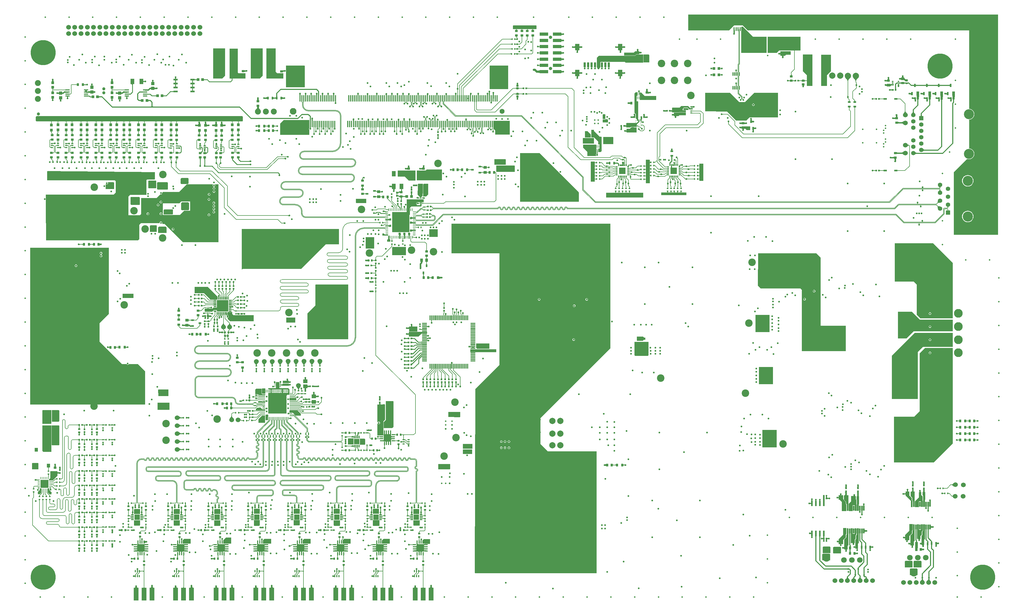
<source format=gtl>
G04*
G04 #@! TF.GenerationSoftware,Altium Limited,Altium Designer,20.0.13 (296)*
G04*
G04 Layer_Physical_Order=1*
G04 Layer_Color=255*
%FSLAX25Y25*%
%MOIN*%
G70*
G01*
G75*
%ADD11C,0.00984*%
%ADD12C,0.01000*%
%ADD15C,0.00787*%
%ADD17C,0.01575*%
%ADD18C,0.00500*%
%ADD19C,0.00600*%
%ADD34R,0.03740X0.03740*%
%ADD35R,0.03150X0.03740*%
%ADD36O,0.01181X0.05315*%
%ADD37R,0.03937X0.04134*%
%ADD38R,0.03740X0.03740*%
%ADD39R,0.10827X0.03937*%
%ADD40R,0.03937X0.11024*%
%ADD41R,0.02047X0.02835*%
%ADD43R,0.02441X0.02598*%
%ADD44R,0.02441X0.02756*%
%ADD45R,0.01772X0.02165*%
%ADD46R,0.05709X0.02362*%
%ADD47R,0.04528X0.06890*%
%ADD48R,0.05512X0.01772*%
%ADD49R,0.02598X0.02441*%
%ADD50R,0.00984X0.03740*%
%ADD51R,0.02165X0.01772*%
%ADD52R,0.03937X0.04724*%
%ADD53R,0.02362X0.01378*%
%ADD54R,0.02165X0.02165*%
%ADD55R,0.01181X0.02756*%
%ADD56R,0.02165X0.03740*%
%ADD57R,0.03740X0.02165*%
%ADD58R,0.02284X0.02598*%
%ADD59R,0.02323X0.02441*%
%ADD60R,0.01968X0.01968*%
%ADD61R,0.05512X0.04921*%
%ADD62R,0.04921X0.05512*%
%ADD63O,0.00984X0.03543*%
%ADD64O,0.03543X0.00984*%
%ADD65R,0.04375X0.02365*%
%ADD66O,0.00984X0.03150*%
%ADD67O,0.03150X0.00984*%
%ADD68R,0.01378X0.01968*%
%ADD69R,0.01968X0.01378*%
%ADD70R,0.03956X0.01535*%
%ADD71R,0.01535X0.03956*%
%ADD72O,0.00787X0.03543*%
%ADD73O,0.03543X0.00787*%
%ADD74R,0.02441X0.02323*%
%ADD75R,0.02165X0.02362*%
%ADD76R,0.02362X0.02165*%
%ADD77R,0.02835X0.02047*%
%ADD78R,0.01968X0.01968*%
%ADD79R,0.02598X0.02284*%
%ADD80R,0.01968X0.03347*%
%ADD81R,0.03543X0.02756*%
%ADD82R,0.01772X0.04724*%
%ADD83R,0.03150X0.05906*%
%ADD84R,0.05709X0.07874*%
%ADD85R,0.03740X0.03150*%
%ADD86R,0.05906X0.01181*%
%ADD87R,0.01181X0.05906*%
%ADD88R,0.03740X0.02362*%
%ADD89R,0.02953X0.03543*%
%ADD90R,0.17700X0.18100*%
%ADD91R,0.01400X0.07900*%
%ADD92R,0.01968X0.06496*%
%ADD93R,0.02362X0.06693*%
%ADD94R,0.01083X0.00984*%
%ADD95R,0.00984X0.01083*%
%ADD96R,0.04331X0.03937*%
G04:AMPARAMS|DCode=97|XSize=7.87mil|YSize=17.72mil|CornerRadius=1.97mil|HoleSize=0mil|Usage=FLASHONLY|Rotation=180.000|XOffset=0mil|YOffset=0mil|HoleType=Round|Shape=RoundedRectangle|*
%AMROUNDEDRECTD97*
21,1,0.00787,0.01378,0,0,180.0*
21,1,0.00394,0.01772,0,0,180.0*
1,1,0.00394,-0.00197,0.00689*
1,1,0.00394,0.00197,0.00689*
1,1,0.00394,0.00197,-0.00689*
1,1,0.00394,-0.00197,-0.00689*
%
%ADD97ROUNDEDRECTD97*%
%ADD98R,0.05512X0.04528*%
%ADD99R,0.03740X0.03347*%
%ADD100R,0.02756X0.01378*%
%ADD101R,0.03543X0.02953*%
%ADD103R,0.01200X0.03200*%
%ADD104R,0.03200X0.01200*%
%ADD105R,0.03937X0.03543*%
%ADD106R,0.02756X0.01181*%
%ADD108R,0.06000X0.16000*%
%ADD109R,0.02756X0.03543*%
%ADD110R,0.02953X0.01772*%
%ADD111R,0.02953X0.02559*%
%ADD112R,0.02953X0.03740*%
%ADD113R,0.04528X0.05512*%
%ADD114R,0.02362X0.04134*%
%ADD115R,0.03543X0.03937*%
%ADD116R,0.02362X0.03740*%
%ADD117R,0.04921X0.06890*%
%ADD118R,0.03347X0.03543*%
%ADD119R,0.02362X0.03150*%
%ADD120R,0.03740X0.03543*%
%ADD121R,0.03150X0.02362*%
%ADD122R,0.03347X0.03740*%
G04:AMPARAMS|DCode=123|XSize=7.87mil|YSize=17.72mil|CornerRadius=1.97mil|HoleSize=0mil|Usage=FLASHONLY|Rotation=90.000|XOffset=0mil|YOffset=0mil|HoleType=Round|Shape=RoundedRectangle|*
%AMROUNDEDRECTD123*
21,1,0.00787,0.01378,0,0,90.0*
21,1,0.00394,0.01772,0,0,90.0*
1,1,0.00394,0.00689,0.00197*
1,1,0.00394,0.00689,-0.00197*
1,1,0.00394,-0.00689,-0.00197*
1,1,0.00394,-0.00689,0.00197*
%
%ADD123ROUNDEDRECTD123*%
%ADD134C,0.01968*%
%ADD137R,0.07480X0.04331*%
%ADD140R,0.20472X0.20472*%
%ADD141R,0.10039X0.10039*%
%ADD142R,0.08268X0.08268*%
%ADD143R,0.09449X0.09449*%
%ADD144R,0.09449X0.09449*%
%ADD145R,0.21654X0.21654*%
%ADD146R,0.12800X0.12800*%
%ADD164C,0.09449*%
%ADD165C,0.07480*%
%ADD166C,0.04252*%
%ADD167C,0.03937*%
%ADD168C,0.06000*%
%ADD169C,0.05512*%
%ADD170C,0.31496*%
%ADD171C,0.07874*%
%ADD172R,0.05512X0.05512*%
%ADD173C,0.06024*%
%ADD174C,0.12598*%
%ADD175C,0.07087*%
%ADD176O,0.03937X0.06299*%
%ADD177O,0.03937X0.05512*%
%ADD178C,0.06300*%
%ADD179C,0.08300*%
%ADD180C,0.05504*%
%ADD181C,0.02000*%
%ADD182C,0.09272*%
%ADD183R,0.05504X0.05504*%
%ADD184C,0.12795*%
%ADD185C,0.11000*%
%ADD186C,0.02165*%
%ADD187C,0.01900*%
%ADD188C,0.02756*%
%ADD189C,0.01968*%
%ADD190R,0.06500X0.06500*%
%ADD191R,0.06500X0.06500*%
%ADD192C,0.01181*%
%ADD193C,0.01800*%
%ADD194C,0.01378*%
%ADD195C,0.02756*%
%ADD196C,0.00780*%
%ADD197C,0.00800*%
%ADD198C,0.00980*%
%ADD199C,0.01180*%
G36*
X648176Y825184D02*
X648528Y824830D01*
X648505Y820354D01*
X619148Y820354D01*
X618795Y820708D01*
X618795Y823344D01*
X618795Y824856D01*
X619148Y825210D01*
X648176Y825184D01*
D02*
G37*
G36*
X644040Y820095D02*
X644052Y819961D01*
X644072Y819843D01*
X644099Y819741D01*
X644135Y819654D01*
X644178Y819583D01*
X644229Y819528D01*
X644288Y819489D01*
X644355Y819465D01*
X644430Y819457D01*
X642855D01*
X642930Y819465D01*
X642997Y819489D01*
X643056Y819528D01*
X643107Y819583D01*
X643150Y819654D01*
X643186Y819741D01*
X643213Y819843D01*
X643233Y819961D01*
X643245Y820095D01*
X643249Y820245D01*
X644036D01*
X644040Y820095D01*
D02*
G37*
G36*
X637429D02*
X637441Y819961D01*
X637460Y819843D01*
X637488Y819741D01*
X637523Y819654D01*
X637567Y819583D01*
X637618Y819528D01*
X637677Y819489D01*
X637744Y819465D01*
X637819Y819457D01*
X636244D01*
X636319Y819465D01*
X636386Y819489D01*
X636445Y819528D01*
X636496Y819583D01*
X636539Y819654D01*
X636575Y819741D01*
X636602Y819843D01*
X636622Y819961D01*
X636634Y820095D01*
X636638Y820245D01*
X637425D01*
X637429Y820095D01*
D02*
G37*
G36*
X630372D02*
X630384Y819961D01*
X630404Y819843D01*
X630432Y819741D01*
X630467Y819654D01*
X630510Y819583D01*
X630561Y819528D01*
X630620Y819489D01*
X630687Y819465D01*
X630762Y819457D01*
X629187D01*
X629262Y819465D01*
X629329Y819489D01*
X629388Y819528D01*
X629439Y819583D01*
X629483Y819654D01*
X629518Y819741D01*
X629546Y819843D01*
X629565Y819961D01*
X629577Y820095D01*
X629581Y820245D01*
X630369D01*
X630372Y820095D01*
D02*
G37*
G36*
X623449D02*
X623461Y819961D01*
X623481Y819843D01*
X623508Y819741D01*
X623544Y819654D01*
X623587Y819583D01*
X623638Y819528D01*
X623697Y819489D01*
X623764Y819465D01*
X623839Y819457D01*
X622264D01*
X622339Y819465D01*
X622406Y819489D01*
X622465Y819528D01*
X622516Y819583D01*
X622560Y819654D01*
X622595Y819741D01*
X622623Y819843D01*
X622642Y819961D01*
X622654Y820095D01*
X622658Y820245D01*
X623445D01*
X623449Y820095D01*
D02*
G37*
G36*
X904378Y818131D02*
X904374Y818123D01*
X904370Y818108D01*
X904367Y818088D01*
X904364Y818062D01*
X904359Y817951D01*
X904358Y817848D01*
X903858D01*
X903870Y818122D01*
X904383Y818134D01*
X904378Y818131D01*
D02*
G37*
G36*
X903058Y818122D02*
X903061Y818120D01*
X903063Y818111D01*
X903065Y818097D01*
X903067Y818054D01*
X903070Y817848D01*
X902570D01*
X902570Y817902D01*
X902558Y818108D01*
X902555Y818123D01*
X902550Y818131D01*
X902546Y818134D01*
X903058Y818122D01*
D02*
G37*
G36*
X679723Y815477D02*
X679770Y815343D01*
X679850Y815225D01*
X679961Y815123D01*
X680104Y815036D01*
X680278Y814965D01*
X680484Y814910D01*
X680722Y814871D01*
X680992Y814847D01*
X681294Y814839D01*
Y813264D01*
X680992Y813257D01*
X680722Y813233D01*
X680484Y813194D01*
X680278Y813138D01*
X680104Y813068D01*
X679961Y812981D01*
X679850Y812879D01*
X679770Y812761D01*
X679723Y812627D01*
X679707Y812477D01*
Y815627D01*
X679723Y815477D01*
D02*
G37*
G36*
X644355Y811217D02*
X644288Y811193D01*
X644229Y811154D01*
X644178Y811098D01*
X644135Y811026D01*
X644099Y810938D01*
X644072Y810834D01*
X644052Y810714D01*
X644040Y810578D01*
X644036Y810426D01*
X643249D01*
X643245Y810578D01*
X643233Y810714D01*
X643213Y810834D01*
X643186Y810938D01*
X643150Y811026D01*
X643107Y811098D01*
X643056Y811154D01*
X642997Y811193D01*
X642930Y811217D01*
X642855Y811226D01*
X644430D01*
X644355Y811217D01*
D02*
G37*
G36*
X637521D02*
X637454Y811193D01*
X637395Y811154D01*
X637344Y811098D01*
X637301Y811026D01*
X637265Y810938D01*
X637238Y810834D01*
X637218Y810714D01*
X637206Y810578D01*
X637202Y810426D01*
X636415D01*
X636411Y810578D01*
X636399Y810714D01*
X636380Y810834D01*
X636352Y810938D01*
X636317Y811026D01*
X636273Y811098D01*
X636222Y811154D01*
X636163Y811193D01*
X636096Y811217D01*
X636021Y811226D01*
X637596D01*
X637521Y811217D01*
D02*
G37*
G36*
X630687D02*
X630620Y811193D01*
X630561Y811154D01*
X630510Y811098D01*
X630467Y811026D01*
X630432Y810938D01*
X630404Y810834D01*
X630384Y810714D01*
X630372Y810578D01*
X630369Y810426D01*
X629581D01*
X629577Y810578D01*
X629565Y810714D01*
X629546Y810834D01*
X629518Y810938D01*
X629483Y811026D01*
X629439Y811098D01*
X629388Y811154D01*
X629329Y811193D01*
X629262Y811217D01*
X629187Y811226D01*
X630762D01*
X630687Y811217D01*
D02*
G37*
G36*
X623811D02*
X623744Y811193D01*
X623685Y811154D01*
X623634Y811098D01*
X623590Y811026D01*
X623555Y810938D01*
X623527Y810834D01*
X623508Y810714D01*
X623496Y810578D01*
X623492Y810426D01*
X622705D01*
X622701Y810578D01*
X622689Y810714D01*
X622669Y810834D01*
X622642Y810938D01*
X622606Y811026D01*
X622563Y811098D01*
X622512Y811154D01*
X622453Y811193D01*
X622386Y811217D01*
X622311Y811226D01*
X623886D01*
X623811Y811217D01*
D02*
G37*
G36*
X624455Y809264D02*
X624466Y809163D01*
X624484Y809066D01*
X624510Y808972D01*
X624542Y808882D01*
X624582Y808795D01*
X624630Y808712D01*
X624684Y808632D01*
X624746Y808556D01*
X624816Y808482D01*
X623300D01*
X623369Y808556D01*
X623431Y808632D01*
X623486Y808712D01*
X623533Y808795D01*
X623573Y808882D01*
X623606Y808972D01*
X623631Y809066D01*
X623649Y809163D01*
X623660Y809264D01*
X623664Y809367D01*
X624451D01*
X624455Y809264D01*
D02*
G37*
G36*
X621998Y808422D02*
X622022Y808355D01*
X622061Y808296D01*
X622117Y808245D01*
X622187Y808202D01*
X622274Y808166D01*
X622376Y808138D01*
X622495Y808119D01*
X622561Y808113D01*
X622604Y808118D01*
X622701Y808136D01*
X622794Y808161D01*
X622885Y808194D01*
X622971Y808234D01*
X623055Y808282D01*
X623135Y808336D01*
X623211Y808398D01*
X623284Y808467D01*
Y806952D01*
X623211Y807021D01*
X623135Y807083D01*
X623055Y807137D01*
X622971Y807185D01*
X622885Y807225D01*
X622794Y807257D01*
X622701Y807283D01*
X622604Y807301D01*
X622561Y807306D01*
X622495Y807300D01*
X622376Y807280D01*
X622274Y807253D01*
X622187Y807217D01*
X622117Y807174D01*
X622061Y807123D01*
X622022Y807064D01*
X621998Y806997D01*
X621990Y806922D01*
Y808497D01*
X621998Y808422D01*
D02*
G37*
G36*
X616712Y806922D02*
X616704Y806997D01*
X616680Y807064D01*
X616640Y807123D01*
X616584Y807174D01*
X616512Y807218D01*
X616424Y807253D01*
X616320Y807281D01*
X616200Y807300D01*
X616064Y807312D01*
X615912Y807316D01*
Y808103D01*
X616064Y808107D01*
X616200Y808119D01*
X616320Y808139D01*
X616424Y808166D01*
X616512Y808202D01*
X616584Y808245D01*
X616640Y808296D01*
X616680Y808355D01*
X616704Y808422D01*
X616712Y808497D01*
Y806922D01*
D02*
G37*
G36*
X679723Y807603D02*
X679770Y807469D01*
X679850Y807351D01*
X679961Y807249D01*
X680104Y807162D01*
X680278Y807091D01*
X680484Y807036D01*
X680722Y806997D01*
X680992Y806973D01*
X681294Y806965D01*
Y805390D01*
X680992Y805383D01*
X680722Y805359D01*
X680484Y805320D01*
X680278Y805264D01*
X680104Y805194D01*
X679961Y805107D01*
X679850Y805005D01*
X679770Y804887D01*
X679723Y804753D01*
X679707Y804603D01*
Y807753D01*
X679723Y807603D01*
D02*
G37*
G36*
X624904Y802075D02*
X624980Y802013D01*
X625060Y801959D01*
X625144Y801911D01*
X625231Y801871D01*
X625321Y801838D01*
X625414Y801813D01*
X625512Y801795D01*
X625612Y801784D01*
X625716Y801780D01*
Y800993D01*
X625612Y800989D01*
X625512Y800978D01*
X625414Y800960D01*
X625321Y800935D01*
X625231Y800902D01*
X625144Y800862D01*
X625060Y800814D01*
X624980Y800760D01*
X624904Y800698D01*
X624831Y800629D01*
Y802144D01*
X624904Y802075D01*
D02*
G37*
G36*
X621998Y802099D02*
X622022Y802032D01*
X622061Y801973D01*
X622117Y801922D01*
X622187Y801879D01*
X622274Y801843D01*
X622376Y801816D01*
X622495Y801796D01*
X622561Y801790D01*
X622604Y801795D01*
X622701Y801813D01*
X622794Y801838D01*
X622885Y801871D01*
X622971Y801911D01*
X623055Y801959D01*
X623135Y802013D01*
X623211Y802075D01*
X623284Y802144D01*
Y800629D01*
X623211Y800698D01*
X623135Y800760D01*
X623055Y800814D01*
X622971Y800862D01*
X622885Y800902D01*
X622794Y800935D01*
X622701Y800960D01*
X622604Y800978D01*
X622561Y800983D01*
X622495Y800977D01*
X622376Y800957D01*
X622274Y800930D01*
X622187Y800894D01*
X622117Y800851D01*
X622061Y800800D01*
X622022Y800741D01*
X621998Y800674D01*
X621990Y800599D01*
Y802174D01*
X621998Y802099D01*
D02*
G37*
G36*
X616712Y800600D02*
X616704Y800675D01*
X616680Y800742D01*
X616640Y800801D01*
X616584Y800852D01*
X616512Y800896D01*
X616424Y800931D01*
X616320Y800959D01*
X616200Y800978D01*
X616064Y800990D01*
X615912Y800994D01*
Y801781D01*
X616064Y801785D01*
X616200Y801797D01*
X616320Y801817D01*
X616424Y801845D01*
X616512Y801880D01*
X616584Y801923D01*
X616640Y801974D01*
X616680Y802034D01*
X616704Y802100D01*
X616712Y802175D01*
Y800600D01*
D02*
G37*
G36*
X652144Y797516D02*
X652137Y797591D01*
X652113Y797658D01*
X652074Y797717D01*
X652018Y797768D01*
X651948Y797812D01*
X651861Y797847D01*
X651759Y797875D01*
X651641Y797894D01*
X651507Y797906D01*
X651456Y797907D01*
X651427Y797906D01*
X651326Y797895D01*
X651229Y797877D01*
X651136Y797852D01*
X651046Y797819D01*
X650959Y797779D01*
X650875Y797732D01*
X650795Y797677D01*
X650719Y797615D01*
X650646Y797546D01*
X650646Y799062D01*
X650719Y798992D01*
X650795Y798931D01*
X650875Y798876D01*
X650959Y798829D01*
X651046Y798789D01*
X651136Y798756D01*
X651229Y798730D01*
X651326Y798712D01*
X651427Y798701D01*
X651456Y798700D01*
X651507Y798701D01*
X651641Y798713D01*
X651759Y798733D01*
X651861Y798761D01*
X651948Y798796D01*
X652018Y798839D01*
X652074Y798890D01*
X652113Y798949D01*
X652137Y799016D01*
X652144Y799091D01*
Y797516D01*
D02*
G37*
G36*
X679723Y799729D02*
X679770Y799595D01*
X679850Y799477D01*
X679961Y799375D01*
X680104Y799288D01*
X680278Y799217D01*
X680484Y799162D01*
X680722Y799123D01*
X680992Y799099D01*
X681294Y799091D01*
Y797516D01*
X680992Y797509D01*
X680722Y797485D01*
X680484Y797446D01*
X680278Y797390D01*
X680104Y797320D01*
X679961Y797233D01*
X679850Y797131D01*
X679770Y797013D01*
X679723Y796879D01*
X679707Y796729D01*
Y799879D01*
X679723Y799729D01*
D02*
G37*
G36*
X756704Y799315D02*
X756752Y799181D01*
X756831Y799063D01*
X756943Y798960D01*
X757085Y798874D01*
X757260Y798803D01*
X757466Y798748D01*
X757704Y798709D01*
X757974Y798685D01*
X758275Y798677D01*
Y797102D01*
X757974Y797094D01*
X757704Y797071D01*
X757466Y797031D01*
X757260Y796976D01*
X757085Y796905D01*
X756943Y796819D01*
X756831Y796716D01*
X756752Y796598D01*
X756704Y796464D01*
X756689Y796315D01*
Y799465D01*
X756704Y799315D01*
D02*
G37*
G36*
X702571D02*
X702618Y799181D01*
X702698Y799063D01*
X702809Y798960D01*
X702951Y798874D01*
X703126Y798803D01*
X703332Y798748D01*
X703570Y798709D01*
X703840Y798685D01*
X704142Y798677D01*
Y797102D01*
X703840Y797094D01*
X703570Y797071D01*
X703332Y797031D01*
X703126Y796976D01*
X702951Y796905D01*
X702809Y796819D01*
X702698Y796716D01*
X702618Y796598D01*
X702571Y796464D01*
X702555Y796315D01*
Y799465D01*
X702571Y799315D01*
D02*
G37*
G36*
X751028Y796240D02*
X751012Y796390D01*
X750964Y796524D01*
X750885Y796642D01*
X750774Y796744D01*
X750631Y796831D01*
X750457Y796902D01*
X750250Y796957D01*
X750012Y796996D01*
X749743Y797020D01*
X749441Y797028D01*
Y798602D01*
X749743Y798610D01*
X750012Y798634D01*
X750250Y798673D01*
X750457Y798728D01*
X750631Y798799D01*
X750774Y798886D01*
X750885Y798988D01*
X750964Y799106D01*
X751012Y799240D01*
X751028Y799390D01*
Y796240D01*
D02*
G37*
G36*
X696894D02*
X696878Y796390D01*
X696831Y796524D01*
X696751Y796642D01*
X696640Y796744D01*
X696497Y796831D01*
X696323Y796902D01*
X696116Y796957D01*
X695879Y796996D01*
X695609Y797020D01*
X695307Y797028D01*
Y798602D01*
X695609Y798610D01*
X695879Y798634D01*
X696116Y798673D01*
X696323Y798728D01*
X696497Y798799D01*
X696640Y798886D01*
X696751Y798988D01*
X696831Y799106D01*
X696878Y799240D01*
X696894Y799390D01*
Y796240D01*
D02*
G37*
G36*
X616712Y794766D02*
X616704Y794841D01*
X616680Y794908D01*
X616640Y794967D01*
X616584Y795018D01*
X616512Y795061D01*
X616424Y795097D01*
X616320Y795124D01*
X616200Y795144D01*
X616064Y795156D01*
X615912Y795160D01*
Y795947D01*
X616064Y795951D01*
X616200Y795963D01*
X616320Y795982D01*
X616424Y796010D01*
X616512Y796045D01*
X616584Y796089D01*
X616640Y796140D01*
X616680Y796199D01*
X616704Y796266D01*
X616712Y796341D01*
Y794766D01*
D02*
G37*
G36*
X624904Y796197D02*
X624980Y796135D01*
X625060Y796081D01*
X625144Y796033D01*
X625231Y795993D01*
X625321Y795961D01*
X625414Y795935D01*
X625512Y795917D01*
X625612Y795906D01*
X625716Y795902D01*
Y795115D01*
X625612Y795111D01*
X625512Y795100D01*
X625414Y795082D01*
X625321Y795057D01*
X625231Y795024D01*
X625144Y794984D01*
X625060Y794936D01*
X624980Y794882D01*
X624904Y794820D01*
X624831Y794751D01*
Y796266D01*
X624904Y796197D01*
D02*
G37*
G36*
X621998Y796221D02*
X622022Y796154D01*
X622061Y796095D01*
X622117Y796044D01*
X622187Y796001D01*
X622274Y795965D01*
X622376Y795938D01*
X622495Y795918D01*
X622561Y795912D01*
X622604Y795917D01*
X622701Y795935D01*
X622794Y795961D01*
X622885Y795993D01*
X622971Y796033D01*
X623055Y796081D01*
X623135Y796135D01*
X623211Y796197D01*
X623284Y796266D01*
Y794751D01*
X623211Y794820D01*
X623135Y794882D01*
X623055Y794936D01*
X622971Y794984D01*
X622885Y795024D01*
X622794Y795057D01*
X622701Y795082D01*
X622604Y795100D01*
X622561Y795105D01*
X622495Y795099D01*
X622376Y795079D01*
X622274Y795052D01*
X622187Y795016D01*
X622117Y794973D01*
X622061Y794922D01*
X622022Y794863D01*
X621998Y794796D01*
X621990Y794721D01*
Y796296D01*
X621998Y796221D01*
D02*
G37*
G36*
X755354Y793874D02*
X755221Y793827D01*
X755102Y793748D01*
X755000Y793638D01*
X754913Y793496D01*
X754843Y793323D01*
X754787Y793118D01*
X754748Y792882D01*
X754725Y792614D01*
X754717Y792315D01*
X753142D01*
X753134Y792614D01*
X753110Y792882D01*
X753071Y793118D01*
X753016Y793323D01*
X752945Y793496D01*
X752858Y793638D01*
X752756Y793748D01*
X752638Y793827D01*
X752504Y793874D01*
X752354Y793890D01*
X755504D01*
X755354Y793874D01*
D02*
G37*
G36*
X701221D02*
X701087Y793827D01*
X700969Y793748D01*
X700866Y793638D01*
X700780Y793496D01*
X700709Y793323D01*
X700654Y793118D01*
X700614Y792882D01*
X700591Y792614D01*
X700583Y792315D01*
X699008D01*
X699000Y792614D01*
X698976Y792882D01*
X698937Y793118D01*
X698882Y793323D01*
X698811Y793496D01*
X698725Y793638D01*
X698622Y793748D01*
X698504Y793827D01*
X698370Y793874D01*
X698220Y793890D01*
X701370D01*
X701221Y793874D01*
D02*
G37*
G36*
X652144Y789642D02*
X652137Y789717D01*
X652113Y789784D01*
X652074Y789843D01*
X652018Y789894D01*
X651948Y789938D01*
X651861Y789973D01*
X651759Y790001D01*
X651641Y790020D01*
X651507Y790032D01*
X651456Y790033D01*
X651427Y790032D01*
X651326Y790022D01*
X651229Y790003D01*
X651136Y789978D01*
X651046Y789945D01*
X650959Y789905D01*
X650875Y789858D01*
X650795Y789803D01*
X650719Y789741D01*
X650646Y789672D01*
Y791188D01*
X650719Y791118D01*
X650795Y791057D01*
X650875Y791002D01*
X650959Y790955D01*
X651046Y790914D01*
X651136Y790882D01*
X651229Y790856D01*
X651326Y790838D01*
X651427Y790827D01*
X651456Y790826D01*
X651507Y790827D01*
X651641Y790839D01*
X651759Y790859D01*
X651861Y790886D01*
X651948Y790922D01*
X652018Y790965D01*
X652074Y791016D01*
X652113Y791076D01*
X652137Y791142D01*
X652144Y791217D01*
Y789642D01*
D02*
G37*
G36*
X921073Y810756D02*
X937957Y810756D01*
X937957Y790619D01*
X905993Y790619D01*
X905993Y817660D01*
X906079D01*
Y823285D01*
X906539Y823382D01*
X908448Y823382D01*
X921073Y810756D01*
D02*
G37*
G36*
X980770Y810644D02*
X980770Y793617D01*
X968776D01*
X953911Y793617D01*
X950722Y790428D01*
X939209Y790428D01*
X939209Y810644D01*
X980770Y810644D01*
D02*
G37*
G36*
X679723Y791855D02*
X679770Y791721D01*
X679850Y791603D01*
X679961Y791501D01*
X680104Y791414D01*
X680278Y791343D01*
X680484Y791288D01*
X680722Y791249D01*
X680992Y791225D01*
X681294Y791217D01*
Y789642D01*
X680992Y789635D01*
X680722Y789611D01*
X680484Y789572D01*
X680278Y789516D01*
X680104Y789446D01*
X679961Y789359D01*
X679850Y789257D01*
X679770Y789139D01*
X679723Y789005D01*
X679707Y788855D01*
Y792005D01*
X679723Y791855D01*
D02*
G37*
G36*
X616269Y788506D02*
X616261Y788581D01*
X616237Y788648D01*
X616197Y788707D01*
X616141Y788758D01*
X616069Y788802D01*
X615981Y788837D01*
X615877Y788865D01*
X615757Y788884D01*
X615622Y788896D01*
X615470Y788900D01*
Y789687D01*
X615622Y789691D01*
X615757Y789703D01*
X615877Y789723D01*
X615981Y789750D01*
X616069Y789786D01*
X616141Y789829D01*
X616197Y789880D01*
X616237Y789939D01*
X616261Y790006D01*
X616269Y790081D01*
Y788506D01*
D02*
G37*
G36*
X624904Y789929D02*
X624980Y789868D01*
X625060Y789813D01*
X625144Y789766D01*
X625231Y789726D01*
X625321Y789693D01*
X625414Y789667D01*
X625512Y789649D01*
X625612Y789638D01*
X625716Y789635D01*
Y788847D01*
X625612Y788843D01*
X625512Y788833D01*
X625414Y788814D01*
X625321Y788789D01*
X625231Y788756D01*
X625144Y788716D01*
X625060Y788669D01*
X624980Y788614D01*
X624904Y788552D01*
X624831Y788483D01*
Y789999D01*
X624904Y789929D01*
D02*
G37*
G36*
X623284Y788483D02*
X623211Y788552D01*
X623135Y788614D01*
X623055Y788669D01*
X622971Y788716D01*
X622885Y788756D01*
X622794Y788789D01*
X622701Y788814D01*
X622604Y788833D01*
X622503Y788843D01*
X622400Y788847D01*
Y789635D01*
X622503Y789638D01*
X622604Y789649D01*
X622701Y789667D01*
X622794Y789693D01*
X622885Y789726D01*
X622971Y789766D01*
X623055Y789813D01*
X623135Y789868D01*
X623211Y789929D01*
X623284Y789999D01*
Y788483D01*
D02*
G37*
G36*
X621556Y789953D02*
X621580Y789887D01*
X621619Y789827D01*
X621674Y789776D01*
X621745Y789733D01*
X621831Y789698D01*
X621934Y789670D01*
X622052Y789650D01*
X622186Y789639D01*
X622335Y789635D01*
Y788847D01*
X622186Y788843D01*
X622052Y788831D01*
X621934Y788812D01*
X621831Y788784D01*
X621745Y788749D01*
X621674Y788705D01*
X621619Y788654D01*
X621580Y788595D01*
X621556Y788528D01*
X621548Y788453D01*
Y790028D01*
X621556Y789953D01*
D02*
G37*
G36*
X968486Y791656D02*
X968486Y789105D01*
Y788065D01*
X964943D01*
X962439Y788065D01*
X961258Y786884D01*
X959581Y786884D01*
X959341D01*
X959301Y786819D01*
X959231Y786646D01*
X959175Y786441D01*
X959136Y786205D01*
X959112Y785937D01*
X959105Y785638D01*
X957530D01*
X957522Y785937D01*
X957498Y786205D01*
X957459Y786441D01*
X957404Y786646D01*
X957333Y786819D01*
X957293Y786884D01*
X957012D01*
X955470Y786884D01*
X955470Y787947D01*
Y788248D01*
X955442Y788290D01*
X955331Y788392D01*
X955189Y788479D01*
X955014Y788550D01*
X954808Y788605D01*
X954570Y788644D01*
X954300Y788668D01*
X953998Y788676D01*
Y790250D01*
X954300Y790258D01*
X954570Y790282D01*
X954808Y790321D01*
X955014Y790377D01*
X955189Y790447D01*
X955331Y790534D01*
X955442Y790636D01*
X955470Y790678D01*
Y791089D01*
X955470Y792412D01*
X968486D01*
X968486Y791656D01*
D02*
G37*
G36*
X776387Y793543D02*
X776411Y793275D01*
X776450Y793039D01*
X776506Y792835D01*
X776576Y792661D01*
X776629Y792576D01*
X777749D01*
Y791832D01*
X777919Y791782D01*
X778123Y791741D01*
X778360Y791712D01*
X778627Y791695D01*
X778927Y791689D01*
Y790114D01*
X778627Y790108D01*
X778123Y790062D01*
X777919Y790022D01*
X777749Y789971D01*
Y788951D01*
X774302D01*
X774200Y788908D01*
X773866D01*
X772204Y787246D01*
X758601D01*
Y790826D01*
X770817D01*
X772501Y792576D01*
X774556D01*
X774608Y792661D01*
X774679Y792835D01*
X774734Y793039D01*
X774773Y793275D01*
X774797Y793543D01*
X774805Y793842D01*
X776379D01*
X776387Y793543D01*
D02*
G37*
G36*
X782611Y788447D02*
Y786661D01*
X782611Y778288D01*
X760353D01*
X759595Y779047D01*
X729106D01*
X728836Y778777D01*
X728723D01*
Y778664D01*
X728603Y778544D01*
Y772509D01*
X727610Y771516D01*
X727597Y770365D01*
X725082D01*
Y771662D01*
X724421Y772324D01*
X724421Y784565D01*
X726553Y786697D01*
X772478Y786667D01*
X774302Y788463D01*
X782604D01*
X782611Y788447D01*
D02*
G37*
G36*
X652144Y781768D02*
X652137Y781843D01*
X652113Y781910D01*
X652074Y781969D01*
X652018Y782020D01*
X651948Y782064D01*
X651861Y782099D01*
X651759Y782127D01*
X651641Y782146D01*
X651507Y782158D01*
X651456Y782160D01*
X651427Y782158D01*
X651326Y782148D01*
X651229Y782129D01*
X651136Y782104D01*
X651046Y782071D01*
X650959Y782031D01*
X650875Y781984D01*
X650795Y781929D01*
X650719Y781867D01*
X650646Y781798D01*
X650646Y783314D01*
X650719Y783245D01*
X650795Y783182D01*
X650875Y783128D01*
X650959Y783081D01*
X651046Y783041D01*
X651136Y783008D01*
X651229Y782982D01*
X651326Y782964D01*
X651427Y782953D01*
X651456Y782952D01*
X651507Y782953D01*
X651641Y782965D01*
X651759Y782985D01*
X651861Y783012D01*
X651948Y783048D01*
X652018Y783091D01*
X652074Y783142D01*
X652113Y783202D01*
X652137Y783268D01*
X652144Y783343D01*
Y781768D01*
D02*
G37*
G36*
X679723Y783981D02*
X679770Y783847D01*
X679850Y783729D01*
X679961Y783627D01*
X680104Y783540D01*
X680278Y783469D01*
X680484Y783414D01*
X680722Y783375D01*
X680992Y783351D01*
X681294Y783343D01*
Y781768D01*
X680992Y781761D01*
X680722Y781737D01*
X680484Y781698D01*
X680278Y781642D01*
X680104Y781571D01*
X679961Y781485D01*
X679850Y781383D01*
X679770Y781264D01*
X679723Y781131D01*
X679707Y780981D01*
Y784131D01*
X679723Y783981D01*
D02*
G37*
G36*
X790507Y787852D02*
X790507Y778893D01*
X789955Y778341D01*
X783114Y778341D01*
Y788502D01*
X789857Y788502D01*
X790507Y787852D01*
D02*
G37*
G36*
X652144Y773914D02*
X652137Y773989D01*
X652113Y774056D01*
X652074Y774115D01*
X652018Y774166D01*
X651948Y774209D01*
X651861Y774245D01*
X651759Y774272D01*
X651641Y774292D01*
X651507Y774304D01*
X651456Y774305D01*
X651427Y774304D01*
X651326Y774293D01*
X651229Y774275D01*
X651136Y774250D01*
X651046Y774217D01*
X650959Y774177D01*
X650875Y774129D01*
X650795Y774075D01*
X650719Y774013D01*
X650646Y773944D01*
Y775459D01*
X650719Y775390D01*
X650795Y775328D01*
X650875Y775274D01*
X650959Y775226D01*
X651046Y775186D01*
X651136Y775154D01*
X651229Y775128D01*
X651326Y775110D01*
X651427Y775099D01*
X651456Y775098D01*
X651507Y775099D01*
X651641Y775111D01*
X651759Y775131D01*
X651861Y775158D01*
X651948Y775194D01*
X652018Y775237D01*
X652074Y775288D01*
X652113Y775347D01*
X652137Y775414D01*
X652144Y775489D01*
Y773914D01*
D02*
G37*
G36*
X679723Y776107D02*
X679770Y775973D01*
X679850Y775855D01*
X679961Y775753D01*
X680104Y775666D01*
X680278Y775595D01*
X680484Y775540D01*
X680722Y775501D01*
X680992Y775477D01*
X681294Y775469D01*
Y773894D01*
X680992Y773886D01*
X680722Y773863D01*
X680484Y773823D01*
X680278Y773768D01*
X680104Y773698D01*
X679961Y773611D01*
X679850Y773509D01*
X679770Y773390D01*
X679723Y773257D01*
X679707Y773107D01*
Y776257D01*
X679723Y776107D01*
D02*
G37*
G36*
X739803Y772508D02*
X739806Y772433D01*
X740197D01*
X740122Y772425D01*
X740055Y772402D01*
X739996Y772362D01*
X739945Y772307D01*
X739902Y772236D01*
X739866Y772150D01*
X739858Y772119D01*
X739859Y772112D01*
X739891Y772021D01*
X739930Y771933D01*
X739976Y771848D01*
X740029Y771766D01*
X740089Y771687D01*
X740156Y771611D01*
X739204Y771646D01*
X739016D01*
X739016Y771653D01*
X738641Y771666D01*
X738712Y771737D01*
X738776Y771811D01*
X738832Y771888D01*
X738881Y771970D01*
X738922Y772055D01*
X738955Y772142D01*
X738953Y772150D01*
X738917Y772236D01*
X738874Y772307D01*
X738823Y772362D01*
X738764Y772402D01*
X738697Y772425D01*
X738622Y772433D01*
X739012D01*
X739012Y772435D01*
X739016Y772539D01*
X739803Y772508D01*
D02*
G37*
G36*
X735472D02*
X735475Y772433D01*
X735866D01*
X735791Y772425D01*
X735724Y772402D01*
X735665Y772362D01*
X735614Y772307D01*
X735571Y772236D01*
X735535Y772150D01*
X735527Y772119D01*
X735529Y772112D01*
X735561Y772021D01*
X735599Y771933D01*
X735645Y771848D01*
X735698Y771766D01*
X735758Y771687D01*
X735825Y771611D01*
X734874Y771646D01*
X734685D01*
X734685Y771653D01*
X734310Y771666D01*
X734381Y771737D01*
X734445Y771811D01*
X734501Y771888D01*
X734550Y771970D01*
X734591Y772055D01*
X734624Y772142D01*
X734622Y772150D01*
X734587Y772236D01*
X734543Y772307D01*
X734492Y772362D01*
X734433Y772402D01*
X734366Y772425D01*
X734291Y772433D01*
X734681D01*
X734681Y772435D01*
X734685Y772539D01*
X735472Y772508D01*
D02*
G37*
G36*
X731142D02*
X731144Y772433D01*
X731535D01*
X731461Y772425D01*
X731394Y772402D01*
X731335Y772362D01*
X731284Y772307D01*
X731240Y772236D01*
X731205Y772150D01*
X731196Y772119D01*
X731198Y772112D01*
X731230Y772021D01*
X731269Y771933D01*
X731314Y771848D01*
X731367Y771766D01*
X731427Y771687D01*
X731494Y771611D01*
X730543Y771646D01*
X730354D01*
X730354Y771653D01*
X729979Y771666D01*
X730051Y771737D01*
X730114Y771811D01*
X730171Y771888D01*
X730219Y771970D01*
X730261Y772055D01*
X730293Y772142D01*
X730291Y772150D01*
X730256Y772236D01*
X730213Y772307D01*
X730161Y772362D01*
X730102Y772402D01*
X730035Y772425D01*
X729961Y772433D01*
X730350D01*
X730351Y772435D01*
X730354Y772539D01*
X731142Y772508D01*
D02*
G37*
G36*
X722480D02*
X722483Y772433D01*
X722874D01*
X722799Y772425D01*
X722732Y772402D01*
X722673Y772362D01*
X722622Y772307D01*
X722579Y772236D01*
X722543Y772150D01*
X722535Y772119D01*
X722537Y772112D01*
X722568Y772021D01*
X722607Y771933D01*
X722653Y771848D01*
X722706Y771766D01*
X722766Y771687D01*
X722833Y771611D01*
X721882Y771646D01*
X721693D01*
X721693Y771653D01*
X721318Y771666D01*
X721389Y771737D01*
X721453Y771811D01*
X721509Y771888D01*
X721558Y771970D01*
X721599Y772055D01*
X721632Y772142D01*
X721630Y772150D01*
X721594Y772236D01*
X721551Y772307D01*
X721500Y772362D01*
X721441Y772402D01*
X721374Y772425D01*
X721299Y772433D01*
X721689D01*
X721689Y772435D01*
X721693Y772539D01*
X722480Y772508D01*
D02*
G37*
G36*
X718150D02*
X718152Y772433D01*
X718543D01*
X718469Y772425D01*
X718402Y772402D01*
X718342Y772362D01*
X718291Y772307D01*
X718248Y772236D01*
X718213Y772150D01*
X718204Y772119D01*
X718206Y772112D01*
X718238Y772021D01*
X718277Y771933D01*
X718322Y771848D01*
X718375Y771766D01*
X718435Y771687D01*
X718502Y771611D01*
X717551Y771646D01*
X717362D01*
X717362Y771653D01*
X716987Y771666D01*
X717059Y771737D01*
X717122Y771811D01*
X717178Y771888D01*
X717227Y771970D01*
X717269Y772055D01*
X717301Y772142D01*
X717299Y772150D01*
X717264Y772236D01*
X717220Y772307D01*
X717169Y772362D01*
X717110Y772402D01*
X717043Y772425D01*
X716968Y772433D01*
X717358D01*
X717358Y772435D01*
X717362Y772539D01*
X718150Y772508D01*
D02*
G37*
G36*
X713819D02*
X713821Y772433D01*
X714213D01*
X714138Y772425D01*
X714071Y772402D01*
X714012Y772362D01*
X713961Y772307D01*
X713917Y772236D01*
X713882Y772150D01*
X713874Y772119D01*
X713875Y772112D01*
X713907Y772021D01*
X713946Y771933D01*
X713992Y771848D01*
X714044Y771766D01*
X714104Y771687D01*
X714171Y771611D01*
X713220Y771646D01*
X713031D01*
X713031Y771653D01*
X712657Y771666D01*
X712728Y771737D01*
X712792Y771811D01*
X712848Y771888D01*
X712896Y771970D01*
X712938Y772055D01*
X712971Y772142D01*
X712968Y772150D01*
X712933Y772236D01*
X712890Y772307D01*
X712839Y772362D01*
X712780Y772402D01*
X712713Y772425D01*
X712638Y772433D01*
X713028D01*
X713028Y772435D01*
X713031Y772539D01*
X713819Y772508D01*
D02*
G37*
G36*
X709488D02*
X709491Y772433D01*
X709882D01*
X709807Y772425D01*
X709740Y772402D01*
X709681Y772362D01*
X709630Y772307D01*
X709587Y772236D01*
X709551Y772150D01*
X709543Y772119D01*
X709545Y772112D01*
X709576Y772021D01*
X709615Y771933D01*
X709661Y771848D01*
X709714Y771766D01*
X709774Y771687D01*
X709841Y771611D01*
X708889Y771646D01*
X708701D01*
X708701Y771653D01*
X708326Y771666D01*
X708397Y771737D01*
X708461Y771811D01*
X708517Y771888D01*
X708566Y771970D01*
X708607Y772055D01*
X708640Y772142D01*
X708638Y772150D01*
X708602Y772236D01*
X708559Y772307D01*
X708508Y772362D01*
X708449Y772402D01*
X708382Y772425D01*
X708307Y772433D01*
X708697D01*
X708697Y772435D01*
X708701Y772539D01*
X709488Y772508D01*
D02*
G37*
G36*
X880961Y769960D02*
X880862Y770057D01*
X880668Y770220D01*
X880573Y770286D01*
X880480Y770341D01*
X880387Y770387D01*
X880296Y770423D01*
X880207Y770448D01*
X880118Y770463D01*
X880097Y770465D01*
X880026Y770458D01*
X879949Y770446D01*
X879883Y770428D01*
X879826Y770406D01*
X879780Y770378D01*
X879745Y770346D01*
X879719Y770308D01*
X879704Y770266D01*
X879698Y770218D01*
Y771218D01*
X879704Y771171D01*
X879719Y771128D01*
X879745Y771091D01*
X879780Y771058D01*
X879826Y771031D01*
X879883Y771008D01*
X879949Y770991D01*
X880026Y770978D01*
X880097Y770972D01*
X880118Y770973D01*
X880207Y770989D01*
X880296Y771014D01*
X880387Y771050D01*
X880480Y771095D01*
X880573Y771151D01*
X880668Y771217D01*
X880765Y771293D01*
X880862Y771380D01*
X880961Y771476D01*
Y769960D01*
D02*
G37*
G36*
X869100Y771378D02*
X869294Y771215D01*
X869389Y771149D01*
X869483Y771094D01*
X869575Y771048D01*
X869666Y771012D01*
X869756Y770987D01*
X869793Y770981D01*
X869844Y770989D01*
X869909Y771006D01*
X869964Y771029D01*
X870009Y771057D01*
X870044Y771089D01*
X870069Y771127D01*
X870084Y771169D01*
X870089Y771216D01*
Y770217D01*
X870084Y770264D01*
X870069Y770306D01*
X870044Y770344D01*
X870009Y770376D01*
X869964Y770404D01*
X869909Y770427D01*
X869844Y770444D01*
X869793Y770453D01*
X869756Y770446D01*
X869666Y770421D01*
X869575Y770385D01*
X869483Y770340D01*
X869389Y770284D01*
X869294Y770218D01*
X869198Y770142D01*
X869100Y770055D01*
X869001Y769959D01*
Y771474D01*
X869100Y771378D01*
D02*
G37*
G36*
X900211Y767871D02*
X900183Y767797D01*
X900181Y767789D01*
X900424Y767802D01*
X900359Y767725D01*
X900300Y767645D01*
X900248Y767562D01*
X900203Y767476D01*
X900165Y767387D01*
X900134Y767295D01*
X900109Y767201D01*
X900102Y767160D01*
X900094Y766928D01*
X900112Y766719D01*
X900131Y766612D01*
X900154Y766512D01*
X900181Y766421D01*
X900213Y766338D01*
X900249Y766263D01*
X900288Y766196D01*
X899199D01*
X899216Y766230D01*
X899232Y766277D01*
X899246Y766337D01*
X899258Y766410D01*
X899276Y766596D01*
X899279Y766662D01*
X899244Y767200D01*
X899230Y767247D01*
X899196Y767336D01*
X899154Y767420D01*
X899105Y767501D01*
X899048Y767578D01*
X898983Y767650D01*
X898911Y767719D01*
X899201Y767735D01*
X899186Y767797D01*
X899158Y767871D01*
X899127Y767917D01*
X900242D01*
X900211Y767871D01*
D02*
G37*
G36*
X280903Y768756D02*
X280951Y768687D01*
X281029Y768626D01*
X281140Y768572D01*
X281281Y768527D01*
X281455Y768491D01*
X281659Y768462D01*
X281895Y768442D01*
X282463Y768425D01*
Y766850D01*
X282163Y766843D01*
X281895Y766819D01*
X281659Y766780D01*
X281455Y766724D01*
X281281Y766653D01*
X281140Y766567D01*
X281029Y766465D01*
X280951Y766347D01*
X280903Y766213D01*
X280888Y766063D01*
Y768834D01*
X280903Y768756D01*
D02*
G37*
G36*
X329079Y768614D02*
X329126Y768574D01*
X329205Y768539D01*
X329315Y768509D01*
X329457Y768483D01*
X329630Y768462D01*
X330071Y768434D01*
X330638Y768425D01*
Y766850D01*
X330339Y766843D01*
X330071Y766819D01*
X329835Y766780D01*
X329630Y766724D01*
X329457Y766653D01*
X329315Y766567D01*
X329205Y766465D01*
X329126Y766347D01*
X329079Y766213D01*
X329063Y766063D01*
Y768658D01*
X329079Y768614D01*
D02*
G37*
G36*
X679723Y768233D02*
X679770Y768099D01*
X679850Y767981D01*
X679961Y767879D01*
X680104Y767792D01*
X680278Y767721D01*
X680484Y767666D01*
X680722Y767627D01*
X680992Y767603D01*
X681294Y767595D01*
Y766020D01*
X680992Y766012D01*
X680722Y765989D01*
X680484Y765949D01*
X680278Y765894D01*
X680104Y765824D01*
X679961Y765737D01*
X679850Y765634D01*
X679770Y765516D01*
X679723Y765383D01*
X679707Y765233D01*
Y768383D01*
X679723Y768233D01*
D02*
G37*
G36*
X652144Y764851D02*
X652117Y764961D01*
X652034Y765060D01*
X651896Y765146D01*
X651704Y765222D01*
X651455Y765285D01*
X651152Y765337D01*
X650794Y765378D01*
X649912Y765424D01*
X649389Y765430D01*
Y768186D01*
X649912Y768191D01*
X651152Y768278D01*
X651455Y768330D01*
X651704Y768394D01*
X651896Y768469D01*
X652034Y768556D01*
X652117Y768654D01*
X652144Y768764D01*
Y764851D01*
D02*
G37*
G36*
X702571Y766638D02*
X702618Y766504D01*
X702698Y766386D01*
X702809Y766283D01*
X702951Y766197D01*
X703126Y766126D01*
X703332Y766071D01*
X703570Y766031D01*
X703840Y766008D01*
X704142Y766000D01*
Y764425D01*
X703840Y764417D01*
X703570Y764394D01*
X703332Y764354D01*
X703126Y764299D01*
X702951Y764228D01*
X702809Y764142D01*
X702698Y764039D01*
X702618Y763921D01*
X702571Y763787D01*
X702555Y763638D01*
Y766787D01*
X702571Y766638D01*
D02*
G37*
G36*
X696894Y763563D02*
X696878Y763713D01*
X696831Y763846D01*
X696751Y763965D01*
X696640Y764067D01*
X696497Y764153D01*
X696323Y764224D01*
X696116Y764280D01*
X695879Y764319D01*
X695609Y764342D01*
X695307Y764350D01*
Y765925D01*
X695609Y765933D01*
X695879Y765957D01*
X696116Y765996D01*
X696323Y766051D01*
X696497Y766122D01*
X696640Y766209D01*
X696751Y766311D01*
X696831Y766429D01*
X696878Y766563D01*
X696894Y766713D01*
Y763563D01*
D02*
G37*
G36*
X756704Y766547D02*
X756752Y766413D01*
X756831Y766295D01*
X756943Y766193D01*
X757085Y766106D01*
X757260Y766035D01*
X757466Y765980D01*
X757704Y765941D01*
X757974Y765917D01*
X758275Y765909D01*
Y764334D01*
X757974Y764326D01*
X757704Y764303D01*
X757466Y764263D01*
X757260Y764208D01*
X757085Y764138D01*
X756943Y764051D01*
X756831Y763949D01*
X756752Y763831D01*
X756704Y763697D01*
X756689Y763547D01*
Y766697D01*
X756704Y766547D01*
D02*
G37*
G36*
X751028Y763472D02*
X751012Y763622D01*
X750964Y763756D01*
X750885Y763874D01*
X750774Y763976D01*
X750631Y764063D01*
X750457Y764134D01*
X750250Y764189D01*
X750012Y764228D01*
X749743Y764252D01*
X749441Y764260D01*
Y765835D01*
X749743Y765842D01*
X750012Y765866D01*
X750250Y765905D01*
X750457Y765961D01*
X750631Y766031D01*
X750774Y766118D01*
X750885Y766220D01*
X750964Y766338D01*
X751012Y766472D01*
X751028Y766622D01*
Y763472D01*
D02*
G37*
G36*
X880961Y762195D02*
X880862Y762291D01*
X880668Y762454D01*
X880573Y762520D01*
X880480Y762576D01*
X880387Y762621D01*
X880296Y762657D01*
X880207Y762682D01*
X880118Y762698D01*
X880097Y762699D01*
X880026Y762693D01*
X879949Y762680D01*
X879883Y762663D01*
X879826Y762640D01*
X879780Y762613D01*
X879745Y762580D01*
X879719Y762543D01*
X879704Y762500D01*
X879698Y762453D01*
Y763453D01*
X879704Y763405D01*
X879719Y763363D01*
X879745Y763325D01*
X879780Y763293D01*
X879826Y763265D01*
X879883Y763243D01*
X879949Y763225D01*
X880026Y763213D01*
X880097Y763207D01*
X880118Y763208D01*
X880207Y763223D01*
X880296Y763248D01*
X880387Y763284D01*
X880480Y763330D01*
X880573Y763386D01*
X880668Y763452D01*
X880765Y763528D01*
X880862Y763614D01*
X880961Y763711D01*
Y762195D01*
D02*
G37*
G36*
X869100Y763614D02*
X869294Y763452D01*
X869389Y763386D01*
X869483Y763330D01*
X869575Y763284D01*
X869666Y763248D01*
X869756Y763223D01*
X869793Y763217D01*
X869844Y763225D01*
X869909Y763243D01*
X869964Y763265D01*
X870009Y763293D01*
X870044Y763325D01*
X870069Y763363D01*
X870084Y763405D01*
X870089Y763453D01*
Y762453D01*
X870084Y762500D01*
X870069Y762543D01*
X870044Y762580D01*
X870009Y762613D01*
X869964Y762640D01*
X869909Y762663D01*
X869844Y762680D01*
X869793Y762689D01*
X869756Y762682D01*
X869666Y762657D01*
X869575Y762621D01*
X869483Y762576D01*
X869389Y762520D01*
X869294Y762454D01*
X869198Y762378D01*
X869100Y762291D01*
X869001Y762195D01*
Y763711D01*
X869100Y763614D01*
D02*
G37*
G36*
X969549Y762834D02*
X969561Y762700D01*
X969580Y762582D01*
X969608Y762479D01*
X969643Y762393D01*
X969687Y762322D01*
X969738Y762267D01*
X969797Y762227D01*
X969864Y762204D01*
X969938Y762196D01*
X968364D01*
X968438Y762204D01*
X968505Y762227D01*
X968564Y762267D01*
X968616Y762322D01*
X968659Y762393D01*
X968694Y762479D01*
X968722Y762582D01*
X968742Y762700D01*
X968753Y762834D01*
X968757Y762983D01*
X969545D01*
X969549Y762834D01*
D02*
G37*
G36*
X701221Y761197D02*
X701087Y761150D01*
X700969Y761071D01*
X700866Y760961D01*
X700780Y760819D01*
X700709Y760646D01*
X700654Y760441D01*
X700614Y760205D01*
X700591Y759937D01*
X700583Y759638D01*
X699008D01*
X699000Y759937D01*
X698976Y760205D01*
X698937Y760441D01*
X698882Y760646D01*
X698811Y760819D01*
X698725Y760961D01*
X698622Y761071D01*
X698504Y761150D01*
X698370Y761197D01*
X698220Y761213D01*
X701370D01*
X701221Y761197D01*
D02*
G37*
G36*
X755264Y761197D02*
X755130Y761150D01*
X755012Y761071D01*
X754909Y760961D01*
X754823Y760819D01*
X754752Y760646D01*
X754697Y760441D01*
X754657Y760205D01*
X754634Y759937D01*
X754626Y759638D01*
X753051D01*
X753043Y759937D01*
X753020Y760205D01*
X752980Y760441D01*
X752925Y760646D01*
X752854Y760819D01*
X752768Y760961D01*
X752665Y761071D01*
X752547Y761150D01*
X752413Y761197D01*
X752264Y761213D01*
X755413D01*
X755264Y761197D01*
D02*
G37*
G36*
X319978Y766716D02*
X321767Y764927D01*
X329790Y764927D01*
X329790Y758123D01*
X308277Y758123D01*
Y796061D01*
X319978D01*
X319978Y766716D01*
D02*
G37*
G36*
X303688Y761761D02*
X299988Y758083D01*
X297858D01*
X288643Y758083D01*
X288643Y796135D01*
X303688Y796135D01*
X303688Y761761D01*
D02*
G37*
G36*
X272430Y765920D02*
X273462Y764888D01*
X282060Y764888D01*
X282060Y758083D01*
X261927Y758083D01*
Y795813D01*
X272430D01*
Y765920D01*
D02*
G37*
G36*
X256501Y761761D02*
X252801Y758083D01*
X250672D01*
X241456Y758083D01*
X241456Y796135D01*
X256501Y796135D01*
X256501Y761761D01*
D02*
G37*
G36*
X194752Y758952D02*
X194708Y758892D01*
X194670Y758825D01*
X194636Y758751D01*
X194608Y758671D01*
X194585Y758584D01*
X194567Y758490D01*
X194563Y758464D01*
X194563Y758463D01*
X194588Y758311D01*
X194623Y758180D01*
X194668Y758068D01*
X194723Y757977D01*
X194788Y757906D01*
X194863Y757856D01*
X194948Y757825D01*
X195043Y757815D01*
X193043D01*
X193138Y757825D01*
X193223Y757856D01*
X193298Y757906D01*
X193363Y757977D01*
X193418Y758068D01*
X193463Y758180D01*
X193498Y758311D01*
X193523Y758461D01*
X193520Y758490D01*
X193502Y758584D01*
X193479Y758671D01*
X193450Y758751D01*
X193417Y758825D01*
X193378Y758892D01*
X193334Y758952D01*
X193285Y759006D01*
X194801D01*
X194752Y758952D01*
D02*
G37*
G36*
X1092122Y758087D02*
X1092146Y757820D01*
X1092185Y757583D01*
X1092241Y757379D01*
X1092311Y757205D01*
X1092398Y757064D01*
X1092500Y756953D01*
X1092618Y756875D01*
X1092752Y756827D01*
X1092902Y756812D01*
X1089752D01*
X1089902Y756827D01*
X1090036Y756875D01*
X1090154Y756953D01*
X1090256Y757064D01*
X1090343Y757205D01*
X1090414Y757379D01*
X1090469Y757583D01*
X1090508Y757820D01*
X1090532Y758087D01*
X1090540Y758387D01*
X1092115D01*
X1092122Y758087D01*
D02*
G37*
G36*
X1052582Y758285D02*
X1051519Y757070D01*
X1051259Y756712D01*
X1051046Y756376D01*
X1050881Y756065D01*
X1050763Y755776D01*
X1050692Y755511D01*
X1050669Y755268D01*
X1049881D01*
X1049857Y755511D01*
X1049787Y755776D01*
X1049669Y756065D01*
X1049503Y756376D01*
X1049290Y756712D01*
X1049031Y757070D01*
X1048369Y757857D01*
X1047968Y758285D01*
X1047519Y758736D01*
X1053031D01*
X1052582Y758285D01*
D02*
G37*
G36*
X1042582D02*
X1041519Y757070D01*
X1041259Y756712D01*
X1041046Y756376D01*
X1040881Y756065D01*
X1040763Y755776D01*
X1040692Y755511D01*
X1040668Y755268D01*
X1039881D01*
X1039857Y755511D01*
X1039787Y755776D01*
X1039668Y756065D01*
X1039503Y756376D01*
X1039291Y756712D01*
X1039031Y757070D01*
X1038369Y757857D01*
X1037968Y758285D01*
X1037519Y758736D01*
X1043031D01*
X1042582Y758285D01*
D02*
G37*
G36*
X114723Y756075D02*
X114747Y755807D01*
X114786Y755571D01*
X114841Y755366D01*
X114912Y755193D01*
X114999Y755051D01*
X115101Y754941D01*
X115219Y754862D01*
X115353Y754815D01*
X115503Y754799D01*
X112353D01*
X112503Y754815D01*
X112637Y754862D01*
X112755Y754941D01*
X112857Y755051D01*
X112944Y755193D01*
X113015Y755366D01*
X113070Y755571D01*
X113109Y755807D01*
X113133Y756075D01*
X113141Y756374D01*
X114716D01*
X114723Y756075D01*
D02*
G37*
G36*
X40165Y756072D02*
X40188Y755803D01*
X40228Y755564D01*
X40283Y755358D01*
X40354Y755184D01*
X40440Y755041D01*
X40543Y754930D01*
X40661Y754850D01*
X40795Y754803D01*
X40944Y754787D01*
X37795D01*
X37944Y754803D01*
X38078Y754850D01*
X38196Y754930D01*
X38299Y755041D01*
X38385Y755184D01*
X38456Y755358D01*
X38511Y755564D01*
X38551Y755803D01*
X38574Y756072D01*
X38582Y756374D01*
X40157D01*
X40165Y756072D01*
D02*
G37*
G36*
X965667Y756007D02*
X965743Y755945D01*
X965823Y755890D01*
X965907Y755843D01*
X965993Y755803D01*
X966084Y755770D01*
X966177Y755745D01*
X966274Y755726D01*
X966375Y755716D01*
X966479Y755712D01*
Y754924D01*
X966375Y754921D01*
X966274Y754910D01*
X966177Y754892D01*
X966084Y754866D01*
X965993Y754834D01*
X965907Y754793D01*
X965823Y754746D01*
X965743Y754692D01*
X965667Y754630D01*
X965594Y754560D01*
Y756076D01*
X965667Y756007D01*
D02*
G37*
G36*
X973209Y754531D02*
X973201Y754606D01*
X973178Y754673D01*
X973137Y754732D01*
X973082Y754783D01*
X973010Y754826D01*
X972922Y754861D01*
X972818Y754889D01*
X972698Y754909D01*
X972562Y754921D01*
X972410Y754924D01*
Y755712D01*
X972562Y755716D01*
X972698Y755728D01*
X972818Y755747D01*
X972922Y755775D01*
X973010Y755810D01*
X973082Y755854D01*
X973137Y755905D01*
X973178Y755964D01*
X973201Y756031D01*
X973209Y756106D01*
Y754531D01*
D02*
G37*
G36*
X970907Y756031D02*
X970931Y755964D01*
X970971Y755905D01*
X971027Y755854D01*
X971099Y755810D01*
X971187Y755775D01*
X971290Y755747D01*
X971410Y755728D01*
X971546Y755716D01*
X971698Y755712D01*
Y754924D01*
X971546Y754921D01*
X971410Y754909D01*
X971290Y754889D01*
X971187Y754861D01*
X971099Y754826D01*
X971027Y754783D01*
X970971Y754732D01*
X970931Y754673D01*
X970907Y754606D01*
X970899Y754531D01*
Y756106D01*
X970907Y756031D01*
D02*
G37*
G36*
X967403Y754531D02*
X967395Y754606D01*
X967371Y754673D01*
X967331Y754732D01*
X967276Y754783D01*
X967204Y754826D01*
X967116Y754861D01*
X967012Y754889D01*
X966892Y754909D01*
X966756Y754921D01*
X966604Y754924D01*
Y755712D01*
X966756Y755716D01*
X966892Y755728D01*
X967012Y755747D01*
X967116Y755775D01*
X967204Y755810D01*
X967276Y755854D01*
X967331Y755905D01*
X967371Y755964D01*
X967395Y756031D01*
X967403Y756106D01*
Y754531D01*
D02*
G37*
G36*
X985867Y756042D02*
X985892Y755974D01*
X985932Y755914D01*
X985989Y755862D01*
X986062Y755818D01*
X986152Y755782D01*
X986257Y755754D01*
X986379Y755734D01*
X986517Y755722D01*
X986671Y755718D01*
Y754918D01*
X986517Y754914D01*
X986379Y754902D01*
X986257Y754882D01*
X986152Y754854D01*
X986062Y754818D01*
X985989Y754774D01*
X985932Y754722D01*
X985892Y754662D01*
X985867Y754594D01*
X985859Y754518D01*
Y756118D01*
X985867Y756042D01*
D02*
G37*
G36*
X982352Y754518D02*
X982344Y754594D01*
X982320Y754662D01*
X982280Y754722D01*
X982224Y754774D01*
X982152Y754818D01*
X982064Y754854D01*
X981960Y754882D01*
X981840Y754902D01*
X981704Y754914D01*
X981552Y754918D01*
Y755718D01*
X981704Y755722D01*
X981840Y755734D01*
X981960Y755754D01*
X982064Y755782D01*
X982152Y755818D01*
X982224Y755862D01*
X982280Y755914D01*
X982320Y755974D01*
X982344Y756042D01*
X982352Y756118D01*
Y754518D01*
D02*
G37*
G36*
X978890Y756042D02*
X978914Y755974D01*
X978954Y755914D01*
X979010Y755862D01*
X979082Y755818D01*
X979170Y755782D01*
X979274Y755754D01*
X979394Y755734D01*
X979530Y755722D01*
X979682Y755718D01*
Y754918D01*
X979530Y754914D01*
X979394Y754902D01*
X979274Y754882D01*
X979170Y754854D01*
X979082Y754818D01*
X979010Y754774D01*
X978954Y754722D01*
X978914Y754662D01*
X978890Y754594D01*
X978882Y754518D01*
Y756118D01*
X978890Y756042D01*
D02*
G37*
G36*
X194950Y755491D02*
X194865Y755461D01*
X194790Y755410D01*
X194725Y755339D01*
X194670Y755248D01*
X194625Y755137D01*
X194590Y755005D01*
X194565Y754853D01*
X194550Y754681D01*
X194545Y754489D01*
X193545D01*
X193540Y754681D01*
X193525Y754853D01*
X193500Y755005D01*
X193465Y755137D01*
X193420Y755248D01*
X193365Y755339D01*
X193300Y755410D01*
X193225Y755461D01*
X193140Y755491D01*
X193045Y755501D01*
X195045D01*
X194950Y755491D01*
D02*
G37*
G36*
X1110089Y760489D02*
X1110112Y760219D01*
X1110152Y759981D01*
X1110207Y759774D01*
X1110278Y759600D01*
X1110364Y759457D01*
X1110410Y759407D01*
X1111363Y759407D01*
X1111363Y758629D01*
X1112875Y757117D01*
X1115808D01*
Y754326D01*
X1112922Y754306D01*
X1110936Y756292D01*
X1107341Y756292D01*
Y756813D01*
X1107282Y756854D01*
X1107140Y756917D01*
X1106967Y756969D01*
X1106762Y757010D01*
X1106526Y757039D01*
X1106258Y757056D01*
X1105959Y757062D01*
Y758637D01*
X1106258Y758642D01*
X1106762Y758689D01*
X1106967Y758729D01*
X1107140Y758781D01*
X1107282Y758845D01*
X1107341Y758885D01*
Y759407D01*
X1108176Y759407D01*
X1108222Y759457D01*
X1108309Y759600D01*
X1108380Y759774D01*
X1108435Y759981D01*
X1108475Y760219D01*
X1108498Y760489D01*
X1108506Y760790D01*
X1110081D01*
X1110089Y760489D01*
D02*
G37*
G36*
X1089705Y754080D02*
X1089689Y754181D01*
X1089642Y754272D01*
X1089563Y754351D01*
X1089453Y754421D01*
X1089311Y754479D01*
X1089138Y754527D01*
X1088933Y754564D01*
X1088697Y754591D01*
X1088429Y754607D01*
X1088130Y754612D01*
Y756187D01*
X1088429Y756193D01*
X1088933Y756243D01*
X1089138Y756287D01*
X1089311Y756343D01*
X1089453Y756412D01*
X1089563Y756493D01*
X1089642Y756587D01*
X1089689Y756693D01*
X1089705Y756812D01*
Y754080D01*
D02*
G37*
G36*
X155423Y753711D02*
X155369Y753760D01*
X155308Y753803D01*
X155241Y753842D01*
X155168Y753876D01*
X155087Y753904D01*
X155000Y753927D01*
X154907Y753945D01*
X154806Y753958D01*
X154700Y753966D01*
X154586Y753968D01*
Y754969D01*
X154700Y754971D01*
X154907Y754992D01*
X155000Y755010D01*
X155087Y755033D01*
X155168Y755061D01*
X155241Y755095D01*
X155308Y755133D01*
X155369Y755177D01*
X155423Y755226D01*
Y753711D01*
D02*
G37*
G36*
X165983Y754755D02*
X165939Y754694D01*
X165901Y754627D01*
X165867Y754553D01*
X165839Y754473D01*
X165815Y754386D01*
X165799Y754304D01*
X165819Y754186D01*
X165854Y754057D01*
X165899Y753946D01*
X165954Y753857D01*
X166019Y753787D01*
X166094Y753736D01*
X166179Y753707D01*
X166274Y753696D01*
X164274D01*
X164369Y753707D01*
X164454Y753736D01*
X164529Y753787D01*
X164594Y753857D01*
X164649Y753946D01*
X164694Y754057D01*
X164729Y754186D01*
X164749Y754304D01*
X164733Y754386D01*
X164710Y754473D01*
X164681Y754553D01*
X164648Y754627D01*
X164609Y754694D01*
X164565Y754755D01*
X164516Y754808D01*
X166032D01*
X165983Y754755D01*
D02*
G37*
G36*
X153242Y755373D02*
X153272Y755289D01*
X153322Y755213D01*
X153392Y755149D01*
X153482Y755093D01*
X153592Y755049D01*
X153722Y755014D01*
X153872Y754988D01*
X154042Y754974D01*
X154232Y754969D01*
Y753968D01*
X154042Y753964D01*
X153872Y753948D01*
X153722Y753924D01*
X153592Y753889D01*
X153482Y753843D01*
X153392Y753789D01*
X153322Y753723D01*
X153272Y753649D01*
X153242Y753563D01*
X153232Y753469D01*
Y755469D01*
X153242Y755373D01*
D02*
G37*
G36*
X1107546Y751221D02*
X1107534Y751333D01*
X1107498Y751433D01*
X1107438Y751522D01*
X1107355Y751599D01*
X1107247Y751664D01*
X1107116Y751717D01*
X1106961Y751758D01*
X1106782Y751788D01*
X1106579Y751805D01*
X1106360Y751811D01*
X1106189Y751810D01*
X1105279Y751756D01*
X1105244Y751741D01*
X1105232Y751725D01*
Y753079D01*
X1105244Y753062D01*
X1105279Y753048D01*
X1105338Y753035D01*
X1105421Y753023D01*
X1105657Y753006D01*
X1106378Y752993D01*
X1106579Y752998D01*
X1106782Y753016D01*
X1106961Y753046D01*
X1107116Y753087D01*
X1107247Y753140D01*
X1107355Y753205D01*
X1107438Y753282D01*
X1107498Y753370D01*
X1107534Y753471D01*
X1107546Y753583D01*
Y751221D01*
D02*
G37*
G36*
X194550Y753635D02*
X194565Y753463D01*
X194590Y753311D01*
X194625Y753180D01*
X194670Y753068D01*
X194725Y752977D01*
X194790Y752906D01*
X194865Y752856D01*
X194950Y752825D01*
X195045Y752815D01*
X193045D01*
X193140Y752825D01*
X193225Y752856D01*
X193300Y752906D01*
X193365Y752977D01*
X193420Y753068D01*
X193465Y753180D01*
X193500Y753311D01*
X193525Y753463D01*
X193540Y753635D01*
X193545Y753827D01*
X194545D01*
X194550Y753635D01*
D02*
G37*
G36*
X1102894Y751725D02*
X1102884Y751741D01*
X1102856Y751756D01*
X1102809Y751769D01*
X1102744Y751780D01*
X1102659Y751790D01*
X1102293Y751808D01*
X1101955Y751811D01*
Y752992D01*
X1102133Y752993D01*
X1102809Y753035D01*
X1102856Y753048D01*
X1102884Y753062D01*
X1102894Y753079D01*
Y751725D01*
D02*
G37*
G36*
X1115298Y753329D02*
X1115333Y753258D01*
X1115393Y753196D01*
X1115475Y753142D01*
X1115582Y753096D01*
X1115711Y753059D01*
X1115865Y753030D01*
X1116042Y753009D01*
X1116243Y752996D01*
X1116467Y752992D01*
Y751811D01*
X1116241Y751805D01*
X1116039Y751788D01*
X1115860Y751758D01*
X1115705Y751717D01*
X1115574Y751664D01*
X1115467Y751599D01*
X1115383Y751522D01*
X1115323Y751433D01*
X1115287Y751333D01*
X1115274Y751221D01*
X1115286Y753408D01*
X1115298Y753329D01*
D02*
G37*
G36*
X1111053Y753471D02*
X1111089Y753370D01*
X1111148Y753282D01*
X1111232Y753205D01*
X1111339Y753140D01*
X1111471Y753087D01*
X1111626Y753046D01*
X1111805Y753016D01*
X1112007Y752998D01*
X1112122Y752995D01*
X1112188Y752996D01*
X1112566Y753030D01*
X1112720Y753059D01*
X1112850Y753096D01*
X1112956Y753142D01*
X1113039Y753196D01*
X1113098Y753258D01*
X1113133Y753329D01*
X1113145Y753408D01*
X1113157Y751221D01*
X1113144Y751333D01*
X1113108Y751433D01*
X1113048Y751522D01*
X1112965Y751599D01*
X1112857Y751664D01*
X1112726Y751717D01*
X1112571Y751758D01*
X1112392Y751788D01*
X1112190Y751805D01*
X1112099Y751808D01*
X1112007Y751805D01*
X1111805Y751788D01*
X1111626Y751758D01*
X1111471Y751717D01*
X1111339Y751664D01*
X1111232Y751599D01*
X1111148Y751522D01*
X1111089Y751433D01*
X1111053Y751333D01*
X1111041Y751221D01*
Y753583D01*
X1111053Y753471D01*
D02*
G37*
G36*
X1051334Y751458D02*
X1051344Y751357D01*
X1051363Y751260D01*
X1051388Y751167D01*
X1051421Y751077D01*
X1051461Y750990D01*
X1051508Y750906D01*
X1051563Y750826D01*
X1051625Y750750D01*
X1051694Y750677D01*
X1050178D01*
X1050247Y750750D01*
X1050309Y750826D01*
X1050364Y750906D01*
X1050411Y750990D01*
X1050451Y751077D01*
X1050484Y751167D01*
X1050510Y751260D01*
X1050528Y751357D01*
X1050539Y751458D01*
X1050543Y751562D01*
X1051330D01*
X1051334Y751458D01*
D02*
G37*
G36*
X900543Y751288D02*
X900491Y751234D01*
X900445Y751174D01*
X900403Y751107D01*
X900368Y751033D01*
X900337Y750953D01*
X900313Y750866D01*
X900293Y750773D01*
X900280Y750673D01*
X900271Y750567D01*
X900269Y750454D01*
X899284Y750488D01*
X899282Y750601D01*
X899261Y750808D01*
X899243Y750902D01*
X899220Y750989D01*
X899192Y751071D01*
X899159Y751146D01*
X899121Y751215D01*
X899077Y751278D01*
X899028Y751334D01*
X900543Y751288D01*
D02*
G37*
G36*
X624998Y751200D02*
X625003Y751138D01*
X625159D01*
X625127Y751101D01*
X625099Y751055D01*
X625074Y750999D01*
X625052Y750934D01*
X625036Y750872D01*
X625045Y750822D01*
X625086Y750668D01*
X625139Y750538D01*
X625204Y750432D01*
X625281Y750350D01*
X625370Y750290D01*
X625470Y750255D01*
X625582Y750243D01*
X623220D01*
X623332Y750255D01*
X623433Y750290D01*
X623521Y750350D01*
X623598Y750432D01*
X623663Y750538D01*
X623716Y750668D01*
X623758Y750822D01*
X623766Y750872D01*
X623750Y750934D01*
X623729Y750999D01*
X623704Y751055D01*
X623675Y751101D01*
X623643Y751138D01*
X623799D01*
X623805Y751200D01*
X623811Y751424D01*
X624992D01*
X624998Y751200D01*
D02*
G37*
G36*
X140454Y751038D02*
X140370Y751008D01*
X140296Y750958D01*
X140233Y750888D01*
X140178Y750799D01*
X140134Y750689D01*
X140100Y750560D01*
X140075Y750410D01*
X140060Y750241D01*
X140055Y750051D01*
X139071D01*
X139066Y750241D01*
X139051Y750410D01*
X139027Y750560D01*
X138992Y750689D01*
X138948Y750799D01*
X138894Y750888D01*
X138830Y750958D01*
X138756Y751008D01*
X138672Y751038D01*
X138579Y751048D01*
X140548D01*
X140454Y751038D01*
D02*
G37*
G36*
X194950Y750491D02*
X194865Y750461D01*
X194790Y750410D01*
X194725Y750339D01*
X194670Y750248D01*
X194625Y750137D01*
X194590Y750005D01*
X194565Y749853D01*
X194550Y749681D01*
X194545Y749489D01*
X193545D01*
X193540Y749681D01*
X193525Y749853D01*
X193500Y750005D01*
X193465Y750137D01*
X193420Y750248D01*
X193365Y750339D01*
X193300Y750410D01*
X193225Y750461D01*
X193140Y750491D01*
X193045Y750501D01*
X195045D01*
X194950Y750491D01*
D02*
G37*
G36*
X89219Y750027D02*
X89474D01*
X89425Y749973D01*
X89382Y749913D01*
X89343Y749846D01*
X89309Y749772D01*
X89281Y749692D01*
X89263Y749624D01*
X89297Y749500D01*
X89341Y749390D01*
X89397Y749300D01*
X89461Y749230D01*
X89536Y749180D01*
X89622Y749150D01*
X89717Y749140D01*
X87717D01*
X87811Y749150D01*
X87897Y749180D01*
X87972Y749230D01*
X88037Y749300D01*
X88091Y749390D01*
X88137Y749500D01*
X88170Y749624D01*
X88152Y749692D01*
X88124Y749772D01*
X88090Y749846D01*
X88051Y749913D01*
X88008Y749973D01*
X87959Y750027D01*
X88214D01*
X88217Y750140D01*
X89217D01*
X89219Y750027D01*
D02*
G37*
G36*
X995804Y748894D02*
X988577Y748894D01*
Y762541D01*
X983664Y767453D01*
Y788359D01*
X995804D01*
X995804Y748894D01*
D02*
G37*
G36*
X1014426Y788186D02*
X1019032Y788186D01*
Y787123D01*
X1019032Y783828D01*
X1019032Y771698D01*
Y767351D01*
X1013959Y762278D01*
X1013959Y748894D01*
X1006749Y748894D01*
X1006749Y767351D01*
X1006749Y788186D01*
X1011180Y788186D01*
X1014426Y788186D01*
D02*
G37*
G36*
X900269Y749690D02*
X900288Y748676D01*
X899199D01*
X899215Y748711D01*
X899229Y748762D01*
X899242Y748831D01*
X899253Y748916D01*
X899271Y749139D01*
X899284Y749789D01*
X900269Y749690D01*
D02*
G37*
G36*
X1104655Y749869D02*
X1104665Y749756D01*
X1105232D01*
X1105122Y749745D01*
X1105024Y749709D01*
X1104937Y749650D01*
X1104862Y749567D01*
X1104798Y749461D01*
X1104746Y749331D01*
X1104744Y749325D01*
X1104761Y749289D01*
X1104789Y749242D01*
X1104821Y749205D01*
X1104713D01*
X1104706Y749178D01*
X1104677Y749000D01*
X1104659Y748800D01*
X1104653Y748575D01*
X1103472D01*
X1103467Y748800D01*
X1103449Y749000D01*
X1103420Y749178D01*
X1103413Y749205D01*
X1103305D01*
X1103337Y749242D01*
X1103365Y749289D01*
X1103382Y749325D01*
X1103380Y749331D01*
X1103328Y749461D01*
X1103264Y749567D01*
X1103189Y749650D01*
X1103102Y749709D01*
X1103004Y749745D01*
X1102894Y749756D01*
X1103464D01*
X1103471Y749869D01*
X1103472Y749989D01*
X1104653D01*
X1104655Y749869D01*
D02*
G37*
G36*
X1051625Y749057D02*
X1051563Y748981D01*
X1051508Y748901D01*
X1051461Y748817D01*
X1051421Y748731D01*
X1051388Y748640D01*
X1051363Y748547D01*
X1051344Y748450D01*
X1051334Y748349D01*
X1051330Y748245D01*
X1050543D01*
X1050539Y748349D01*
X1050528Y748450D01*
X1050510Y748547D01*
X1050484Y748640D01*
X1050451Y748731D01*
X1050411Y748817D01*
X1050364Y748901D01*
X1050309Y748981D01*
X1050247Y749057D01*
X1050178Y749130D01*
X1051694D01*
X1051625Y749057D01*
D02*
G37*
G36*
X1168549Y748220D02*
X1168537Y748332D01*
X1168501Y748433D01*
X1168442Y748521D01*
X1168358Y748598D01*
X1168251Y748663D01*
X1168120Y748716D01*
X1167964Y748758D01*
X1167785Y748787D01*
X1167583Y748805D01*
X1167356Y748811D01*
Y749992D01*
X1167583Y749998D01*
X1167785Y750015D01*
X1167964Y750045D01*
X1168120Y750086D01*
X1168251Y750139D01*
X1168358Y750204D01*
X1168442Y750281D01*
X1168501Y750370D01*
X1168537Y750470D01*
X1168549Y750582D01*
Y748220D01*
D02*
G37*
G36*
X1155718Y750470D02*
X1155754Y750370D01*
X1155813Y750281D01*
X1155897Y750204D01*
X1156004Y750139D01*
X1156135Y750086D01*
X1156290Y750045D01*
X1156469Y750015D01*
X1156672Y749998D01*
X1156899Y749992D01*
Y748811D01*
X1156672Y748805D01*
X1156469Y748787D01*
X1156290Y748758D01*
X1156135Y748716D01*
X1156004Y748663D01*
X1155897Y748598D01*
X1155813Y748521D01*
X1155754Y748433D01*
X1155718Y748332D01*
X1155706Y748220D01*
Y750582D01*
X1155718Y750470D01*
D02*
G37*
G36*
X1153392Y748220D02*
X1153380Y748332D01*
X1153344Y748433D01*
X1153284Y748521D01*
X1153201Y748598D01*
X1153093Y748663D01*
X1152962Y748716D01*
X1152807Y748758D01*
X1152628Y748787D01*
X1152425Y748805D01*
X1152199Y748811D01*
Y749992D01*
X1152425Y749998D01*
X1152628Y750015D01*
X1152807Y750045D01*
X1152962Y750086D01*
X1153093Y750139D01*
X1153201Y750204D01*
X1153284Y750281D01*
X1153344Y750370D01*
X1153380Y750470D01*
X1153392Y750582D01*
Y748220D01*
D02*
G37*
G36*
X1140847Y750470D02*
X1140882Y750370D01*
X1140942Y750281D01*
X1141026Y750204D01*
X1141133Y750139D01*
X1141264Y750086D01*
X1141419Y750045D01*
X1141598Y750015D01*
X1141801Y749998D01*
X1142028Y749992D01*
Y748811D01*
X1141801Y748805D01*
X1141598Y748787D01*
X1141419Y748758D01*
X1141264Y748716D01*
X1141133Y748663D01*
X1141026Y748598D01*
X1140942Y748521D01*
X1140882Y748433D01*
X1140847Y748332D01*
X1140835Y748220D01*
Y750582D01*
X1140847Y750470D01*
D02*
G37*
G36*
X1138521Y748220D02*
X1138509Y748332D01*
X1138473Y748433D01*
X1138413Y748521D01*
X1138330Y748598D01*
X1138222Y748663D01*
X1138091Y748716D01*
X1137936Y748758D01*
X1137757Y748787D01*
X1137554Y748805D01*
X1137327Y748811D01*
Y749992D01*
X1137554Y749998D01*
X1137757Y750015D01*
X1137936Y750045D01*
X1138091Y750086D01*
X1138222Y750139D01*
X1138330Y750204D01*
X1138413Y750281D01*
X1138473Y750370D01*
X1138509Y750470D01*
X1138521Y750582D01*
Y748220D01*
D02*
G37*
G36*
X1125976Y750470D02*
X1126011Y750370D01*
X1126071Y750281D01*
X1126155Y750204D01*
X1126262Y750139D01*
X1126393Y750086D01*
X1126548Y750045D01*
X1126727Y750015D01*
X1126930Y749998D01*
X1127157Y749992D01*
Y748811D01*
X1126930Y748805D01*
X1126727Y748787D01*
X1126548Y748758D01*
X1126393Y748716D01*
X1126262Y748663D01*
X1126155Y748598D01*
X1126071Y748521D01*
X1126011Y748433D01*
X1125976Y748332D01*
X1125964Y748220D01*
Y750582D01*
X1125976Y750470D01*
D02*
G37*
G36*
X1123649Y748220D02*
X1123637Y748332D01*
X1123602Y748433D01*
X1123542Y748521D01*
X1123458Y748598D01*
X1123351Y748663D01*
X1123220Y748716D01*
X1123065Y748758D01*
X1122886Y748787D01*
X1122683Y748805D01*
X1122456Y748811D01*
Y749992D01*
X1122683Y749998D01*
X1122886Y750015D01*
X1123065Y750045D01*
X1123220Y750086D01*
X1123351Y750139D01*
X1123458Y750204D01*
X1123542Y750281D01*
X1123602Y750370D01*
X1123637Y750470D01*
X1123649Y750582D01*
Y748220D01*
D02*
G37*
G36*
X1094157Y751214D02*
X1098008D01*
Y749536D01*
X1097949Y749395D01*
X1094701D01*
X1093425Y748119D01*
X1089882Y748119D01*
X1089480D01*
Y748918D01*
X1089453Y748937D01*
X1089311Y749001D01*
X1089138Y749053D01*
X1088933Y749093D01*
X1088697Y749122D01*
X1088429Y749139D01*
X1088130Y749145D01*
Y750720D01*
X1088429Y750726D01*
X1088933Y750772D01*
X1089138Y750813D01*
X1089311Y750865D01*
X1089453Y750928D01*
X1089480Y750947D01*
Y751544D01*
X1093827D01*
X1094157Y751214D01*
D02*
G37*
G36*
X985410Y749348D02*
X985313Y749307D01*
X985229Y749239D01*
X985155Y749143D01*
X985093Y749020D01*
X985042Y748870D01*
X985002Y748693D01*
X984974Y748488D01*
X984957Y748256D01*
X984951Y747997D01*
X983376D01*
X983371Y748256D01*
X983325Y748693D01*
X983286Y748870D01*
X983235Y749020D01*
X983173Y749143D01*
X983099Y749239D01*
X983014Y749307D01*
X982918Y749348D01*
X982811Y749362D01*
X985517D01*
X985410Y749348D01*
D02*
G37*
G36*
X194550Y748635D02*
X194565Y748463D01*
X194590Y748311D01*
X194625Y748180D01*
X194670Y748068D01*
X194725Y747977D01*
X194790Y747906D01*
X194865Y747856D01*
X194950Y747825D01*
X195045Y747815D01*
X193045D01*
X193140Y747825D01*
X193225Y747856D01*
X193300Y747906D01*
X193365Y747977D01*
X193420Y748068D01*
X193465Y748180D01*
X193500Y748311D01*
X193525Y748463D01*
X193540Y748635D01*
X193545Y748827D01*
X194545D01*
X194550Y748635D01*
D02*
G37*
G36*
X356662Y774105D02*
X356662Y746995D01*
X333081Y746995D01*
X333081Y774579D01*
X356188D01*
X356662Y774105D01*
D02*
G37*
G36*
X636657Y746670D02*
X636681Y746603D01*
X636721Y746544D01*
X636777Y746493D01*
X636849Y746450D01*
X636937Y746414D01*
X637041Y746387D01*
X637161Y746367D01*
X637296Y746355D01*
X637448Y746351D01*
Y745564D01*
X637296Y745560D01*
X637161Y745548D01*
X637041Y745528D01*
X636937Y745501D01*
X636849Y745465D01*
X636777Y745422D01*
X636721Y745371D01*
X636681Y745312D01*
X636657Y745245D01*
X636649Y745170D01*
Y746745D01*
X636657Y746670D01*
D02*
G37*
G36*
X630976Y745040D02*
X630968Y745115D01*
X630945Y745182D01*
X630905Y745241D01*
X630850Y745292D01*
X630780Y745335D01*
X630693Y745371D01*
X630590Y745398D01*
X630472Y745418D01*
X630338Y745430D01*
X630189Y745434D01*
Y746221D01*
X630338Y746225D01*
X630472Y746237D01*
X630590Y746256D01*
X630693Y746284D01*
X630780Y746319D01*
X630850Y746363D01*
X630905Y746414D01*
X630945Y746473D01*
X630968Y746540D01*
X630976Y746615D01*
Y745040D01*
D02*
G37*
G36*
X625862Y746540D02*
X625886Y746473D01*
X625925Y746414D01*
X625982Y746363D01*
X626053Y746319D01*
X626141Y746284D01*
X626245Y746256D01*
X626365Y746237D01*
X626501Y746225D01*
X626653Y746221D01*
Y745434D01*
X626501Y745430D01*
X626365Y745418D01*
X626245Y745398D01*
X626141Y745371D01*
X626053Y745335D01*
X625982Y745292D01*
X625925Y745241D01*
X625886Y745182D01*
X625862Y745115D01*
X625854Y745040D01*
Y746615D01*
X625862Y746540D01*
D02*
G37*
G36*
X622949Y745040D02*
X622941Y745115D01*
X622917Y745182D01*
X622877Y745241D01*
X622821Y745292D01*
X622749Y745335D01*
X622661Y745371D01*
X622557Y745398D01*
X622437Y745418D01*
X622301Y745430D01*
X622149Y745434D01*
Y746221D01*
X622301Y746225D01*
X622437Y746237D01*
X622557Y746256D01*
X622661Y746284D01*
X622749Y746319D01*
X622821Y746363D01*
X622877Y746414D01*
X622917Y746473D01*
X622941Y746540D01*
X622949Y746615D01*
Y745040D01*
D02*
G37*
G36*
X1101120Y745751D02*
X1101137Y745550D01*
X1101166Y745373D01*
X1101207Y745220D01*
X1101259Y745090D01*
X1101322Y744983D01*
X1101398Y744901D01*
X1101484Y744842D01*
X1101583Y744806D01*
X1101693Y744794D01*
X1099354D01*
X1099464Y744806D01*
X1099563Y744842D01*
X1099650Y744901D01*
X1099725Y744983D01*
X1099788Y745090D01*
X1099840Y745220D01*
X1099881Y745373D01*
X1099910Y745550D01*
X1099927Y745751D01*
X1099933Y745975D01*
X1101114D01*
X1101120Y745751D01*
D02*
G37*
G36*
X612859Y774579D02*
X612859Y744706D01*
X589380Y744706D01*
X589380Y774579D01*
X591096D01*
X612859Y774579D01*
D02*
G37*
G36*
X114608Y745378D02*
X114541Y745354D01*
X114481Y745314D01*
X114430Y745258D01*
X114387Y745186D01*
X114352Y745098D01*
X114324Y744995D01*
X114304Y744875D01*
X114293Y744739D01*
X114289Y744587D01*
X113501D01*
X113497Y744739D01*
X113485Y744875D01*
X113466Y744995D01*
X113438Y745098D01*
X113403Y745186D01*
X113359Y745258D01*
X113308Y745314D01*
X113249Y745354D01*
X113182Y745378D01*
X113108Y745386D01*
X114682D01*
X114608Y745378D01*
D02*
G37*
G36*
X40049Y745366D02*
X39982Y745343D01*
X39923Y745303D01*
X39872Y745248D01*
X39828Y745177D01*
X39793Y745091D01*
X39765Y744988D01*
X39746Y744870D01*
X39734Y744736D01*
X39730Y744587D01*
X38943D01*
X38939Y744736D01*
X38927Y744870D01*
X38907Y744988D01*
X38880Y745091D01*
X38844Y745177D01*
X38801Y745248D01*
X38750Y745303D01*
X38691Y745343D01*
X38624Y745366D01*
X38549Y745374D01*
X40124D01*
X40049Y745366D01*
D02*
G37*
G36*
X167235Y747161D02*
X167282Y747027D01*
X167361Y746909D01*
X167473Y746807D01*
X167615Y746720D01*
X167790Y746650D01*
X167996Y746594D01*
X168234Y746555D01*
X168504Y746531D01*
X168805Y746524D01*
Y744949D01*
X168504Y744941D01*
X168234Y744917D01*
X167996Y744878D01*
X167790Y744823D01*
X167615Y744752D01*
X167473Y744665D01*
X167361Y744563D01*
X167282Y744445D01*
X167235Y744311D01*
X167219Y744161D01*
Y747311D01*
X167235Y747161D01*
D02*
G37*
G36*
X163330Y744161D02*
X163314Y744311D01*
X163266Y744445D01*
X163187Y744563D01*
X163076Y744665D01*
X162933Y744752D01*
X162758Y744823D01*
X162552Y744878D01*
X162314Y744917D01*
X162044Y744941D01*
X161743Y744949D01*
Y746524D01*
X162044Y746531D01*
X162314Y746555D01*
X162552Y746594D01*
X162758Y746650D01*
X162933Y746720D01*
X163076Y746807D01*
X163187Y746909D01*
X163266Y747027D01*
X163314Y747161D01*
X163330Y747311D01*
Y744161D01*
D02*
G37*
G36*
X549397Y746807D02*
X549408Y746707D01*
X549426Y746610D01*
X549452Y746516D01*
X549484Y746426D01*
X549524Y746339D01*
X549572Y746256D01*
X549626Y746176D01*
X549688Y746099D01*
X549758Y746026D01*
X548999Y745253D01*
X549758Y744479D01*
X549688Y744406D01*
X549626Y744330D01*
X549572Y744250D01*
X549524Y744167D01*
X549484Y744080D01*
X549452Y743990D01*
X549426Y743896D01*
X549408Y743799D01*
X549397Y743699D01*
X549393Y743595D01*
X548606Y743595D01*
X548602Y743699D01*
X548591Y743799D01*
X548573Y743896D01*
X548548Y743990D01*
X548515Y744080D01*
X548475Y744167D01*
X548427Y744250D01*
X548373Y744330D01*
X548311Y744407D01*
X548242Y744480D01*
X548999Y745253D01*
X548242Y746026D01*
X548311Y746099D01*
X548373Y746175D01*
X548427Y746255D01*
X548475Y746339D01*
X548515Y746426D01*
X548548Y746516D01*
X548573Y746609D01*
X548591Y746706D01*
X548602Y746807D01*
X548606Y746911D01*
X549393Y746911D01*
X549397Y746807D01*
D02*
G37*
G36*
X1093853Y744451D02*
X1093900Y744422D01*
X1093955Y744397D01*
X1094020Y744375D01*
X1094094Y744357D01*
X1094177Y744342D01*
X1094269Y744330D01*
X1094480Y744317D01*
X1094600Y744315D01*
Y743134D01*
X1094480Y743132D01*
X1094177Y743107D01*
X1094094Y743092D01*
X1094020Y743074D01*
X1093955Y743052D01*
X1093900Y743027D01*
X1093853Y742998D01*
X1093816Y742967D01*
Y744482D01*
X1093853Y744451D01*
D02*
G37*
G36*
X129856Y742953D02*
X129848Y743027D01*
X129824Y743094D01*
X129784Y743153D01*
X129728Y743205D01*
X129657Y743248D01*
X129569Y743284D01*
X129465Y743311D01*
X129345Y743331D01*
X129209Y743342D01*
X129057Y743347D01*
Y744134D01*
X129209Y744138D01*
X129345Y744150D01*
X129465Y744169D01*
X129569Y744197D01*
X129657Y744232D01*
X129728Y744276D01*
X129784Y744327D01*
X129824Y744386D01*
X129848Y744453D01*
X129856Y744527D01*
Y742953D01*
D02*
G37*
G36*
X55298Y742951D02*
X55290Y743026D01*
X55266Y743093D01*
X55226Y743152D01*
X55170Y743203D01*
X55098Y743246D01*
X55010Y743282D01*
X54906Y743309D01*
X54786Y743329D01*
X54650Y743341D01*
X54498Y743345D01*
Y744132D01*
X54650Y744136D01*
X54786Y744148D01*
X54906Y744168D01*
X55010Y744195D01*
X55098Y744231D01*
X55170Y744274D01*
X55226Y744325D01*
X55266Y744384D01*
X55290Y744451D01*
X55298Y744526D01*
Y742951D01*
D02*
G37*
G36*
X158570Y744597D02*
X158600Y744583D01*
X158649Y744570D01*
X158717Y744559D01*
X158805Y744549D01*
X159186Y744531D01*
X159537Y744527D01*
Y742953D01*
X159352Y742952D01*
X158649Y742910D01*
X158600Y742897D01*
X158570Y742883D01*
X158561Y742866D01*
Y744614D01*
X158570Y744597D01*
D02*
G37*
G36*
X1096008Y742654D02*
X1095996Y742745D01*
X1095961Y742827D01*
X1095902Y742899D01*
X1095819Y742961D01*
X1095713Y743014D01*
X1095583Y743057D01*
X1095429Y743091D01*
X1095252Y743115D01*
X1095051Y743129D01*
X1094827Y743134D01*
Y744315D01*
X1095051Y744320D01*
X1095429Y744358D01*
X1095583Y744392D01*
X1095713Y744435D01*
X1095819Y744488D01*
X1095902Y744550D01*
X1095961Y744622D01*
X1095996Y744704D01*
X1096008Y744795D01*
Y742654D01*
D02*
G37*
G36*
X114293Y742776D02*
X114304Y742642D01*
X114324Y742524D01*
X114352Y742422D01*
X114387Y742335D01*
X114430Y742264D01*
X114481Y742209D01*
X114541Y742170D01*
X114608Y742146D01*
X114682Y742138D01*
X113108D01*
X113182Y742146D01*
X113249Y742170D01*
X113308Y742209D01*
X113359Y742264D01*
X113403Y742335D01*
X113438Y742422D01*
X113466Y742524D01*
X113485Y742642D01*
X113497Y742776D01*
X113501Y742926D01*
X114289D01*
X114293Y742776D01*
D02*
G37*
G36*
X39734Y742775D02*
X39746Y742642D01*
X39765Y742523D01*
X39793Y742421D01*
X39828Y742335D01*
X39872Y742264D01*
X39923Y742208D01*
X39982Y742169D01*
X40049Y742145D01*
X40124Y742138D01*
X38549D01*
X38624Y742145D01*
X38691Y742169D01*
X38750Y742208D01*
X38801Y742264D01*
X38844Y742335D01*
X38880Y742421D01*
X38907Y742523D01*
X38927Y742642D01*
X38939Y742775D01*
X38943Y742925D01*
X39730D01*
X39734Y742775D01*
D02*
G37*
G36*
X86772Y739605D02*
X86756Y739754D01*
X86709Y739888D01*
X86629Y740006D01*
X86518Y740108D01*
X86375Y740195D01*
X86201Y740266D01*
X85994Y740321D01*
X85756Y740360D01*
X85487Y740384D01*
X85449Y740385D01*
X84002Y740307D01*
Y742055D01*
X84018Y742038D01*
X84065Y742023D01*
X84144Y742010D01*
X84254Y741998D01*
X84774Y741975D01*
X85293Y741969D01*
X85487Y741975D01*
X85756Y741998D01*
X85994Y742038D01*
X86201Y742093D01*
X86375Y742164D01*
X86518Y742250D01*
X86629Y742352D01*
X86709Y742471D01*
X86756Y742604D01*
X86772Y742754D01*
Y739605D01*
D02*
G37*
G36*
X788102Y743139D02*
X788126Y742870D01*
X788165Y742631D01*
X788221Y742425D01*
X788291Y742251D01*
X788378Y742108D01*
X788480Y741997D01*
X788598Y741917D01*
X788732Y741870D01*
X788882Y741854D01*
X785732D01*
X785882Y741870D01*
X786016Y741917D01*
X786134Y741997D01*
X786236Y742108D01*
X786323Y742251D01*
X786394Y742425D01*
X786449Y742631D01*
X786488Y742870D01*
X786512Y743139D01*
X786520Y743441D01*
X788095D01*
X788102Y743139D01*
D02*
G37*
G36*
X82053Y743328D02*
X82077Y743058D01*
X82107Y742878D01*
X82833D01*
X82683Y742863D01*
X82549Y742815D01*
X82431Y742735D01*
X82329Y742624D01*
X82242Y742482D01*
X82234Y742461D01*
X82242Y742440D01*
X82329Y742297D01*
X82431Y742186D01*
X82549Y742106D01*
X82683Y742059D01*
X82833Y742043D01*
X82107D01*
X82077Y741863D01*
X82053Y741593D01*
X82046Y741292D01*
X80471D01*
X80463Y741593D01*
X80439Y741863D01*
X80409Y742043D01*
X79683D01*
X79833Y742059D01*
X79967Y742106D01*
X80085Y742186D01*
X80187Y742297D01*
X80274Y742440D01*
X80282Y742461D01*
X80274Y742482D01*
X80187Y742624D01*
X80085Y742735D01*
X79967Y742815D01*
X79833Y742863D01*
X79683Y742878D01*
X80409D01*
X80439Y743058D01*
X80463Y743328D01*
X80471Y743630D01*
X82046D01*
X82053Y743328D01*
D02*
G37*
G36*
X777989Y741439D02*
X777945Y741379D01*
X777906Y741312D01*
X777873Y741238D01*
X777844Y741158D01*
X777821Y741071D01*
X777803Y740977D01*
X777790Y740877D01*
X777782Y740770D01*
X777780Y740657D01*
X776780Y740656D01*
X776777Y740770D01*
X776757Y740977D01*
X776739Y741070D01*
X776715Y741157D01*
X776687Y741238D01*
X776653Y741311D01*
X776615Y741378D01*
X776571Y741439D01*
X776522Y741493D01*
X778038Y741493D01*
X777989Y741439D01*
D02*
G37*
G36*
X589880Y741123D02*
X589851Y741076D01*
X589826Y741020D01*
X589804Y740956D01*
X589786Y740882D01*
X589771Y740799D01*
X589759Y740707D01*
X589746Y740495D01*
X589744Y740376D01*
X588563Y740376D01*
X588561Y740495D01*
X588536Y740799D01*
X588521Y740882D01*
X588503Y740956D01*
X588481Y741020D01*
X588456Y741076D01*
X588427Y741122D01*
X588396Y741160D01*
X589912Y741160D01*
X589880Y741123D01*
D02*
G37*
G36*
X153073Y740307D02*
X153061Y740361D01*
X153025Y740410D01*
X152967Y740452D01*
X152884Y740489D01*
X152778Y740520D01*
X152648Y740546D01*
X152495Y740565D01*
X152117Y740588D01*
X151893Y740591D01*
Y741771D01*
X152117Y741774D01*
X152648Y741817D01*
X152778Y741842D01*
X152884Y741873D01*
X152967Y741910D01*
X153025Y741953D01*
X153061Y742001D01*
X153073Y742055D01*
Y740307D01*
D02*
G37*
G36*
X129844D02*
X129829Y740324D01*
X129783Y740338D01*
X129706Y740351D01*
X129598Y740363D01*
X129090Y740386D01*
X128306Y740394D01*
Y741968D01*
X128598Y741969D01*
X129829Y742038D01*
X129844Y742055D01*
Y740307D01*
D02*
G37*
G36*
X55286D02*
X55270Y740323D01*
X55224Y740338D01*
X55147Y740350D01*
X55040Y740361D01*
X54532Y740384D01*
X53747Y740392D01*
Y741967D01*
X54039Y741968D01*
X55270Y742038D01*
X55286Y742055D01*
Y740307D01*
D02*
G37*
G36*
X90673Y742308D02*
X90710Y742237D01*
X90771Y742173D01*
X90856Y742119D01*
X90966Y742072D01*
X91101Y742034D01*
X91259Y742005D01*
X91443Y741984D01*
X91650Y741971D01*
X91882Y741967D01*
Y740392D01*
X91650Y740388D01*
X91259Y740354D01*
X91101Y740324D01*
X90966Y740286D01*
X90856Y740240D01*
X90771Y740185D01*
X90710Y740122D01*
X90673Y740050D01*
X90661Y739970D01*
Y742388D01*
X90673Y742308D01*
D02*
G37*
G36*
X789181Y741719D02*
X789228Y741587D01*
X789307Y741470D01*
X789417Y741370D01*
X789559Y741284D01*
X789732Y741215D01*
X789937Y741160D01*
X790173Y741122D01*
X790441Y741098D01*
X790740Y741090D01*
Y739516D01*
X790441Y739508D01*
X790173Y739485D01*
X789937Y739446D01*
X789732Y739392D01*
X789559Y739322D01*
X789417Y739237D01*
X789307Y739136D01*
X789228Y739019D01*
X789181Y738888D01*
X789165Y738740D01*
Y741866D01*
X789181Y741719D01*
D02*
G37*
G36*
X594636Y739483D02*
X594604Y739445D01*
X594575Y739399D01*
X594550Y739343D01*
X594528Y739278D01*
X594510Y739205D01*
X594495Y739122D01*
X594483Y739030D01*
X594470Y738818D01*
X594468Y738699D01*
X593287Y738699D01*
X593285Y738819D01*
X593260Y739122D01*
X593245Y739205D01*
X593227Y739279D01*
X593205Y739344D01*
X593180Y739399D01*
X593152Y739446D01*
X593120Y739483D01*
X594636Y739483D01*
D02*
G37*
G36*
X51234Y740651D02*
X51265Y740613D01*
X51316Y740579D01*
X51388Y740550D01*
X51480Y740525D01*
X51593Y740505D01*
X51726Y740489D01*
X52054Y740471D01*
X52249Y740469D01*
Y738894D01*
X52054Y738891D01*
X51593Y738858D01*
X51480Y738837D01*
X51388Y738813D01*
X51316Y738783D01*
X51265Y738750D01*
X51234Y738711D01*
X51224Y738668D01*
Y740694D01*
X51234Y740651D01*
D02*
G37*
G36*
X125791Y740654D02*
X125822Y740616D01*
X125873Y740582D01*
X125945Y740552D01*
X126038Y740527D01*
X126150Y740507D01*
X126284Y740491D01*
X126612Y740473D01*
X126807Y740470D01*
Y738896D01*
X126612Y738893D01*
X126150Y738859D01*
X126038Y738839D01*
X125945Y738814D01*
X125873Y738784D01*
X125822Y738750D01*
X125791Y738712D01*
X125781Y738668D01*
Y740697D01*
X125791Y740654D01*
D02*
G37*
G36*
X121892Y738108D02*
X121876Y738258D01*
X121828Y738391D01*
X121749Y738510D01*
X121638Y738612D01*
X121495Y738699D01*
X121321Y738769D01*
X121114Y738825D01*
X120876Y738864D01*
X120607Y738888D01*
X120305Y738896D01*
Y740470D01*
X120607Y740478D01*
X120876Y740502D01*
X121114Y740541D01*
X121321Y740596D01*
X121495Y740667D01*
X121638Y740754D01*
X121749Y740856D01*
X121828Y740974D01*
X121876Y741108D01*
X121892Y741258D01*
Y738108D01*
D02*
G37*
G36*
X47335Y738106D02*
X47319Y738256D01*
X47272Y738390D01*
X47192Y738508D01*
X47081Y738610D01*
X46938Y738697D01*
X46764Y738768D01*
X46558Y738823D01*
X46319Y738862D01*
X46050Y738886D01*
X45748Y738894D01*
Y740469D01*
X46050Y740476D01*
X46319Y740500D01*
X46558Y740539D01*
X46764Y740594D01*
X46938Y740665D01*
X47081Y740752D01*
X47192Y740854D01*
X47272Y740972D01*
X47319Y741106D01*
X47335Y741256D01*
Y738106D01*
D02*
G37*
G36*
X636657Y739387D02*
X636681Y739320D01*
X636721Y739261D01*
X636777Y739210D01*
X636849Y739166D01*
X636937Y739131D01*
X637041Y739103D01*
X637161Y739083D01*
X637296Y739072D01*
X637448Y739068D01*
Y738280D01*
X637296Y738276D01*
X637161Y738265D01*
X637041Y738245D01*
X636937Y738217D01*
X636849Y738182D01*
X636777Y738139D01*
X636721Y738087D01*
X636681Y738028D01*
X636657Y737961D01*
X636649Y737887D01*
Y739461D01*
X636657Y739387D01*
D02*
G37*
G36*
X630976Y737887D02*
X630968Y737961D01*
X630945Y738028D01*
X630905Y738087D01*
X630850Y738139D01*
X630780Y738182D01*
X630693Y738217D01*
X630590Y738245D01*
X630472Y738265D01*
X630338Y738276D01*
X630189Y738280D01*
Y739068D01*
X630338Y739072D01*
X630472Y739083D01*
X630590Y739103D01*
X630693Y739131D01*
X630780Y739166D01*
X630850Y739210D01*
X630905Y739261D01*
X630945Y739320D01*
X630968Y739387D01*
X630976Y739461D01*
Y737887D01*
D02*
G37*
G36*
X625862Y739387D02*
X625886Y739320D01*
X625925Y739261D01*
X625982Y739210D01*
X626053Y739166D01*
X626141Y739131D01*
X626245Y739103D01*
X626365Y739083D01*
X626501Y739072D01*
X626653Y739068D01*
Y738280D01*
X626501Y738276D01*
X626365Y738265D01*
X626245Y738245D01*
X626141Y738217D01*
X626053Y738182D01*
X625982Y738139D01*
X625925Y738087D01*
X625886Y738028D01*
X625862Y737961D01*
X625854Y737887D01*
Y739461D01*
X625862Y739387D01*
D02*
G37*
G36*
X622949Y737887D02*
Y737886D01*
X622941Y737960D01*
X622917Y738027D01*
X622877Y738087D01*
X622821Y738138D01*
X622749Y738181D01*
X622661Y738216D01*
X622557Y738244D01*
X622437Y738264D01*
X622301Y738275D01*
X622149Y738279D01*
Y738280D01*
Y739067D01*
Y739068D01*
X622301Y739072D01*
X622437Y739083D01*
X622557Y739103D01*
X622661Y739131D01*
X622749Y739166D01*
X622821Y739210D01*
X622877Y739261D01*
X622917Y739320D01*
X622941Y739387D01*
X622949Y739461D01*
Y737887D01*
D02*
G37*
G36*
X523758Y738504D02*
X523744Y738484D01*
X523731Y738453D01*
X523720Y738410D01*
X523710Y738356D01*
X523702Y738290D01*
X523690Y738124D01*
X523684Y737790D01*
X522306Y737825D01*
X522305Y737948D01*
X522275Y738443D01*
X522265Y738485D01*
X522255Y738515D01*
X522243Y738533D01*
X523758Y738504D01*
D02*
G37*
G36*
X481242Y738504D02*
X481228Y738484D01*
X481215Y738452D01*
X481204Y738410D01*
X481194Y738356D01*
X481186Y738290D01*
X481174Y738124D01*
X481168Y737790D01*
X479790Y737825D01*
X479789Y737948D01*
X479759Y738443D01*
X479749Y738485D01*
X479739Y738515D01*
X479727Y738534D01*
X481242Y738504D01*
D02*
G37*
G36*
X575723Y738504D02*
X575708Y738484D01*
X575696Y738452D01*
X575684Y738410D01*
X575674Y738355D01*
X575666Y738290D01*
X575654Y738124D01*
X575647Y737789D01*
X574270Y737825D01*
X574269Y737949D01*
X574239Y738443D01*
X574230Y738485D01*
X574219Y738515D01*
X574207Y738534D01*
X575723Y738504D01*
D02*
G37*
G36*
X386762Y738503D02*
X386747Y738483D01*
X386735Y738452D01*
X386723Y738409D01*
X386714Y738355D01*
X386705Y738289D01*
X386693Y738124D01*
X386686Y737789D01*
X385309Y737826D01*
X385308Y737949D01*
X385278Y738444D01*
X385269Y738485D01*
X385258Y738516D01*
X385246Y738534D01*
X386762Y738503D01*
D02*
G37*
G36*
X379675Y738503D02*
X379661Y738483D01*
X379648Y738452D01*
X379637Y738409D01*
X379627Y738355D01*
X379619Y738289D01*
X379607Y738124D01*
X379600Y737789D01*
X378222Y737826D01*
X378221Y737949D01*
X378191Y738444D01*
X378182Y738485D01*
X378171Y738516D01*
X378159Y738534D01*
X379675Y738503D01*
D02*
G37*
G36*
X448175Y738503D02*
X448160Y738483D01*
X448148Y738452D01*
X448136Y738409D01*
X448127Y738355D01*
X448118Y738289D01*
X448106Y738123D01*
X448100Y737789D01*
X446722Y737826D01*
X446721Y737949D01*
X446691Y738444D01*
X446682Y738486D01*
X446671Y738516D01*
X446659Y738534D01*
X448175Y738503D01*
D02*
G37*
G36*
X393848Y738503D02*
X393833Y738483D01*
X393821Y738452D01*
X393809Y738409D01*
X393800Y738355D01*
X393791Y738289D01*
X393779Y738123D01*
X393773Y737789D01*
X392395Y737826D01*
X392394Y737949D01*
X392364Y738444D01*
X392355Y738486D01*
X392344Y738516D01*
X392332Y738535D01*
X393848Y738503D01*
D02*
G37*
G36*
X500139Y738503D02*
X500125Y738483D01*
X500112Y738451D01*
X500101Y738409D01*
X500091Y738354D01*
X500082Y738289D01*
X500070Y738123D01*
X500064Y737788D01*
X498686Y737826D01*
X498685Y737950D01*
X498655Y738444D01*
X498646Y738486D01*
X498635Y738516D01*
X498624Y738535D01*
X500139Y738503D01*
D02*
G37*
G36*
X547379Y738503D02*
X547365Y738483D01*
X547352Y738451D01*
X547340Y738409D01*
X547331Y738354D01*
X547322Y738288D01*
X547310Y738123D01*
X547303Y737788D01*
X545926Y737827D01*
X545925Y737950D01*
X545895Y738445D01*
X545886Y738486D01*
X545875Y738517D01*
X545863Y738535D01*
X547379Y738503D01*
D02*
G37*
G36*
X351331Y738502D02*
X351317Y738482D01*
X351304Y738451D01*
X351293Y738408D01*
X351283Y738354D01*
X351275Y738288D01*
X351263Y738123D01*
X351256Y737788D01*
X349878Y737827D01*
X349877Y737950D01*
X349848Y738445D01*
X349838Y738487D01*
X349828Y738517D01*
X349816Y738535D01*
X351331Y738502D01*
D02*
G37*
G36*
X467071Y738502D02*
X467057Y738482D01*
X467044Y738451D01*
X467033Y738408D01*
X467023Y738353D01*
X467014Y738288D01*
X467002Y738122D01*
X466995Y737788D01*
X465618Y737827D01*
X465617Y737951D01*
X465587Y738445D01*
X465578Y738487D01*
X465567Y738517D01*
X465556Y738536D01*
X467071Y738502D01*
D02*
G37*
G36*
X358418Y738502D02*
X358403Y738482D01*
X358390Y738450D01*
X358379Y738408D01*
X358369Y738353D01*
X358361Y738288D01*
X358349Y738122D01*
X358342Y737787D01*
X356964Y737827D01*
X356963Y737951D01*
X356934Y738445D01*
X356924Y738487D01*
X356914Y738517D01*
X356902Y738536D01*
X358418Y738502D01*
D02*
G37*
G36*
X424555Y738502D02*
X424541Y738482D01*
X424528Y738450D01*
X424517Y738408D01*
X424507Y738353D01*
X424498Y738288D01*
X424486Y738122D01*
X424479Y737787D01*
X423102Y737828D01*
X423101Y737951D01*
X423071Y738446D01*
X423062Y738487D01*
X423052Y738517D01*
X423040Y738536D01*
X424555Y738502D01*
D02*
G37*
G36*
X365504Y738501D02*
X365489Y738481D01*
X365476Y738450D01*
X365465Y738407D01*
X365455Y738353D01*
X365447Y738287D01*
X365435Y738122D01*
X365428Y737787D01*
X364050Y737828D01*
X364049Y737951D01*
X364020Y738446D01*
X364011Y738488D01*
X364000Y738518D01*
X363988Y738536D01*
X365504Y738501D01*
D02*
G37*
G36*
X566275D02*
X566261Y738481D01*
X566248Y738450D01*
X566237Y738407D01*
X566227Y738353D01*
X566219Y738287D01*
X566206Y738122D01*
X566199Y737787D01*
X564822Y737828D01*
X564821Y737951D01*
X564791Y738446D01*
X564782Y738488D01*
X564772Y738518D01*
X564760Y738536D01*
X566275Y738501D01*
D02*
G37*
G36*
X372590Y738501D02*
X372575Y738481D01*
X372563Y738450D01*
X372551Y738407D01*
X372541Y738352D01*
X372533Y738287D01*
X372521Y738121D01*
X372514Y737787D01*
X371136Y737829D01*
X371135Y737952D01*
X371106Y738446D01*
X371097Y738488D01*
X371086Y738518D01*
X371075Y738537D01*
X372590Y738501D01*
D02*
G37*
G36*
X135342Y739423D02*
X135372Y739358D01*
X135421Y739301D01*
X135490Y739252D01*
X135578Y739210D01*
X135687Y739175D01*
X135814Y739149D01*
X135962Y739129D01*
X136129Y739118D01*
X136317Y739114D01*
Y738130D01*
X136129Y738126D01*
X135814Y738096D01*
X135687Y738069D01*
X135578Y738034D01*
X135490Y737992D01*
X135421Y737943D01*
X135372Y737886D01*
X135342Y737821D01*
X135332Y737748D01*
Y739496D01*
X135342Y739423D01*
D02*
G37*
G36*
X1164809Y737393D02*
X1164793Y737543D01*
X1164745Y737677D01*
X1164666Y737795D01*
X1164555Y737897D01*
X1164412Y737984D01*
X1164238Y738055D01*
X1164031Y738110D01*
X1163793Y738149D01*
X1163524Y738173D01*
X1163222Y738181D01*
Y739755D01*
X1163524Y739763D01*
X1163793Y739787D01*
X1164031Y739826D01*
X1164238Y739882D01*
X1164412Y739952D01*
X1164555Y740039D01*
X1164666Y740141D01*
X1164745Y740260D01*
X1164793Y740393D01*
X1164809Y740543D01*
Y737393D01*
D02*
G37*
G36*
X1149651Y737393D02*
X1149636Y737543D01*
X1149588Y737677D01*
X1149509Y737795D01*
X1149397Y737897D01*
X1149255Y737984D01*
X1149080Y738055D01*
X1148874Y738110D01*
X1148636Y738149D01*
X1148366Y738173D01*
X1148065Y738181D01*
Y739755D01*
X1148366Y739763D01*
X1148636Y739787D01*
X1148874Y739826D01*
X1149080Y739882D01*
X1149255Y739952D01*
X1149397Y740039D01*
X1149509Y740141D01*
X1149588Y740260D01*
X1149636Y740393D01*
X1149651Y740543D01*
Y737393D01*
D02*
G37*
G36*
X1134780D02*
X1134764Y737543D01*
X1134717Y737677D01*
X1134638Y737795D01*
X1134526Y737897D01*
X1134384Y737984D01*
X1134209Y738055D01*
X1134003Y738110D01*
X1133765Y738149D01*
X1133495Y738173D01*
X1133193Y738181D01*
Y739755D01*
X1133495Y739763D01*
X1133765Y739787D01*
X1134003Y739826D01*
X1134209Y739882D01*
X1134384Y739952D01*
X1134526Y740039D01*
X1134638Y740141D01*
X1134717Y740260D01*
X1134764Y740393D01*
X1134780Y740543D01*
Y737393D01*
D02*
G37*
G36*
X1119909D02*
X1119893Y737543D01*
X1119846Y737677D01*
X1119767Y737795D01*
X1119655Y737897D01*
X1119513Y737984D01*
X1119338Y738055D01*
X1119132Y738110D01*
X1118894Y738149D01*
X1118624Y738173D01*
X1118322Y738181D01*
Y739755D01*
X1118624Y739763D01*
X1118894Y739787D01*
X1119132Y739826D01*
X1119338Y739882D01*
X1119513Y739952D01*
X1119655Y740039D01*
X1119767Y740141D01*
X1119846Y740260D01*
X1119893Y740393D01*
X1119909Y740543D01*
Y737393D01*
D02*
G37*
G36*
X436364Y738007D02*
X436350Y737987D01*
X436338Y737956D01*
X436326Y737913D01*
X436316Y737859D01*
X436308Y737793D01*
X436296Y737628D01*
X436290Y737293D01*
X434912Y737329D01*
X434911Y737452D01*
X434881Y737947D01*
X434871Y737989D01*
X434861Y738019D01*
X434849Y738037D01*
X436364Y738007D01*
D02*
G37*
G36*
X488329Y738007D02*
X488314Y737987D01*
X488302Y737956D01*
X488290Y737913D01*
X488281Y737859D01*
X488272Y737793D01*
X488260Y737627D01*
X488253Y737293D01*
X486876Y737329D01*
X486875Y737452D01*
X486845Y737947D01*
X486836Y737989D01*
X486825Y738019D01*
X486813Y738038D01*
X488329Y738007D01*
D02*
G37*
G36*
X535569Y738007D02*
X535554Y737987D01*
X535542Y737956D01*
X535530Y737913D01*
X535521Y737859D01*
X535512Y737793D01*
X535500Y737627D01*
X535494Y737293D01*
X534116Y737329D01*
X534115Y737453D01*
X534085Y737947D01*
X534076Y737989D01*
X534065Y738019D01*
X534053Y738038D01*
X535569Y738007D01*
D02*
G37*
G36*
X459985Y738006D02*
X459971Y737986D01*
X459958Y737955D01*
X459946Y737912D01*
X459937Y737858D01*
X459928Y737792D01*
X459916Y737626D01*
X459909Y737292D01*
X458532Y737330D01*
X458531Y737454D01*
X458501Y737948D01*
X458492Y737990D01*
X458481Y738020D01*
X458470Y738039D01*
X459985Y738006D01*
D02*
G37*
G36*
X511949Y738005D02*
X511935Y737986D01*
X511922Y737954D01*
X511911Y737911D01*
X511901Y737857D01*
X511892Y737791D01*
X511880Y737626D01*
X511873Y737291D01*
X510496Y737331D01*
X510495Y737454D01*
X510465Y737949D01*
X510456Y737991D01*
X510445Y738021D01*
X510434Y738039D01*
X511949Y738005D01*
D02*
G37*
G36*
X474157Y738005D02*
X474143Y737985D01*
X474130Y737954D01*
X474119Y737911D01*
X474109Y737857D01*
X474100Y737791D01*
X474088Y737625D01*
X474082Y737291D01*
X472704Y737332D01*
X472703Y737455D01*
X472673Y737949D01*
X472664Y737991D01*
X472654Y738021D01*
X472642Y738040D01*
X474157Y738005D01*
D02*
G37*
G36*
X594469Y738006D02*
X594527Y737062D01*
X594541Y737050D01*
X593165D01*
X593188Y737062D01*
X593209Y737097D01*
X593227Y737156D01*
X593243Y737239D01*
X593257Y737345D01*
X593276Y737628D01*
X593287Y738231D01*
X594468D01*
X594469Y738006D01*
D02*
G37*
G36*
X589745D02*
X589803Y737062D01*
X589817Y737050D01*
X588441D01*
X588464Y737062D01*
X588485Y737097D01*
X588503Y737156D01*
X588519Y737239D01*
X588533Y737345D01*
X588552Y737628D01*
X588563Y738231D01*
X589744D01*
X589745Y738006D01*
D02*
G37*
G36*
X587518Y738235D02*
X587489Y738189D01*
X587464Y738133D01*
X587442Y738068D01*
X587424Y737994D01*
X587409Y737911D01*
X587397Y737819D01*
X587396Y737797D01*
X587441Y737062D01*
X587455Y737050D01*
X586079D01*
X586102Y737062D01*
X586123Y737097D01*
X586141Y737156D01*
X586157Y737239D01*
X586171Y737345D01*
X586190Y737628D01*
X586192Y737703D01*
X586174Y737911D01*
X586159Y737994D01*
X586141Y738068D01*
X586119Y738132D01*
X586094Y738188D01*
X586065Y738235D01*
X586034Y738272D01*
X587549Y738272D01*
X587518Y738235D01*
D02*
G37*
G36*
X556477Y737687D02*
X556499Y737435D01*
X556518Y737333D01*
X556543Y737247D01*
X556573Y737176D01*
X556609Y737120D01*
X556650Y737081D01*
X556697Y737057D01*
X556749Y737050D01*
X555373D01*
X555433Y737057D01*
X555486Y737081D01*
X555533Y737120D01*
X555574Y737176D01*
X555608Y737247D01*
X555636Y737333D01*
X555658Y737435D01*
X555674Y737554D01*
X555683Y737687D01*
X555686Y737837D01*
X556474D01*
X556477Y737687D01*
D02*
G37*
G36*
X554160D02*
X554178Y737435D01*
X554194Y737333D01*
X554215Y737247D01*
X554240Y737176D01*
X554270Y737120D01*
X554304Y737081D01*
X554344Y737057D01*
X554387Y737050D01*
X553011D01*
X553079Y737057D01*
X553140Y737081D01*
X553194Y737120D01*
X553241Y737176D01*
X553280Y737247D01*
X553313Y737333D01*
X553338Y737435D01*
X553356Y737554D01*
X553366Y737687D01*
X553370Y737837D01*
X554157D01*
X554160Y737687D01*
D02*
G37*
G36*
X551728D02*
X551752Y737435D01*
X551773Y737333D01*
X551800Y737247D01*
X551833Y737176D01*
X551872Y737120D01*
X551917Y737081D01*
X551968Y737057D01*
X552025Y737050D01*
X550649D01*
X550704Y737057D01*
X550753Y737081D01*
X550796Y737120D01*
X550834Y737176D01*
X550866Y737247D01*
X550892Y737333D01*
X550912Y737435D01*
X550926Y737554D01*
X550935Y737687D01*
X550938Y737837D01*
X551725D01*
X551728Y737687D01*
D02*
G37*
G36*
X549396D02*
X549418Y737435D01*
X549437Y737333D01*
X549461Y737247D01*
X549490Y737176D01*
X549525Y737120D01*
X549566Y737081D01*
X549612Y737057D01*
X549663Y737050D01*
X548287D01*
X548348Y737057D01*
X548402Y737081D01*
X548450Y737120D01*
X548491Y737176D01*
X548526Y737247D01*
X548555Y737333D01*
X548577Y737435D01*
X548593Y737554D01*
X548603Y737687D01*
X548606Y737837D01*
X549393D01*
X549396Y737687D01*
D02*
G37*
G36*
X374779Y738006D02*
X374840Y737097D01*
X374856Y737062D01*
X374874Y737050D01*
X373498D01*
X373517Y737062D01*
X373534Y737097D01*
X373549Y737156D01*
X373561Y737239D01*
X373581Y737475D01*
X373596Y738006D01*
X373597Y738231D01*
X374778D01*
X374779Y738006D01*
D02*
G37*
G36*
X1040668Y736578D02*
X1040672Y736474D01*
X1040682Y736374D01*
X1040700Y736276D01*
X1040724Y736182D01*
X1040755Y736090D01*
X1040794Y736002D01*
X1040839Y735916D01*
X1040891Y735833D01*
X1040950Y735753D01*
X1041016Y735676D01*
X1039502Y735754D01*
X1039574Y735823D01*
X1039639Y735896D01*
X1039695Y735973D01*
X1039745Y736053D01*
X1039786Y736138D01*
X1039820Y736227D01*
X1039847Y736319D01*
X1039866Y736416D01*
X1039877Y736517D01*
X1039881Y736621D01*
X1040668Y736578D01*
D02*
G37*
G36*
X321960Y736406D02*
X321998Y736028D01*
X322032Y735874D01*
X322075Y735744D01*
X322128Y735638D01*
X322190Y735555D01*
X322263Y735496D01*
X322344Y735461D01*
X322435Y735449D01*
X320294D01*
X320385Y735461D01*
X320467Y735496D01*
X320539Y735555D01*
X320601Y735638D01*
X320654Y735744D01*
X320697Y735874D01*
X320731Y736028D01*
X320755Y736205D01*
X320769Y736406D01*
X320774Y736630D01*
X321955D01*
X321960Y736406D01*
D02*
G37*
G36*
X84012Y736864D02*
X84041Y736799D01*
X84091Y736741D01*
X84159Y736691D01*
X84248Y736649D01*
X84356Y736615D01*
X84484Y736588D01*
X84632Y736569D01*
X84799Y736557D01*
X84986Y736553D01*
Y735569D01*
X84799Y735565D01*
X84484Y735535D01*
X84356Y735508D01*
X84248Y735474D01*
X84159Y735432D01*
X84091Y735383D01*
X84041Y735326D01*
X84012Y735261D01*
X84002Y735189D01*
Y736937D01*
X84012Y736864D01*
D02*
G37*
G36*
X133493Y735191D02*
X133408Y735161D01*
X133333Y735110D01*
X133268Y735039D01*
X133213Y734948D01*
X133168Y734837D01*
X133133Y734705D01*
X133112Y734575D01*
X133130Y734483D01*
X133153Y734396D01*
X133181Y734316D01*
X133215Y734242D01*
X133253Y734175D01*
X133297Y734114D01*
X133346Y734060D01*
X131830D01*
X131879Y734114D01*
X131923Y734175D01*
X131962Y734242D01*
X131995Y734316D01*
X132024Y734396D01*
X132047Y734483D01*
X132065Y734575D01*
X132043Y734705D01*
X132008Y734837D01*
X131963Y734948D01*
X131908Y735039D01*
X131843Y735110D01*
X131768Y735161D01*
X131683Y735191D01*
X131588Y735201D01*
X133588D01*
X133493Y735191D01*
D02*
G37*
G36*
X58937D02*
X58851Y735161D01*
X58776Y735110D01*
X58711Y735039D01*
X58657Y734948D01*
X58612Y734837D01*
X58577Y734705D01*
X58555Y734574D01*
X58573Y734481D01*
X58596Y734394D01*
X58624Y734314D01*
X58658Y734240D01*
X58697Y734173D01*
X58740Y734113D01*
X58789Y734059D01*
X57274D01*
X57323Y734113D01*
X57367Y734173D01*
X57405Y734240D01*
X57439Y734314D01*
X57467Y734394D01*
X57490Y734481D01*
X57508Y734574D01*
X57486Y734705D01*
X57451Y734837D01*
X57407Y734948D01*
X57351Y735039D01*
X57287Y735110D01*
X57212Y735161D01*
X57126Y735191D01*
X57032Y735201D01*
X59031D01*
X58937Y735191D01*
D02*
G37*
G36*
X88048Y734004D02*
X88038Y734097D01*
X88008Y734181D01*
X87959Y734255D01*
X87890Y734319D01*
X87802Y734373D01*
X87693Y734417D01*
X87565Y734452D01*
X87418Y734476D01*
X87251Y734491D01*
X87063Y734496D01*
Y735480D01*
X87251Y735485D01*
X87418Y735500D01*
X87565Y735525D01*
X87693Y735559D01*
X87802Y735603D01*
X87890Y735658D01*
X87959Y735721D01*
X88008Y735795D01*
X88038Y735879D01*
X88048Y735972D01*
Y734004D01*
D02*
G37*
G36*
X97472Y736056D02*
X97508Y735956D01*
X97568Y735867D01*
X97651Y735791D01*
X97759Y735726D01*
X97890Y735673D01*
X98045Y735631D01*
X98223Y735602D01*
X98426Y735584D01*
X98652Y735578D01*
Y734398D01*
X98426Y734392D01*
X98223Y734375D01*
X98045Y734345D01*
X97890Y734304D01*
X97759Y734251D01*
X97651Y734186D01*
X97568Y734109D01*
X97508Y734021D01*
X97472Y733920D01*
X97461Y733808D01*
Y736168D01*
X97472Y736056D01*
D02*
G37*
G36*
X562471Y732292D02*
X562463Y732367D01*
X562439Y732434D01*
X562399Y732492D01*
X562343Y732544D01*
X562271Y732587D01*
X562183Y732622D01*
X562079Y732650D01*
X561966Y732669D01*
X561853Y732650D01*
X561749Y732622D01*
X561661Y732587D01*
X561589Y732544D01*
X561533Y732492D01*
X561493Y732434D01*
X561469Y732367D01*
X561461Y732292D01*
Y733867D01*
X561469Y733792D01*
X561493Y733725D01*
X561533Y733666D01*
X561589Y733615D01*
X561661Y733571D01*
X561749Y733536D01*
X561853Y733508D01*
X561966Y733490D01*
X562079Y733508D01*
X562183Y733536D01*
X562271Y733571D01*
X562343Y733615D01*
X562399Y733666D01*
X562439Y733725D01*
X562463Y733792D01*
X562471Y733867D01*
Y732292D01*
D02*
G37*
G36*
X1040660Y733949D02*
X1040650Y733931D01*
X1040641Y733904D01*
X1040634Y733869D01*
X1040628Y733824D01*
X1040619Y733710D01*
X1040613Y733474D01*
X1039826D01*
X1039825Y733561D01*
X1039805Y733869D01*
X1039798Y733904D01*
X1039789Y733931D01*
X1039779Y733949D01*
X1039769Y733959D01*
X1040671D01*
X1040660Y733949D01*
D02*
G37*
G36*
X625470Y734243D02*
X625370Y734207D01*
X625281Y734148D01*
X625204Y734066D01*
X625139Y733959D01*
X625086Y733829D01*
X625045Y733676D01*
X625015Y733499D01*
X625015Y733491D01*
X625019Y733444D01*
X625034Y733361D01*
X625052Y733287D01*
X625074Y733222D01*
X625099Y733167D01*
X625127Y733120D01*
X625159Y733083D01*
X624992D01*
X624992Y733074D01*
X623811D01*
X623810Y733083D01*
X623643D01*
X623675Y733120D01*
X623704Y733167D01*
X623729Y733222D01*
X623750Y733287D01*
X623769Y733361D01*
X623784Y733444D01*
X623789Y733481D01*
X623787Y733499D01*
X623758Y733676D01*
X623716Y733829D01*
X623663Y733959D01*
X623598Y734066D01*
X623521Y734148D01*
X623433Y734207D01*
X623332Y734243D01*
X623220Y734255D01*
X625582D01*
X625470Y734243D01*
D02*
G37*
G36*
X320306Y732410D02*
X320294Y732522D01*
X320258Y732622D01*
X320199Y732711D01*
X320115Y732788D01*
X320008Y732853D01*
X319877Y732906D01*
X319721Y732947D01*
X319542Y732977D01*
X319340Y732995D01*
X319113Y733001D01*
Y734182D01*
X319340Y734188D01*
X319542Y734205D01*
X319721Y734235D01*
X319877Y734276D01*
X320008Y734329D01*
X320115Y734394D01*
X320199Y734471D01*
X320258Y734559D01*
X320294Y734660D01*
X320306Y734772D01*
Y732410D01*
D02*
G37*
G36*
X317115Y734660D02*
X317151Y734559D01*
X317210Y734471D01*
X317293Y734394D01*
X317399Y734329D01*
X317529Y734276D01*
X317682Y734235D01*
X317860Y734205D01*
X318060Y734188D01*
X318285Y734182D01*
Y733001D01*
X318060Y732995D01*
X317860Y732977D01*
X317682Y732947D01*
X317529Y732906D01*
X317399Y732853D01*
X317293Y732788D01*
X317210Y732711D01*
X317151Y732622D01*
X317115Y732522D01*
X317104Y732410D01*
Y734772D01*
X317115Y734660D01*
D02*
G37*
G36*
X309266Y732016D02*
X309250Y732165D01*
X309202Y732299D01*
X309123Y732417D01*
X309012Y732520D01*
X308869Y732606D01*
X308694Y732677D01*
X308488Y732732D01*
X308250Y732772D01*
X307980Y732795D01*
X307679Y732803D01*
Y734378D01*
X307980Y734386D01*
X308250Y734410D01*
X308488Y734449D01*
X308694Y734504D01*
X308869Y734575D01*
X309012Y734661D01*
X309123Y734764D01*
X309202Y734882D01*
X309250Y735016D01*
X309266Y735165D01*
Y732016D01*
D02*
G37*
G36*
X328160Y734935D02*
X328207Y734801D01*
X328286Y734683D01*
X328396Y734581D01*
X328538Y734494D01*
X328711Y734423D01*
X328916Y734368D01*
X329152Y734329D01*
X329420Y734305D01*
X329719Y734297D01*
Y732722D01*
X329420Y732715D01*
X329152Y732691D01*
X328916Y732652D01*
X328711Y732596D01*
X328538Y732526D01*
X328396Y732439D01*
X328286Y732337D01*
X328207Y732219D01*
X328160Y732085D01*
X328144Y731935D01*
Y735085D01*
X328160Y734935D01*
D02*
G37*
G36*
X1072262Y733192D02*
X1072340Y733130D01*
X1072420Y733076D01*
X1072504Y733030D01*
X1072592Y732990D01*
X1072682Y732958D01*
X1072776Y732932D01*
X1072873Y732914D01*
X1072974Y732904D01*
X1073077Y732900D01*
X1073089Y732113D01*
X1072985Y732109D01*
X1072884Y732098D01*
X1072787Y732080D01*
X1072694Y732054D01*
X1072604Y732021D01*
X1072518Y731980D01*
X1072435Y731932D01*
X1072356Y731877D01*
X1072281Y731814D01*
X1072208Y731744D01*
X1072188Y733260D01*
X1072262Y733192D01*
D02*
G37*
G36*
X1074697Y731719D02*
X1074689Y731794D01*
X1074666Y731861D01*
X1074626Y731920D01*
X1074571Y731971D01*
X1074500Y732014D01*
X1074414Y732050D01*
X1074311Y732077D01*
X1074193Y732097D01*
X1074059Y732109D01*
X1073910Y732113D01*
Y732900D01*
X1074059Y732904D01*
X1074193Y732916D01*
X1074311Y732935D01*
X1074414Y732963D01*
X1074500Y732998D01*
X1074571Y733042D01*
X1074626Y733093D01*
X1074666Y733152D01*
X1074689Y733219D01*
X1074697Y733294D01*
Y731719D01*
D02*
G37*
G36*
X1102954Y733205D02*
X1102979Y733138D01*
X1103018Y733079D01*
X1103074Y733028D01*
X1103146Y732985D01*
X1103234Y732949D01*
X1103338Y732922D01*
X1103458Y732902D01*
X1103594Y732890D01*
X1103746Y732886D01*
Y732099D01*
X1103594Y732095D01*
X1103458Y732083D01*
X1103338Y732063D01*
X1103234Y732036D01*
X1103146Y732000D01*
X1103074Y731957D01*
X1103018Y731906D01*
X1102979Y731847D01*
X1102954Y731780D01*
X1102946Y731705D01*
Y733280D01*
X1102954Y733205D01*
D02*
G37*
G36*
X1085037Y731704D02*
X1085029Y731779D01*
X1085005Y731846D01*
X1084965Y731905D01*
X1084909Y731956D01*
X1084837Y732000D01*
X1084749Y732035D01*
X1084645Y732063D01*
X1084525Y732082D01*
X1084390Y732094D01*
X1084238Y732098D01*
Y732885D01*
X1084390Y732889D01*
X1084525Y732901D01*
X1084645Y732921D01*
X1084749Y732948D01*
X1084837Y732984D01*
X1084909Y733027D01*
X1084965Y733078D01*
X1085005Y733137D01*
X1085029Y733204D01*
X1085037Y733279D01*
Y731704D01*
D02*
G37*
G36*
X1080378Y733204D02*
X1080402Y733137D01*
X1080442Y733078D01*
X1080498Y733027D01*
X1080569Y732984D01*
X1080657Y732948D01*
X1080761Y732921D01*
X1080881Y732901D01*
X1081017Y732889D01*
X1081169Y732885D01*
Y732098D01*
X1081017Y732094D01*
X1080881Y732082D01*
X1080761Y732063D01*
X1080657Y732035D01*
X1080569Y732000D01*
X1080498Y731956D01*
X1080442Y731905D01*
X1080402Y731846D01*
X1080378Y731779D01*
X1080370Y731704D01*
Y733279D01*
X1080378Y733204D01*
D02*
G37*
G36*
X114798Y732715D02*
X114713Y732685D01*
X114638Y732634D01*
X114573Y732563D01*
X114518Y732472D01*
X114473Y732361D01*
X114438Y732229D01*
X114413Y732078D01*
X114408Y732014D01*
X114417Y731927D01*
X114435Y731833D01*
X114458Y731746D01*
X114486Y731666D01*
X114520Y731592D01*
X114558Y731525D01*
X114602Y731464D01*
X114651Y731411D01*
X113135D01*
X113184Y731464D01*
X113228Y731525D01*
X113267Y731592D01*
X113300Y731666D01*
X113329Y731746D01*
X113352Y731833D01*
X113370Y731927D01*
X113380Y732002D01*
X113373Y732078D01*
X113348Y732229D01*
X113313Y732361D01*
X113268Y732472D01*
X113213Y732563D01*
X113148Y732634D01*
X113073Y732685D01*
X112988Y732715D01*
X112893Y732725D01*
X114893D01*
X114798Y732715D01*
D02*
G37*
G36*
X40240Y732715D02*
X40155Y732684D01*
X40080Y732634D01*
X40015Y732563D01*
X39960Y732472D01*
X39915Y732361D01*
X39880Y732229D01*
X39855Y732077D01*
X39849Y732013D01*
X39858Y731925D01*
X39876Y731831D01*
X39899Y731744D01*
X39928Y731664D01*
X39961Y731590D01*
X40000Y731523D01*
X40044Y731463D01*
X40093Y731409D01*
X38577D01*
X38626Y731463D01*
X38670Y731523D01*
X38708Y731590D01*
X38742Y731664D01*
X38770Y731744D01*
X38793Y731831D01*
X38811Y731925D01*
X38821Y732001D01*
X38815Y732077D01*
X38790Y732229D01*
X38755Y732361D01*
X38710Y732472D01*
X38655Y732563D01*
X38590Y732634D01*
X38515Y732684D01*
X38430Y732715D01*
X38335Y732725D01*
X40335D01*
X40240Y732715D01*
D02*
G37*
G36*
X1175127Y735263D02*
X1174773Y734909D01*
Y731697D01*
X1174100D01*
X1174080Y731571D01*
X1174062Y731370D01*
X1174057Y731145D01*
X1172875D01*
X1172870Y731370D01*
X1172852Y731571D01*
X1172832Y731697D01*
X1172033D01*
Y736468D01*
X1171820Y736681D01*
Y741641D01*
X1175127D01*
Y735263D01*
D02*
G37*
G36*
X1160088D02*
X1159734Y734909D01*
Y731578D01*
X1159042D01*
X1159040Y731571D01*
X1159023Y731370D01*
X1159017Y731145D01*
X1157836D01*
X1157830Y731370D01*
X1157813Y731571D01*
X1157812Y731578D01*
X1156993D01*
Y736468D01*
X1156584Y736877D01*
Y741641D01*
X1160088D01*
Y735263D01*
D02*
G37*
G36*
X1145049D02*
X1144694Y734909D01*
Y731673D01*
X1144018D01*
X1144001Y731571D01*
X1143984Y731370D01*
X1143978Y731145D01*
X1142797D01*
X1142791Y731370D01*
X1142774Y731571D01*
X1142757Y731673D01*
X1141954D01*
Y736468D01*
X1141584Y736838D01*
Y741641D01*
X1145049D01*
Y735263D01*
D02*
G37*
G36*
X1130127D02*
X1129773Y734909D01*
Y731720D01*
X1129104D01*
X1129080Y731571D01*
X1129062Y731370D01*
X1129056Y731145D01*
X1127875D01*
X1127870Y731370D01*
X1127852Y731571D01*
X1127828Y731720D01*
X1127033D01*
Y736468D01*
X1126679Y736822D01*
Y741641D01*
X1130127D01*
Y735263D01*
D02*
G37*
G36*
X907818Y732425D02*
X907891Y732374D01*
X907972Y732328D01*
X908062Y732289D01*
X908159Y732256D01*
X908265Y732229D01*
X908379Y732209D01*
X908501Y732195D01*
X908631Y732187D01*
X908769Y732185D01*
X907697Y731113D01*
X907696Y731251D01*
X907673Y731503D01*
X907653Y731617D01*
X907626Y731723D01*
X907593Y731820D01*
X907554Y731910D01*
X907509Y731991D01*
X907457Y732065D01*
X907399Y732130D01*
X907753Y732483D01*
X907818Y732425D01*
D02*
G37*
G36*
X906618Y732130D02*
X906560Y732065D01*
X906508Y731991D01*
X906462Y731910D01*
X906423Y731820D01*
X906390Y731723D01*
X906364Y731617D01*
X906343Y731503D01*
X906329Y731381D01*
X906321Y731251D01*
X906319Y731113D01*
X905247Y732185D01*
X905386Y732187D01*
X905638Y732209D01*
X905751Y732229D01*
X905857Y732256D01*
X905955Y732289D01*
X906044Y732328D01*
X906126Y732374D01*
X906199Y732425D01*
X906264Y732483D01*
X906618Y732130D01*
D02*
G37*
G36*
X781680Y739142D02*
X784789Y736033D01*
X798916D01*
Y731097D01*
X778629Y731097D01*
X778222Y731504D01*
Y735676D01*
X778222Y736131D01*
X778222D01*
Y736176D01*
X778222D01*
Y738363D01*
X778249Y738496D01*
Y740604D01*
X778251Y740609D01*
X780190D01*
X781680Y739142D01*
D02*
G37*
G36*
X298698Y732378D02*
X298725Y732044D01*
X298769Y731748D01*
X298830Y731492D01*
X298909Y731276D01*
X299005Y731099D01*
X299119Y730961D01*
X299251Y730862D01*
X299400Y730803D01*
X299566Y730784D01*
X296047D01*
X296175Y730803D01*
X296290Y730862D01*
X296391Y730961D01*
X296479Y731099D01*
X296553Y731276D01*
X296613Y731492D01*
X296661Y731748D01*
X296694Y732044D01*
X296714Y732378D01*
X296721Y732752D01*
X298690D01*
X298698Y732378D01*
D02*
G37*
G36*
X1168950Y732327D02*
X1171289D01*
X1171216Y732311D01*
X1171151Y732264D01*
X1171094Y732185D01*
X1171044Y732075D01*
X1171002Y731933D01*
X1170968Y731760D01*
X1170941Y731555D01*
X1170911Y731051D01*
X1170907Y730752D01*
X1169332D01*
X1169328Y731051D01*
X1169271Y731760D01*
X1169237Y731933D01*
X1169195Y732075D01*
X1169145Y732185D01*
X1169088Y732264D01*
X1169023Y732311D01*
X1168950Y732327D01*
X1168935Y732380D01*
X1168890Y732429D01*
X1168813Y732471D01*
X1168707Y732508D01*
X1168569Y732539D01*
X1168402Y732564D01*
X1167975Y732598D01*
X1167427Y732610D01*
Y734185D01*
X1167716Y734188D01*
X1168569Y734256D01*
X1168707Y734287D01*
X1168813Y734323D01*
X1168890Y734366D01*
X1168935Y734414D01*
X1168950Y734468D01*
Y732327D01*
D02*
G37*
G36*
X1153911D02*
X1156249D01*
X1156177Y732311D01*
X1156112Y732264D01*
X1156055Y732185D01*
X1156005Y732075D01*
X1155963Y731933D01*
X1155929Y731760D01*
X1155902Y731555D01*
X1155871Y731051D01*
X1155867Y730752D01*
X1154293D01*
X1154289Y731051D01*
X1154232Y731760D01*
X1154197Y731933D01*
X1154155Y732075D01*
X1154106Y732185D01*
X1154049Y732264D01*
X1153984Y732311D01*
X1153911Y732327D01*
X1153896Y732380D01*
X1153850Y732429D01*
X1153774Y732471D01*
X1153667Y732508D01*
X1153530Y732539D01*
X1153362Y732564D01*
X1152936Y732598D01*
X1152387Y732610D01*
Y734185D01*
X1152677Y734188D01*
X1153530Y734256D01*
X1153667Y734287D01*
X1153774Y734323D01*
X1153850Y734366D01*
X1153896Y734414D01*
X1153911Y734468D01*
Y732327D01*
D02*
G37*
G36*
X1138872D02*
X1141210D01*
X1141137Y732311D01*
X1141072Y732264D01*
X1141015Y732185D01*
X1140966Y732075D01*
X1140924Y731933D01*
X1140889Y731760D01*
X1140862Y731555D01*
X1140832Y731051D01*
X1140828Y730752D01*
X1139253D01*
X1139250Y731051D01*
X1139192Y731760D01*
X1139158Y731933D01*
X1139116Y732075D01*
X1139066Y732185D01*
X1139009Y732264D01*
X1138944Y732311D01*
X1138872Y732327D01*
X1138856Y732380D01*
X1138811Y732429D01*
X1138735Y732471D01*
X1138628Y732508D01*
X1138491Y732539D01*
X1138323Y732564D01*
X1137896Y732598D01*
X1137348Y732610D01*
Y734185D01*
X1137637Y734188D01*
X1138491Y734256D01*
X1138628Y734287D01*
X1138735Y734323D01*
X1138811Y734366D01*
X1138856Y734414D01*
X1138872Y734468D01*
Y732327D01*
D02*
G37*
G36*
X1123950D02*
X1126289D01*
X1126216Y732311D01*
X1126151Y732264D01*
X1126094Y732185D01*
X1126044Y732075D01*
X1126002Y731933D01*
X1125968Y731760D01*
X1125941Y731555D01*
X1125911Y731051D01*
X1125907Y730752D01*
X1124332D01*
X1124328Y731051D01*
X1124271Y731760D01*
X1124237Y731933D01*
X1124195Y732075D01*
X1124145Y732185D01*
X1124088Y732264D01*
X1124023Y732311D01*
X1123950Y732327D01*
X1123935Y732380D01*
X1123890Y732429D01*
X1123813Y732471D01*
X1123707Y732508D01*
X1123569Y732539D01*
X1123402Y732564D01*
X1122975Y732598D01*
X1122427Y732610D01*
Y734185D01*
X1122716Y734188D01*
X1123569Y734256D01*
X1123707Y734287D01*
X1123813Y734323D01*
X1123890Y734366D01*
X1123935Y734414D01*
X1123950Y734468D01*
Y732327D01*
D02*
G37*
G36*
X124741Y731713D02*
X124656Y731683D01*
X124581Y731633D01*
X124516Y731563D01*
X124461Y731473D01*
X124416Y731363D01*
X124381Y731233D01*
X124376Y731204D01*
X124378Y731198D01*
X124401Y731111D01*
X124429Y731030D01*
X124463Y730957D01*
X124501Y730890D01*
X124545Y730829D01*
X124594Y730775D01*
X124338D01*
X124336Y730723D01*
X123336D01*
X123335Y730775D01*
X123079D01*
X123127Y730829D01*
X123171Y730890D01*
X123210Y730957D01*
X123243Y731030D01*
X123272Y731111D01*
X123295Y731198D01*
X123296Y731204D01*
X123291Y731233D01*
X123256Y731363D01*
X123211Y731473D01*
X123156Y731563D01*
X123091Y731633D01*
X123016Y731683D01*
X122931Y731713D01*
X122836Y731723D01*
X124836D01*
X124741Y731713D01*
D02*
G37*
G36*
X50185Y731711D02*
X50099Y731681D01*
X50024Y731631D01*
X49959Y731561D01*
X49905Y731471D01*
X49859Y731361D01*
X49825Y731231D01*
X49820Y731202D01*
X49821Y731196D01*
X49844Y731109D01*
X49872Y731029D01*
X49906Y730955D01*
X49945Y730888D01*
X49988Y730827D01*
X50037Y730773D01*
X49781D01*
X49779Y730721D01*
X48779D01*
X48778Y730773D01*
X48522D01*
X48571Y730827D01*
X48614Y730888D01*
X48653Y730955D01*
X48687Y731029D01*
X48715Y731109D01*
X48738Y731196D01*
X48739Y731202D01*
X48735Y731231D01*
X48700Y731361D01*
X48654Y731471D01*
X48599Y731561D01*
X48535Y731631D01*
X48460Y731681D01*
X48375Y731711D01*
X48280Y731721D01*
X50279D01*
X50185Y731711D01*
D02*
G37*
G36*
X1049397Y730212D02*
X1049409Y730076D01*
X1049428Y729956D01*
X1049456Y729852D01*
X1049491Y729765D01*
X1049535Y729693D01*
X1049586Y729636D01*
X1049645Y729597D01*
X1049712Y729573D01*
X1049787Y729565D01*
X1048212D01*
X1048287Y729573D01*
X1048353Y729597D01*
X1048413Y729636D01*
X1048464Y729693D01*
X1048507Y729765D01*
X1048542Y729852D01*
X1048570Y729956D01*
X1048590Y730076D01*
X1048602Y730212D01*
X1048606Y730364D01*
X1049393D01*
X1049397Y730212D01*
D02*
G37*
G36*
X1042506D02*
X1042518Y730076D01*
X1042538Y729956D01*
X1042565Y729852D01*
X1042601Y729765D01*
X1042644Y729693D01*
X1042695Y729636D01*
X1042754Y729597D01*
X1042821Y729573D01*
X1042896Y729565D01*
X1041321D01*
X1041396Y729573D01*
X1041463Y729597D01*
X1041522Y729636D01*
X1041573Y729693D01*
X1041616Y729765D01*
X1041652Y729852D01*
X1041679Y729956D01*
X1041699Y730076D01*
X1041711Y730212D01*
X1041715Y730364D01*
X1042502D01*
X1042506Y730212D01*
D02*
G37*
G36*
X159752Y731395D02*
X159788Y731295D01*
X159848Y731206D01*
X159931Y731129D01*
X160038Y731065D01*
X160169Y731011D01*
X160324Y730970D01*
X160503Y730941D01*
X160706Y730923D01*
X160932Y730917D01*
Y729737D01*
X160706Y729731D01*
X160503Y729713D01*
X160324Y729684D01*
X160169Y729643D01*
X160038Y729590D01*
X159931Y729525D01*
X159848Y729448D01*
X159788Y729359D01*
X159752Y729259D01*
X159740Y729147D01*
Y731507D01*
X159752Y731395D01*
D02*
G37*
G36*
X150328Y729147D02*
X150316Y729259D01*
X150280Y729359D01*
X150221Y729448D01*
X150139Y729525D01*
X150032Y729590D01*
X149903Y729643D01*
X149749Y729684D01*
X149572Y729713D01*
X149372Y729731D01*
X149147Y729737D01*
Y730917D01*
X149372Y730923D01*
X149572Y730941D01*
X149749Y730970D01*
X149903Y731011D01*
X150032Y731065D01*
X150139Y731129D01*
X150221Y731206D01*
X150280Y731295D01*
X150316Y731395D01*
X150328Y731507D01*
Y729147D01*
D02*
G37*
G36*
X527979Y729171D02*
X527977Y729163D01*
X527975Y729150D01*
X527973Y729132D01*
X527970Y729045D01*
X527969Y728910D01*
X527469D01*
X527455Y729174D01*
X527982D01*
X527979Y729171D01*
D02*
G37*
G36*
X525617D02*
X525615Y729163D01*
X525613Y729150D01*
X525611Y729132D01*
X525608Y729045D01*
X525607Y728910D01*
X525107D01*
X525093Y729174D01*
X525620D01*
X525617Y729171D01*
D02*
G37*
G36*
X520893D02*
X520891Y729163D01*
X520889Y729150D01*
X520887Y729132D01*
X520884Y729045D01*
X520883Y728910D01*
X520383D01*
X520369Y729174D01*
X520896D01*
X520893Y729171D01*
D02*
G37*
G36*
X518531D02*
X518529Y729163D01*
X518527Y729150D01*
X518525Y729132D01*
X518522Y729045D01*
X518521Y728910D01*
X518021D01*
X518007Y729174D01*
X518534D01*
X518531Y729171D01*
D02*
G37*
G36*
X509083D02*
X509081Y729163D01*
X509079Y729150D01*
X509077Y729132D01*
X509074Y729045D01*
X509073Y728910D01*
X508573D01*
X508559Y729174D01*
X509086D01*
X509083Y729171D01*
D02*
G37*
G36*
X506721D02*
X506719Y729163D01*
X506717Y729150D01*
X506715Y729132D01*
X506712Y729045D01*
X506711Y728910D01*
X506211D01*
X506197Y729174D01*
X506724D01*
X506721Y729171D01*
D02*
G37*
G36*
X504359D02*
X504357Y729163D01*
X504355Y729150D01*
X504353Y729132D01*
X504350Y729045D01*
X504349Y728910D01*
X503849D01*
X503835Y729174D01*
X504362D01*
X504359Y729171D01*
D02*
G37*
G36*
X501997D02*
X501995Y729163D01*
X501993Y729150D01*
X501991Y729132D01*
X501988Y729045D01*
X501987Y728910D01*
X501487D01*
X501473Y729174D01*
X502000D01*
X501997Y729171D01*
D02*
G37*
G36*
X497273D02*
X497271Y729163D01*
X497269Y729150D01*
X497267Y729132D01*
X497264Y729045D01*
X497263Y728910D01*
X496763D01*
X496749Y729174D01*
X497276D01*
X497273Y729171D01*
D02*
G37*
G36*
X494911D02*
X494909Y729163D01*
X494907Y729150D01*
X494905Y729132D01*
X494902Y729045D01*
X494901Y728910D01*
X494401D01*
X494387Y729174D01*
X494914D01*
X494911Y729171D01*
D02*
G37*
G36*
X492549D02*
X492547Y729163D01*
X492545Y729150D01*
X492543Y729132D01*
X492540Y729045D01*
X492539Y728910D01*
X492039D01*
X492025Y729174D01*
X492552D01*
X492549Y729171D01*
D02*
G37*
G36*
X490187D02*
X490185Y729163D01*
X490183Y729150D01*
X490181Y729132D01*
X490178Y729045D01*
X490177Y728910D01*
X489677D01*
X489663Y729174D01*
X490190D01*
X490187Y729171D01*
D02*
G37*
G36*
X485463D02*
X485461Y729163D01*
X485459Y729150D01*
X485457Y729132D01*
X485454Y729045D01*
X485453Y728910D01*
X484953D01*
X484939Y729174D01*
X485466D01*
X485463Y729171D01*
D02*
G37*
G36*
X483101D02*
X483099Y729163D01*
X483097Y729150D01*
X483095Y729132D01*
X483092Y729045D01*
X483091Y728910D01*
X482591D01*
X482577Y729174D01*
X483104D01*
X483101Y729171D01*
D02*
G37*
G36*
X355601Y729171D02*
X355593Y729162D01*
X355586Y729147D01*
X355581Y729127D01*
X355576Y729100D01*
X355572Y729068D01*
X355566Y728985D01*
X355565Y728879D01*
X355065D01*
X355064Y728935D01*
X355053Y729100D01*
X355049Y729127D01*
X355043Y729147D01*
X355036Y729162D01*
X355029Y729171D01*
X355020Y729174D01*
X355609D01*
X355601Y729171D01*
D02*
G37*
G36*
X353239D02*
X353231Y729162D01*
X353224Y729147D01*
X353219Y729127D01*
X353214Y729100D01*
X353210Y729068D01*
X353204Y728985D01*
X353203Y728879D01*
X352703D01*
X352702Y728935D01*
X352692Y729100D01*
X352687Y729127D01*
X352681Y729147D01*
X352674Y729162D01*
X352666Y729171D01*
X352658Y729174D01*
X353247D01*
X353239Y729171D01*
D02*
G37*
G36*
X532213Y729169D02*
X532170Y729154D01*
X532133Y729129D01*
X532100Y729094D01*
X532073Y729049D01*
X532050Y728994D01*
X532033Y728929D01*
X532020Y728854D01*
X532013Y728769D01*
X532010Y728674D01*
X531510D01*
X531513Y728769D01*
X531520Y728854D01*
X531532Y728929D01*
X531549Y728994D01*
X531571Y729049D01*
X531598Y729094D01*
X531629Y729129D01*
X531666Y729154D01*
X531707Y729169D01*
X531753Y729174D01*
X532260D01*
X532213Y729169D01*
D02*
G37*
G36*
X530813D02*
X530855Y729154D01*
X530891Y729129D01*
X530923Y729094D01*
X530949Y729049D01*
X530971Y728994D01*
X530988Y728929D01*
X531000Y728854D01*
X531008Y728769D01*
X531010Y728674D01*
X530510D01*
X530508Y728769D01*
X530500Y728854D01*
X530488Y728929D01*
X530470Y728994D01*
X530448Y729049D01*
X530420Y729094D01*
X530388Y729129D01*
X530350Y729154D01*
X530308Y729169D01*
X530260Y729174D01*
X530767D01*
X530813Y729169D01*
D02*
G37*
G36*
X952267Y739986D02*
X952267Y709239D01*
X916481Y709239D01*
X912317Y705075D01*
X899825D01*
X888285Y716615D01*
X860678Y716635D01*
X860678Y739986D01*
X892081Y739986D01*
X903656Y728411D01*
X910714D01*
X922289Y739986D01*
X952267Y739986D01*
D02*
G37*
G36*
X573228Y729166D02*
X573178Y729142D01*
X573134Y729103D01*
X573096Y729048D01*
X573064Y728977D01*
X573037Y728890D01*
X573017Y728788D01*
X573002Y728670D01*
X572993Y728536D01*
X572990Y728386D01*
X572203D01*
X572200Y728536D01*
X572176Y728788D01*
X572156Y728890D01*
X572129Y728977D01*
X572096Y729048D01*
X572058Y729103D01*
X572014Y729142D01*
X571963Y729166D01*
X571907Y729174D01*
X573283D01*
X573228Y729166D01*
D02*
G37*
G36*
X570865D02*
X570816Y729142D01*
X570772Y729103D01*
X570734Y729048D01*
X570702Y728977D01*
X570675Y728890D01*
X570655Y728788D01*
X570640Y728670D01*
X570631Y728536D01*
X570628Y728386D01*
X569841D01*
X569838Y728536D01*
X569814Y728788D01*
X569794Y728890D01*
X569767Y728977D01*
X569734Y729048D01*
X569696Y729103D01*
X569652Y729142D01*
X569601Y729166D01*
X569545Y729174D01*
X570921D01*
X570865Y729166D01*
D02*
G37*
G36*
X591995Y729213D02*
X591999Y729174D01*
X592179D01*
X592144Y729164D01*
X592112Y729134D01*
X592084Y729084D01*
X592060Y729014D01*
X592039Y728924D01*
X592036Y728904D01*
X592057Y728826D01*
X592086Y728745D01*
X592120Y728672D01*
X592158Y728605D01*
X592202Y728544D01*
X592251Y728490D01*
X591999Y728490D01*
X591993Y728174D01*
X590993D01*
X590991Y728364D01*
X590983Y728486D01*
X590736Y728485D01*
X590785Y728539D01*
X590828Y728600D01*
X590867Y728667D01*
X590900Y728741D01*
X590928Y728821D01*
X590949Y728899D01*
X590945Y728924D01*
X590924Y729014D01*
X590900Y729084D01*
X590871Y729134D01*
X590839Y729164D01*
X590803Y729174D01*
X590987D01*
X590990Y729209D01*
X590993Y729322D01*
X591993Y729326D01*
X591995Y729213D01*
D02*
G37*
G36*
X396103Y729164D02*
X396082Y729141D01*
X396157D01*
X396123Y729131D01*
X396092Y729102D01*
X396065Y729052D01*
X396042Y728984D01*
X396022Y728895D01*
X396006Y728787D01*
X395984Y728511D01*
X395983Y728457D01*
X396001Y728284D01*
X396020Y728190D01*
X396043Y728102D01*
X396073Y728022D01*
X396107Y727947D01*
X396147Y727879D01*
X396192Y727817D01*
X396243Y727762D01*
X394727D01*
X394777Y727817D01*
X394823Y727879D01*
X394863Y727947D01*
X394897Y728022D01*
X394926Y728102D01*
X394950Y728190D01*
X394969Y728284D01*
X394982Y728383D01*
X394985Y728422D01*
X394970Y728629D01*
X394956Y728800D01*
X394940Y728895D01*
X394916Y728984D01*
X394889Y729052D01*
X394857Y729102D01*
X394821Y729131D01*
X394781Y729141D01*
X394832D01*
X394801Y729164D01*
X394756Y729174D01*
X396132D01*
X396103Y729164D01*
D02*
G37*
G36*
X483507Y727371D02*
X483455Y727312D01*
X483405Y727244D01*
X483357Y727167D01*
X483311Y727079D01*
X483267Y726981D01*
X483185Y726757D01*
X483147Y726629D01*
X483077Y726345D01*
X482269Y727628D01*
X482393Y727603D01*
X482512Y727587D01*
X482624Y727581D01*
X482730Y727584D01*
X482829Y727597D01*
X482923Y727620D01*
X483011Y727652D01*
X483092Y727694D01*
X483167Y727746D01*
X483236Y727807D01*
X483507Y727371D01*
D02*
G37*
G36*
X518948Y727303D02*
X518898Y727248D01*
X518849Y727182D01*
X518801Y727106D01*
X518753Y727020D01*
X518706Y726923D01*
X518615Y726698D01*
X518526Y726433D01*
X518483Y726284D01*
X517752Y727612D01*
X517871Y727580D01*
X517986Y727559D01*
X518094Y727548D01*
X518198Y727547D01*
X518295Y727557D01*
X518387Y727577D01*
X518474Y727608D01*
X518555Y727649D01*
X518630Y727701D01*
X518700Y727763D01*
X518948Y727303D01*
D02*
G37*
G36*
X495332Y727176D02*
X495288Y727127D01*
X495242Y727067D01*
X495194Y726995D01*
X495093Y726818D01*
X494984Y726595D01*
X494806Y726176D01*
X494218Y727573D01*
X494329Y727531D01*
X494436Y727501D01*
X494538Y727483D01*
X494636Y727476D01*
X494729Y727481D01*
X494818Y727497D01*
X494902Y727525D01*
X494982Y727565D01*
X495057Y727616D01*
X495128Y727679D01*
X495332Y727176D01*
D02*
G37*
G36*
X507170Y727092D02*
X507126Y727043D01*
X507079Y726984D01*
X507029Y726914D01*
X506923Y726743D01*
X506808Y726529D01*
X506617Y726129D01*
X506113Y727544D01*
X506218Y727496D01*
X506318Y727460D01*
X506415Y727436D01*
X506506Y727423D01*
X506594Y727423D01*
X506676Y727433D01*
X506755Y727456D01*
X506829Y727490D01*
X506899Y727536D01*
X506965Y727594D01*
X507170Y727092D01*
D02*
G37*
G36*
X484891Y727731D02*
X484966Y727679D01*
X485047Y727637D01*
X485135Y727606D01*
X485228Y727584D01*
X485327Y727572D01*
X485432Y727570D01*
X485543Y727578D01*
X485660Y727595D01*
X485783Y727623D01*
X485001Y726325D01*
X484964Y726472D01*
X484843Y726854D01*
X484800Y726962D01*
X484708Y727146D01*
X484660Y727223D01*
X484610Y727291D01*
X484559Y727348D01*
X484822Y727792D01*
X484891Y727731D01*
D02*
G37*
G36*
X520279Y727694D02*
X520355Y727643D01*
X520436Y727602D01*
X520522Y727571D01*
X520614Y727552D01*
X520711Y727542D01*
X520814Y727543D01*
X520922Y727555D01*
X521036Y727577D01*
X521155Y727609D01*
X520435Y726275D01*
X520390Y726424D01*
X520207Y726915D01*
X520159Y727011D01*
X520063Y727173D01*
X520014Y727239D01*
X519965Y727294D01*
X520209Y727756D01*
X520279Y727694D01*
D02*
G37*
G36*
X496589Y727633D02*
X496664Y727582D01*
X496744Y727542D01*
X496829Y727513D01*
X496919Y727496D01*
X497013Y727490D01*
X497112Y727496D01*
X497215Y727513D01*
X497323Y727542D01*
X497436Y727582D01*
X496820Y726197D01*
X496763Y726347D01*
X496495Y726933D01*
X496446Y727017D01*
X496351Y727151D01*
X496306Y727201D01*
X496518Y727696D01*
X496589Y727633D01*
D02*
G37*
G36*
X508385Y727534D02*
X508457Y727487D01*
X508532Y727452D01*
X508611Y727429D01*
X508695Y727418D01*
X508782Y727418D01*
X508874Y727431D01*
X508969Y727455D01*
X509069Y727491D01*
X509173Y727539D01*
X508681Y726124D01*
X508615Y726266D01*
X508318Y726823D01*
X508266Y726902D01*
X508169Y727032D01*
X508124Y727080D01*
X508318Y727594D01*
X508385Y727534D01*
D02*
G37*
G36*
X766140Y725693D02*
X766124Y725843D01*
X766076Y725977D01*
X765997Y726095D01*
X765886Y726197D01*
X765743Y726284D01*
X765569Y726354D01*
X765362Y726409D01*
X765124Y726449D01*
X764854Y726473D01*
X764553Y726480D01*
Y728055D01*
X764854Y728063D01*
X765124Y728087D01*
X765362Y728126D01*
X765569Y728181D01*
X765743Y728252D01*
X765886Y728339D01*
X765997Y728441D01*
X766076Y728559D01*
X766124Y728693D01*
X766140Y728843D01*
Y725693D01*
D02*
G37*
G36*
X527581Y724276D02*
X527654Y724224D01*
X527736Y724179D01*
X527825Y724139D01*
X527923Y724106D01*
X528028Y724080D01*
X528142Y724059D01*
X528264Y724045D01*
X528394Y724037D01*
X528533Y724035D01*
X527461Y722964D01*
X527459Y723102D01*
X527437Y723354D01*
X527416Y723468D01*
X527390Y723573D01*
X527357Y723671D01*
X527317Y723760D01*
X527272Y723842D01*
X527220Y723915D01*
X527162Y723980D01*
X527516Y724334D01*
X527581Y724276D01*
D02*
G37*
G36*
X525889Y723980D02*
X525831Y723915D01*
X525779Y723842D01*
X525734Y723760D01*
X525695Y723671D01*
X525662Y723573D01*
X525635Y723468D01*
X525614Y723354D01*
X525600Y723232D01*
X525592Y723102D01*
X525591Y722964D01*
X524519Y724035D01*
X524657Y724037D01*
X524909Y724059D01*
X525023Y724080D01*
X525128Y724106D01*
X525226Y724139D01*
X525316Y724179D01*
X525397Y724224D01*
X525470Y724276D01*
X525535Y724334D01*
X525889Y723980D01*
D02*
G37*
G36*
X503959Y724276D02*
X504032Y724224D01*
X504114Y724179D01*
X504203Y724139D01*
X504301Y724106D01*
X504406Y724080D01*
X504520Y724059D01*
X504642Y724045D01*
X504772Y724037D01*
X504910Y724035D01*
X503839Y722964D01*
X503837Y723102D01*
X503815Y723354D01*
X503794Y723468D01*
X503768Y723573D01*
X503735Y723671D01*
X503695Y723760D01*
X503650Y723842D01*
X503598Y723915D01*
X503540Y723980D01*
X503894Y724334D01*
X503959Y724276D01*
D02*
G37*
G36*
X502267Y723980D02*
X502209Y723915D01*
X502157Y723842D01*
X502112Y723760D01*
X502072Y723671D01*
X502039Y723573D01*
X502013Y723468D01*
X501992Y723354D01*
X501978Y723232D01*
X501970Y723102D01*
X501968Y722964D01*
X500897Y724035D01*
X501035Y724037D01*
X501287Y724059D01*
X501401Y724080D01*
X501506Y724106D01*
X501604Y724139D01*
X501693Y724179D01*
X501775Y724224D01*
X501848Y724276D01*
X501913Y724334D01*
X502267Y723980D01*
D02*
G37*
G36*
X492149Y724276D02*
X492222Y724224D01*
X492304Y724179D01*
X492393Y724139D01*
X492491Y724106D01*
X492596Y724080D01*
X492710Y724059D01*
X492832Y724045D01*
X492962Y724037D01*
X493100Y724035D01*
X492029Y722964D01*
X492027Y723102D01*
X492005Y723354D01*
X491984Y723468D01*
X491958Y723573D01*
X491925Y723671D01*
X491885Y723760D01*
X491840Y723842D01*
X491788Y723915D01*
X491730Y723980D01*
X492084Y724334D01*
X492149Y724276D01*
D02*
G37*
G36*
X490457Y723980D02*
X490399Y723915D01*
X490347Y723842D01*
X490302Y723760D01*
X490262Y723671D01*
X490230Y723573D01*
X490203Y723468D01*
X490182Y723354D01*
X490168Y723232D01*
X490160Y723102D01*
X490158Y722964D01*
X489087Y724035D01*
X489225Y724037D01*
X489477Y724059D01*
X489591Y724080D01*
X489696Y724106D01*
X489794Y724139D01*
X489884Y724179D01*
X489965Y724224D01*
X490038Y724276D01*
X490103Y724334D01*
X490457Y723980D01*
D02*
G37*
G36*
X165003Y723830D02*
X165039Y723629D01*
X165098Y723452D01*
X165180Y723299D01*
X165286Y723169D01*
X165416Y723063D01*
X165570Y722980D01*
X165747Y722921D01*
X165947Y722886D01*
X166171Y722874D01*
X164401Y721694D01*
X162631Y722874D01*
X162856Y722886D01*
X163056Y722921D01*
X163233Y722980D01*
X163387Y723063D01*
X163516Y723169D01*
X163623Y723299D01*
X163705Y723452D01*
X163764Y723629D01*
X163800Y723830D01*
X163811Y724054D01*
X164991D01*
X165003Y723830D01*
D02*
G37*
G36*
X841625Y721276D02*
Y721219D01*
X841681D01*
X842007Y720893D01*
X844973D01*
X844993Y720873D01*
Y719027D01*
X840927D01*
X838526Y721428D01*
X833594D01*
X832534Y720368D01*
X832503Y718341D01*
X832758Y718086D01*
X832895Y718086D01*
X836476Y718067D01*
Y715937D01*
X836430Y715890D01*
X827959D01*
X827562Y715493D01*
X818917D01*
X818917Y721108D01*
X819473Y721562D01*
X828508Y721562D01*
X830553Y723607D01*
X839293D01*
X841625Y721276D01*
D02*
G37*
G36*
X1049712Y721719D02*
X1049645Y721695D01*
X1049586Y721656D01*
X1049535Y721601D01*
X1049491Y721530D01*
X1049456Y721443D01*
X1049428Y721341D01*
X1049409Y721223D01*
X1049397Y721089D01*
X1049393Y720939D01*
X1048606D01*
X1048602Y721089D01*
X1048590Y721223D01*
X1048570Y721341D01*
X1048542Y721443D01*
X1048507Y721530D01*
X1048464Y721601D01*
X1048413Y721656D01*
X1048353Y721695D01*
X1048287Y721719D01*
X1048212Y721727D01*
X1049787D01*
X1049712Y721719D01*
D02*
G37*
G36*
X1042821D02*
X1042754Y721695D01*
X1042695Y721656D01*
X1042644Y721601D01*
X1042601Y721530D01*
X1042565Y721443D01*
X1042538Y721341D01*
X1042518Y721223D01*
X1042506Y721089D01*
X1042502Y720939D01*
X1041715D01*
X1041711Y721089D01*
X1041699Y721223D01*
X1041679Y721341D01*
X1041652Y721443D01*
X1041616Y721530D01*
X1041573Y721601D01*
X1041522Y721656D01*
X1041463Y721695D01*
X1041396Y721719D01*
X1041321Y721727D01*
X1042896D01*
X1042821Y721719D01*
D02*
G37*
G36*
X299417Y722520D02*
X299285Y722461D01*
X299169Y722363D01*
X299068Y722225D01*
X298983Y722048D01*
X298913Y721831D01*
X298875Y721652D01*
X298936Y721415D01*
X299050Y721097D01*
X299197Y720779D01*
X299377Y720461D01*
X299590Y720142D01*
X299835Y719823D01*
X300112Y719503D01*
X300423Y719183D01*
X295187D01*
X295497Y719503D01*
X295775Y719823D01*
X296020Y720142D01*
X296232Y720461D01*
X296412Y720779D01*
X296559Y721097D01*
X296673Y721415D01*
X296734Y721652D01*
X296696Y721831D01*
X296627Y722048D01*
X296541Y722225D01*
X296441Y722363D01*
X296324Y722461D01*
X296192Y722520D01*
X296045Y722540D01*
X299564D01*
X299417Y722520D01*
D02*
G37*
G36*
X839543Y719722D02*
Y718619D01*
X833201D01*
Y720293D01*
X833848Y720941D01*
X838324D01*
X839543Y719722D01*
D02*
G37*
G36*
X844039Y717865D02*
X844063Y717817D01*
X844102Y717774D01*
X844157Y717738D01*
X844228Y717706D01*
X844315Y717681D01*
X844417Y717661D01*
X844535Y717647D01*
X844669Y717638D01*
X844819Y717636D01*
Y716848D01*
X844669Y716845D01*
X844417Y716823D01*
X844315Y716803D01*
X844228Y716777D01*
X844157Y716746D01*
X844102Y716709D01*
X844063Y716667D01*
X844039Y716619D01*
X844031Y716565D01*
Y717919D01*
X844039Y717865D01*
D02*
G37*
G36*
X817353Y718483D02*
X817400Y718411D01*
X817479Y718348D01*
X817589Y718293D01*
X817731Y718247D01*
X817904Y718209D01*
X818109Y718180D01*
X818345Y718159D01*
X818912Y718142D01*
Y716567D01*
X818613Y716563D01*
X818109Y716529D01*
X817904Y716500D01*
X817731Y716462D01*
X817589Y716415D01*
X817479Y716361D01*
X817400Y716297D01*
X817353Y716226D01*
X817338Y716146D01*
Y718563D01*
X817353Y718483D01*
D02*
G37*
G36*
X811456Y716146D02*
X811440Y716226D01*
X811393Y716297D01*
X811314Y716361D01*
X811204Y716415D01*
X811062Y716462D01*
X810889Y716500D01*
X810684Y716529D01*
X810448Y716550D01*
X809881Y716567D01*
Y718142D01*
X810180Y718146D01*
X810684Y718180D01*
X810889Y718209D01*
X811062Y718247D01*
X811204Y718293D01*
X811314Y718348D01*
X811393Y718411D01*
X811440Y718483D01*
X811456Y718563D01*
Y716146D01*
D02*
G37*
G36*
X836483Y715368D02*
Y711690D01*
X827869D01*
X826943Y710764D01*
X824247Y710764D01*
X824183Y710606D01*
X824128Y710400D01*
X824089Y710162D01*
X824065Y709892D01*
X824057Y709591D01*
X822482D01*
X822474Y709892D01*
X822451Y710162D01*
X822411Y710400D01*
X822356Y710606D01*
X822292Y710764D01*
X821216Y710764D01*
Y711621D01*
X821116Y711673D01*
X820943Y711734D01*
X820738Y711782D01*
X820502Y711815D01*
X820234Y711836D01*
X819935Y711842D01*
Y713417D01*
X820234Y713424D01*
X820502Y713444D01*
X820738Y713478D01*
X820943Y713526D01*
X821116Y713587D01*
X821216Y713639D01*
Y715006D01*
X827561D01*
X827562Y715006D01*
X827906Y715148D01*
X827906Y715148D01*
X828161Y715403D01*
X836430D01*
X836483Y715368D01*
D02*
G37*
G36*
X1112759Y716901D02*
X1112813Y716682D01*
X1112903Y716456D01*
X1113029Y716222D01*
X1113191Y715981D01*
X1113388Y715733D01*
X1113622Y715477D01*
X1113892Y715214D01*
X1114539Y714666D01*
X1110348Y714197D01*
X1110653Y714580D01*
X1111376Y715595D01*
X1111553Y715889D01*
X1111809Y716409D01*
X1111890Y716636D01*
X1111938Y716841D01*
X1111954Y717024D01*
X1112741Y717112D01*
X1112759Y716901D01*
D02*
G37*
G36*
X1123287Y716286D02*
X1123327Y716066D01*
X1123394Y715840D01*
X1123487Y715610D01*
X1123608Y715375D01*
X1123755Y715135D01*
X1123929Y714889D01*
X1124130Y714640D01*
X1124612Y714124D01*
X1120754D01*
X1121008Y714384D01*
X1121436Y714889D01*
X1121610Y715135D01*
X1121758Y715375D01*
X1121878Y715610D01*
X1121972Y715840D01*
X1122039Y716066D01*
X1122079Y716286D01*
X1122092Y716502D01*
X1123273D01*
X1123287Y716286D01*
D02*
G37*
G36*
X844039Y715288D02*
X844063Y715224D01*
X844102Y715168D01*
X844157Y715119D01*
X844228Y715077D01*
X844315Y715043D01*
X844417Y715017D01*
X844535Y714998D01*
X844669Y714987D01*
X844819Y714983D01*
Y714196D01*
X844669Y714194D01*
X844315Y714165D01*
X844228Y714148D01*
X844157Y714127D01*
X844102Y714103D01*
X844063Y714074D01*
X844039Y714042D01*
X844031Y714006D01*
Y715360D01*
X844039Y715288D01*
D02*
G37*
G36*
X882146Y713739D02*
X882223Y713677D01*
X882303Y713622D01*
X882386Y713575D01*
X882473Y713535D01*
X882563Y713502D01*
X882657Y713477D01*
X882754Y713458D01*
X882854Y713447D01*
X882958Y713444D01*
Y712656D01*
X882854Y712653D01*
X882754Y712642D01*
X882657Y712624D01*
X882563Y712598D01*
X882473Y712565D01*
X882386Y712525D01*
X882303Y712478D01*
X882223Y712423D01*
X882146Y712361D01*
X882073Y712292D01*
Y713808D01*
X882146Y713739D01*
D02*
G37*
G36*
X1133279Y711878D02*
X1133297Y711676D01*
X1133327Y711496D01*
X1133368Y711341D01*
X1133421Y711210D01*
X1133486Y711103D01*
X1133563Y711019D01*
X1133651Y710960D01*
X1133752Y710924D01*
X1133864Y710912D01*
X1131502D01*
X1131614Y710924D01*
X1131714Y710960D01*
X1131803Y711019D01*
X1131880Y711103D01*
X1131945Y711210D01*
X1131998Y711341D01*
X1132039Y711496D01*
X1132069Y711676D01*
X1132086Y711878D01*
X1132092Y712105D01*
X1133273D01*
X1133279Y711878D01*
D02*
G37*
G36*
X784571Y711728D02*
X784628Y711020D01*
X784662Y710846D01*
X784704Y710705D01*
X784754Y710594D01*
X784811Y710515D01*
X784876Y710468D01*
X784949Y710453D01*
X782610D01*
X782683Y710468D01*
X782748Y710515D01*
X782805Y710594D01*
X782855Y710705D01*
X782897Y710846D01*
X782931Y711020D01*
X782958Y711224D01*
X782988Y711728D01*
X782992Y712027D01*
X784567D01*
X784571Y711728D01*
D02*
G37*
G36*
X772591Y711727D02*
X772644Y711018D01*
X772676Y710845D01*
X772715Y710703D01*
X772761Y710593D01*
X772814Y710514D01*
X772874Y710467D01*
X772941Y710452D01*
X770603D01*
X770681Y710467D01*
X770750Y710514D01*
X770812Y710593D01*
X770865Y710703D01*
X770911Y710845D01*
X770947Y711018D01*
X770976Y711223D01*
X770997Y711459D01*
X771013Y712026D01*
X772588D01*
X772591Y711727D01*
D02*
G37*
G36*
X522627Y710532D02*
X522489Y710530D01*
X522237Y710508D01*
X522123Y710487D01*
X522017Y710461D01*
X521920Y710428D01*
X521830Y710388D01*
X521749Y710343D01*
X521675Y710291D01*
X521610Y710233D01*
X521257Y710587D01*
X521315Y710652D01*
X521367Y710725D01*
X521412Y710807D01*
X521451Y710896D01*
X521484Y710994D01*
X521511Y711099D01*
X521531Y711213D01*
X521546Y711335D01*
X521554Y711465D01*
X521555Y711603D01*
X522627Y710532D01*
D02*
G37*
G36*
X519687Y711465D02*
X519709Y711213D01*
X519729Y711099D01*
X519756Y710994D01*
X519789Y710896D01*
X519828Y710807D01*
X519874Y710725D01*
X519925Y710652D01*
X519983Y710587D01*
X519630Y710233D01*
X519565Y710291D01*
X519491Y710343D01*
X519410Y710388D01*
X519320Y710428D01*
X519223Y710461D01*
X519117Y710487D01*
X519003Y710508D01*
X518881Y710522D01*
X518751Y710530D01*
X518613Y710532D01*
X519685Y711603D01*
X519687Y711465D01*
D02*
G37*
G36*
X1102337Y710653D02*
X1102360Y710383D01*
X1102400Y710145D01*
X1102455Y709939D01*
X1102526Y709764D01*
X1102612Y709622D01*
X1102715Y709511D01*
X1102833Y709431D01*
X1102967Y709384D01*
X1103116Y709368D01*
X1099967D01*
X1100116Y709384D01*
X1100250Y709431D01*
X1100368Y709511D01*
X1100471Y709622D01*
X1100557Y709764D01*
X1100628Y709939D01*
X1100683Y710145D01*
X1100723Y710383D01*
X1100746Y710653D01*
X1100754Y710955D01*
X1102329D01*
X1102337Y710653D01*
D02*
G37*
G36*
X510761Y708760D02*
X510623Y708758D01*
X510371Y708736D01*
X510257Y708716D01*
X510151Y708689D01*
X510053Y708656D01*
X509964Y708617D01*
X509883Y708571D01*
X509809Y708520D01*
X509744Y708462D01*
X509391Y708815D01*
X509449Y708880D01*
X509500Y708954D01*
X509546Y709035D01*
X509585Y709124D01*
X509618Y709222D01*
X509645Y709328D01*
X509665Y709442D01*
X509679Y709563D01*
X509687Y709693D01*
X509689Y709832D01*
X510761Y708760D01*
D02*
G37*
G36*
X507928Y709693D02*
X507950Y709442D01*
X507970Y709328D01*
X507997Y709222D01*
X508030Y709124D01*
X508069Y709035D01*
X508115Y708954D01*
X508166Y708880D01*
X508224Y708815D01*
X507871Y708462D01*
X507806Y708520D01*
X507732Y708571D01*
X507651Y708617D01*
X507561Y708656D01*
X507464Y708689D01*
X507358Y708716D01*
X507244Y708736D01*
X507122Y708750D01*
X506992Y708758D01*
X506854Y708760D01*
X507926Y709832D01*
X507928Y709693D01*
D02*
G37*
G36*
X784964Y710399D02*
X785012Y710351D01*
X785090Y710308D01*
X785201Y710271D01*
X785342Y710240D01*
X785516Y710215D01*
X785956Y710181D01*
X786523Y710169D01*
Y708595D01*
X786224Y708592D01*
X785342Y708524D01*
X785201Y708493D01*
X785090Y708456D01*
X785012Y708413D01*
X784964Y708365D01*
X784949Y708311D01*
Y710453D01*
X784964Y710399D01*
D02*
G37*
G36*
X770603Y708310D02*
X770587Y708391D01*
X770540Y708463D01*
X770461Y708527D01*
X770351Y708582D01*
X770209Y708628D01*
X770036Y708667D01*
X769831Y708696D01*
X769595Y708717D01*
X769028Y708735D01*
Y710309D01*
X769327Y710311D01*
X770461Y710379D01*
X770540Y710400D01*
X770587Y710424D01*
X770603Y710452D01*
Y708310D01*
D02*
G37*
G36*
X735148Y712572D02*
X735124Y707124D01*
X734891D01*
X734570Y706991D01*
X731826D01*
X731587Y707433D01*
X731587Y712660D01*
X731953Y713026D01*
X734694D01*
X735148Y712572D01*
D02*
G37*
G36*
X1099782Y706648D02*
X1099766Y706772D01*
X1099719Y706883D01*
X1099640Y706981D01*
X1099530Y707065D01*
X1099388Y707137D01*
X1099215Y707196D01*
X1099010Y707241D01*
X1098774Y707274D01*
X1098506Y707294D01*
X1098207Y707300D01*
Y708875D01*
X1098506Y708880D01*
X1099010Y708920D01*
X1099215Y708956D01*
X1099388Y709001D01*
X1099530Y709057D01*
X1099640Y709122D01*
X1099719Y709198D01*
X1099766Y709284D01*
X1099782Y709380D01*
Y706648D01*
D02*
G37*
G36*
X517769Y706300D02*
X517632Y706303D01*
X517383Y706288D01*
X517270Y706270D01*
X517165Y706245D01*
X517067Y706214D01*
X516978Y706176D01*
X516896Y706131D01*
X516823Y706079D01*
X516757Y706020D01*
X516415Y706386D01*
X516473Y706450D01*
X516524Y706523D01*
X516570Y706604D01*
X516610Y706694D01*
X516645Y706792D01*
X516674Y706898D01*
X516697Y707013D01*
X516715Y707135D01*
X516733Y707407D01*
X517769Y706300D01*
D02*
G37*
G36*
X366678Y706898D02*
X366663Y706878D01*
X366650Y706846D01*
X366638Y706803D01*
X366628Y706749D01*
X366619Y706683D01*
X366607Y706517D01*
X366600Y706183D01*
X365222Y706239D01*
X365221Y706362D01*
X365184Y706898D01*
X365174Y706927D01*
X365163Y706946D01*
X366678Y706898D01*
D02*
G37*
G36*
X514874Y707419D02*
X514973Y707040D01*
X515012Y706932D01*
X515054Y706834D01*
X515099Y706746D01*
X515146Y706667D01*
X515197Y706598D01*
X515251Y706538D01*
X514963Y706118D01*
X514895Y706179D01*
X514820Y706230D01*
X514738Y706273D01*
X514650Y706307D01*
X514555Y706331D01*
X514454Y706347D01*
X514346Y706353D01*
X514232Y706351D01*
X514111Y706339D01*
X513984Y706319D01*
X514847Y707565D01*
X514874Y707419D01*
D02*
G37*
G36*
X482486Y706563D02*
X482478Y706535D01*
X482472Y706495D01*
X482466Y706444D01*
X482454Y706217D01*
X482450Y705882D01*
X481072Y705749D01*
X481071Y705872D01*
X481040Y706316D01*
X481028Y706371D01*
X481015Y706414D01*
X481000Y706446D01*
X480982Y706467D01*
X482494Y706579D01*
X482486Y706563D01*
D02*
G37*
G36*
X919269Y706723D02*
X919334Y705700D01*
X919358Y705590D01*
X919385Y705511D01*
X919417Y705464D01*
X919452Y705448D01*
X917507D01*
X917543Y705464D01*
X917574Y705511D01*
X917602Y705590D01*
X917626Y705700D01*
X917646Y705842D01*
X917676Y706219D01*
X917692Y707023D01*
X919267D01*
X919269Y706723D01*
D02*
G37*
G36*
X418650Y706162D02*
X418636Y706142D01*
X418623Y706111D01*
X418611Y706068D01*
X418602Y706014D01*
X418593Y705948D01*
X418581Y705782D01*
X418574Y705448D01*
X417197Y705487D01*
X417196Y705610D01*
X417166Y706105D01*
X417157Y706147D01*
X417146Y706177D01*
X417135Y706195D01*
X418650Y706162D01*
D02*
G37*
G36*
X449356Y706124D02*
X449341Y706105D01*
X449329Y706073D01*
X449317Y706031D01*
X449307Y705976D01*
X449299Y705911D01*
X449287Y705745D01*
X449280Y705410D01*
X447902Y705448D01*
X447902Y705571D01*
X447872Y706066D01*
X447863Y706108D01*
X447852Y706138D01*
X447840Y706156D01*
X449356Y706124D01*
D02*
G37*
G36*
X560387Y705959D02*
X560374Y705939D01*
X560362Y705908D01*
X560351Y705866D01*
X560342Y705812D01*
X560329Y705670D01*
X560320Y705481D01*
X560318Y705247D01*
X558940Y705249D01*
X558939Y705372D01*
X558906Y705868D01*
X558896Y705910D01*
X558884Y705941D01*
X558871Y705961D01*
X560387Y705959D01*
D02*
G37*
G36*
X489509Y705846D02*
X489495Y705826D01*
X489482Y705795D01*
X489471Y705752D01*
X489462Y705698D01*
X489453Y705632D01*
X489441Y705467D01*
X489434Y705132D01*
X488057Y705169D01*
X488056Y705292D01*
X488026Y705787D01*
X488017Y705829D01*
X488006Y705859D01*
X487994Y705877D01*
X489509Y705846D01*
D02*
G37*
G36*
X461166Y705845D02*
X461152Y705825D01*
X461139Y705794D01*
X461127Y705751D01*
X461118Y705697D01*
X461109Y705631D01*
X461097Y705465D01*
X461090Y705131D01*
X459713Y705170D01*
X459712Y705293D01*
X459682Y705788D01*
X459673Y705830D01*
X459662Y705860D01*
X459651Y705878D01*
X461166Y705845D01*
D02*
G37*
G36*
X475338Y705843D02*
X475324Y705824D01*
X475311Y705792D01*
X475300Y705749D01*
X475290Y705695D01*
X475281Y705629D01*
X475269Y705464D01*
X475262Y705129D01*
X473884Y705170D01*
X473884Y705294D01*
X473854Y705788D01*
X473845Y705830D01*
X473835Y705860D01*
X473823Y705878D01*
X475338Y705843D01*
D02*
G37*
G36*
X437545Y705756D02*
X437531Y705736D01*
X437518Y705705D01*
X437507Y705662D01*
X437497Y705608D01*
X437489Y705542D01*
X437477Y705377D01*
X437470Y705042D01*
X436093Y705078D01*
X436092Y705201D01*
X436062Y705696D01*
X436053Y705738D01*
X436042Y705768D01*
X436030Y705787D01*
X437545Y705756D01*
D02*
G37*
G36*
X536753Y705500D02*
X536741Y705469D01*
X536731Y705427D01*
X536722Y705373D01*
X536708Y705231D01*
X536700Y705042D01*
X536697Y704808D01*
X535320Y704807D01*
X535319Y704930D01*
X535286Y705426D01*
X535275Y705468D01*
X535264Y705499D01*
X535251Y705518D01*
X536766Y705519D01*
X536753Y705500D01*
D02*
G37*
G36*
X524938Y705706D02*
X524868Y705635D01*
X524805Y705560D01*
X524749Y705481D01*
X524701Y705399D01*
X524660Y705313D01*
X524627Y705223D01*
X524601Y705130D01*
X524598Y705115D01*
X524615Y705033D01*
X524641Y704947D01*
X524674Y704876D01*
X524712Y704820D01*
X524756Y704781D01*
X524806Y704757D01*
X524862Y704750D01*
X523486D01*
X523542Y704757D01*
X523592Y704781D01*
X523636Y704820D01*
X523674Y704876D01*
X523707Y704947D01*
X523733Y705033D01*
X523752Y705127D01*
X523748Y705148D01*
X523723Y705242D01*
X523691Y705333D01*
X523652Y705420D01*
X523605Y705504D01*
X523552Y705586D01*
X523491Y705663D01*
X523423Y705738D01*
X524938Y705706D01*
D02*
G37*
G36*
X364148Y705705D02*
X364210Y704797D01*
X364226Y704761D01*
X364245Y704750D01*
X362869D01*
X362888Y704761D01*
X362904Y704797D01*
X362919Y704856D01*
X362932Y704939D01*
X362951Y705174D01*
X362966Y705705D01*
X362967Y705930D01*
X364147D01*
X364148Y705705D01*
D02*
G37*
G36*
X522076Y704738D02*
X521554D01*
X521556Y704740D01*
X521558Y704748D01*
X521560Y704762D01*
X521562Y704806D01*
X521565Y705010D01*
X522065D01*
X522076Y704738D01*
D02*
G37*
G36*
X519713D02*
X519192D01*
X519194Y704740D01*
X519196Y704748D01*
X519198Y704762D01*
X519200Y704806D01*
X519203Y705010D01*
X519703D01*
X519713Y704738D01*
D02*
G37*
G36*
X517350D02*
X516829D01*
X516831Y704740D01*
X516833Y704748D01*
X516834Y704762D01*
X516837Y704806D01*
X516840Y705010D01*
X517340D01*
X517350Y704738D01*
D02*
G37*
G36*
X514989D02*
X514468D01*
X514470Y704740D01*
X514472Y704748D01*
X514473Y704762D01*
X514476Y704806D01*
X514478Y705010D01*
X514978D01*
X514989Y704738D01*
D02*
G37*
G36*
X510264D02*
X509743D01*
X509745Y704740D01*
X509747Y704748D01*
X509748Y704762D01*
X509751Y704806D01*
X509754Y705010D01*
X510253D01*
X510264Y704738D01*
D02*
G37*
G36*
X507902D02*
X507381D01*
X507383Y704740D01*
X507385Y704748D01*
X507386Y704762D01*
X507389Y704806D01*
X507392Y705010D01*
X507892D01*
X507902Y704738D01*
D02*
G37*
G36*
X775838Y736499D02*
X774743D01*
X774375Y736131D01*
X774369D01*
Y736125D01*
X774279Y736035D01*
X774279Y729785D01*
X774673Y729391D01*
X776145Y729391D01*
X776498Y729038D01*
Y706682D01*
X776368Y706369D01*
Y704645D01*
X774634Y704643D01*
X774628Y706840D01*
X773426Y708041D01*
Y710448D01*
X773428Y710452D01*
X773426Y710455D01*
X773426Y713574D01*
X771783Y715217D01*
X771783Y735495D01*
Y739566D01*
X773005Y740787D01*
X775838D01*
Y736499D01*
D02*
G37*
G36*
X263689Y710716D02*
X278193D01*
X278624Y710286D01*
X278624Y707097D01*
Y704544D01*
X278141Y704060D01*
X263480Y704060D01*
X252843D01*
X252664Y704180D01*
X252066Y704299D01*
X251468Y704180D01*
X251289Y704060D01*
X245747D01*
X245568Y704180D01*
X244970Y704299D01*
X244372Y704180D01*
X244193Y704060D01*
X232578D01*
X232399Y704180D01*
X231801Y704299D01*
X231203Y704180D01*
X231024Y704060D01*
X224604D01*
X224424Y704180D01*
X223826Y704299D01*
X223228Y704180D01*
X223049Y704060D01*
X18908Y704060D01*
X18123Y704845D01*
X18123Y709670D01*
X19169Y710716D01*
X263689Y710716D01*
D02*
G37*
G36*
X781627Y702495D02*
X781562Y702569D01*
X781492Y702635D01*
X781418Y702694D01*
X781339Y702744D01*
X781256Y702787D01*
X781169Y702822D01*
X781077Y702850D01*
X780981Y702869D01*
X780880Y702881D01*
X780785Y702884D01*
X780699Y702884D01*
X780187Y702854D01*
X780132Y702842D01*
X780093Y702829D01*
X780069Y702815D01*
X780061Y702798D01*
Y703758D01*
X780069Y703742D01*
X780093Y703727D01*
X780132Y703715D01*
X780187Y703703D01*
X780258Y703694D01*
X780447Y703680D01*
X780849Y703672D01*
Y703621D01*
X780854Y703672D01*
X780957Y703675D01*
X781057Y703685D01*
X781155Y703702D01*
X781250Y703725D01*
X781343Y703755D01*
X781433Y703792D01*
X781520Y703835D01*
X781605Y703885D01*
X781687Y703941D01*
X781767Y704005D01*
X781627Y702495D01*
D02*
G37*
G36*
X738520Y705712D02*
Y703627D01*
X737553Y702661D01*
X731921Y702661D01*
X731569Y703015D01*
X731584Y706104D01*
X731826Y706504D01*
X734891D01*
Y706637D01*
X737594Y706637D01*
X738520Y705712D01*
D02*
G37*
G36*
X890818Y703420D02*
X890756Y703343D01*
X890701Y703264D01*
X890654Y703180D01*
X890614Y703093D01*
X890581Y703003D01*
X890556Y702910D01*
X890538Y702812D01*
X890527Y702712D01*
X890523Y702608D01*
X889736D01*
X889732Y702712D01*
X889721Y702812D01*
X889703Y702910D01*
X889677Y703003D01*
X889645Y703093D01*
X889604Y703180D01*
X889557Y703264D01*
X889503Y703343D01*
X889441Y703420D01*
X889371Y703493D01*
X890887D01*
X890818Y703420D01*
D02*
G37*
G36*
X919456Y705270D02*
X919503Y705136D01*
X919583Y705018D01*
X919694Y704915D01*
X919837Y704829D01*
X920011Y704758D01*
X920218Y704703D01*
X920455Y704663D01*
X920725Y704640D01*
X921027Y704632D01*
Y703057D01*
X920725Y703049D01*
X920455Y703026D01*
X920218Y702986D01*
X920011Y702931D01*
X919837Y702860D01*
X919694Y702774D01*
X919583Y702671D01*
X919503Y702553D01*
X919456Y702419D01*
X919440Y702270D01*
Y705419D01*
X919456Y705270D01*
D02*
G37*
G36*
X177145Y702015D02*
X177157Y701882D01*
X177176Y701764D01*
X177204Y701661D01*
X177240Y701575D01*
X177283Y701504D01*
X177334Y701449D01*
X177393Y701409D01*
X177460Y701386D01*
X177535Y701378D01*
X175960D01*
X176035Y701386D01*
X176102Y701409D01*
X176161Y701449D01*
X176212Y701504D01*
X176255Y701575D01*
X176291Y701661D01*
X176318Y701764D01*
X176338Y701882D01*
X176350Y702015D01*
X176354Y702165D01*
X177141D01*
X177145Y702015D01*
D02*
G37*
G36*
X169701D02*
X169713Y701882D01*
X169732Y701764D01*
X169760Y701661D01*
X169795Y701575D01*
X169839Y701504D01*
X169890Y701449D01*
X169949Y701409D01*
X170016Y701386D01*
X170091Y701378D01*
X168516D01*
X168591Y701386D01*
X168658Y701409D01*
X168717Y701449D01*
X168768Y701504D01*
X168811Y701575D01*
X168846Y701661D01*
X168874Y701764D01*
X168894Y701882D01*
X168905Y702015D01*
X168909Y702165D01*
X169697D01*
X169701Y702015D01*
D02*
G37*
G36*
X155090D02*
X155102Y701882D01*
X155121Y701764D01*
X155149Y701661D01*
X155184Y701575D01*
X155228Y701504D01*
X155279Y701449D01*
X155338Y701409D01*
X155405Y701386D01*
X155480Y701378D01*
X153905D01*
X153980Y701386D01*
X154047Y701409D01*
X154106Y701449D01*
X154157Y701504D01*
X154200Y701575D01*
X154236Y701661D01*
X154263Y701764D01*
X154283Y701882D01*
X154295Y702015D01*
X154299Y702165D01*
X155086D01*
X155090Y702015D01*
D02*
G37*
G36*
X147646D02*
X147658Y701882D01*
X147677Y701764D01*
X147705Y701661D01*
X147740Y701575D01*
X147784Y701504D01*
X147835Y701449D01*
X147894Y701409D01*
X147961Y701386D01*
X148035Y701378D01*
X146461D01*
X146535Y701386D01*
X146602Y701409D01*
X146661Y701449D01*
X146713Y701504D01*
X146756Y701575D01*
X146791Y701661D01*
X146819Y701764D01*
X146839Y701882D01*
X146850Y702015D01*
X146854Y702165D01*
X147642D01*
X147646Y702015D01*
D02*
G37*
G36*
X136858D02*
X136870Y701882D01*
X136889Y701764D01*
X136917Y701661D01*
X136952Y701575D01*
X136995Y701504D01*
X137047Y701449D01*
X137106Y701409D01*
X137173Y701386D01*
X137247Y701378D01*
X135673D01*
X135747Y701386D01*
X135814Y701409D01*
X135873Y701449D01*
X135925Y701504D01*
X135968Y701575D01*
X136003Y701661D01*
X136031Y701764D01*
X136050Y701882D01*
X136062Y702015D01*
X136066Y702165D01*
X136854D01*
X136858Y702015D01*
D02*
G37*
G36*
X129413D02*
X129425Y701882D01*
X129445Y701764D01*
X129472Y701661D01*
X129508Y701575D01*
X129551Y701504D01*
X129602Y701449D01*
X129661Y701409D01*
X129728Y701386D01*
X129803Y701378D01*
X128228D01*
X128303Y701386D01*
X128370Y701409D01*
X128429Y701449D01*
X128480Y701504D01*
X128524Y701575D01*
X128559Y701661D01*
X128587Y701764D01*
X128606Y701882D01*
X128618Y702015D01*
X128622Y702165D01*
X129409D01*
X129413Y702015D01*
D02*
G37*
G36*
X120302D02*
X120314Y701882D01*
X120334Y701764D01*
X120362Y701661D01*
X120397Y701575D01*
X120440Y701504D01*
X120492Y701449D01*
X120551Y701409D01*
X120617Y701386D01*
X120692Y701378D01*
X119117D01*
X119192Y701386D01*
X119259Y701409D01*
X119318Y701449D01*
X119369Y701504D01*
X119413Y701575D01*
X119448Y701661D01*
X119476Y701764D01*
X119495Y701882D01*
X119507Y702015D01*
X119511Y702165D01*
X120299D01*
X120302Y702015D01*
D02*
G37*
G36*
X112858D02*
X112870Y701882D01*
X112890Y701764D01*
X112917Y701661D01*
X112953Y701575D01*
X112996Y701504D01*
X113047Y701449D01*
X113106Y701409D01*
X113173Y701386D01*
X113248Y701378D01*
X111673D01*
X111748Y701386D01*
X111815Y701409D01*
X111874Y701449D01*
X111925Y701504D01*
X111969Y701575D01*
X112004Y701661D01*
X112031Y701764D01*
X112051Y701882D01*
X112063Y702015D01*
X112067Y702165D01*
X112854D01*
X112858Y702015D01*
D02*
G37*
G36*
X101736D02*
X101748Y701882D01*
X101768Y701764D01*
X101795Y701661D01*
X101831Y701575D01*
X101874Y701504D01*
X101925Y701449D01*
X101984Y701409D01*
X102051Y701386D01*
X102126Y701378D01*
X100551D01*
X100626Y701386D01*
X100693Y701409D01*
X100752Y701449D01*
X100803Y701504D01*
X100847Y701575D01*
X100882Y701661D01*
X100909Y701764D01*
X100929Y701882D01*
X100941Y702015D01*
X100945Y702165D01*
X101732D01*
X101736Y702015D01*
D02*
G37*
G36*
X94292D02*
X94304Y701882D01*
X94323Y701764D01*
X94351Y701661D01*
X94387Y701575D01*
X94430Y701504D01*
X94481Y701449D01*
X94540Y701409D01*
X94607Y701386D01*
X94682Y701378D01*
X93107D01*
X93182Y701386D01*
X93249Y701409D01*
X93308Y701449D01*
X93359Y701504D01*
X93402Y701575D01*
X93438Y701661D01*
X93465Y701764D01*
X93485Y701882D01*
X93497Y702015D01*
X93501Y702165D01*
X94288D01*
X94292Y702015D01*
D02*
G37*
G36*
X82980D02*
X82992Y701882D01*
X83012Y701764D01*
X83039Y701661D01*
X83075Y701575D01*
X83118Y701504D01*
X83169Y701449D01*
X83228Y701409D01*
X83295Y701386D01*
X83370Y701378D01*
X81795D01*
X81870Y701386D01*
X81937Y701409D01*
X81996Y701449D01*
X82047Y701504D01*
X82091Y701575D01*
X82126Y701661D01*
X82153Y701764D01*
X82173Y701882D01*
X82185Y702015D01*
X82189Y702165D01*
X82976D01*
X82980Y702015D01*
D02*
G37*
G36*
X75536D02*
X75548Y701882D01*
X75568Y701764D01*
X75595Y701661D01*
X75631Y701575D01*
X75674Y701504D01*
X75725Y701449D01*
X75784Y701409D01*
X75851Y701386D01*
X75926Y701378D01*
X74351D01*
X74426Y701386D01*
X74493Y701409D01*
X74552Y701449D01*
X74603Y701504D01*
X74646Y701575D01*
X74682Y701661D01*
X74709Y701764D01*
X74729Y701882D01*
X74741Y702015D01*
X74745Y702165D01*
X75532D01*
X75536Y702015D01*
D02*
G37*
G36*
X64240D02*
X64252Y701882D01*
X64271Y701764D01*
X64299Y701661D01*
X64334Y701575D01*
X64378Y701504D01*
X64429Y701449D01*
X64488Y701409D01*
X64555Y701386D01*
X64630Y701378D01*
X63055D01*
X63130Y701386D01*
X63197Y701409D01*
X63256Y701449D01*
X63307Y701504D01*
X63350Y701575D01*
X63386Y701661D01*
X63413Y701764D01*
X63433Y701882D01*
X63445Y702015D01*
X63449Y702165D01*
X64236D01*
X64240Y702015D01*
D02*
G37*
G36*
X46278Y702006D02*
X46290Y701873D01*
X46310Y701755D01*
X46337Y701652D01*
X46373Y701566D01*
X46416Y701495D01*
X46467Y701440D01*
X46526Y701400D01*
X46593Y701377D01*
X46668Y701369D01*
X45093D01*
X45168Y701377D01*
X45235Y701400D01*
X45294Y701440D01*
X45345Y701495D01*
X45388Y701566D01*
X45424Y701652D01*
X45452Y701755D01*
X45471Y701873D01*
X45483Y702006D01*
X45487Y702156D01*
X46274D01*
X46278Y702006D01*
D02*
G37*
G36*
X56796Y702005D02*
X56808Y701871D01*
X56827Y701753D01*
X56855Y701650D01*
X56890Y701564D01*
X56933Y701493D01*
X56985Y701438D01*
X57044Y701398D01*
X57111Y701375D01*
X57186Y701367D01*
X55611D01*
X55686Y701375D01*
X55752Y701398D01*
X55812Y701438D01*
X55863Y701493D01*
X55906Y701564D01*
X55941Y701650D01*
X55969Y701753D01*
X55989Y701871D01*
X56001Y702005D01*
X56004Y702154D01*
X56792D01*
X56796Y702005D01*
D02*
G37*
G36*
X273280Y701957D02*
X273291Y701823D01*
X273311Y701705D01*
X273339Y701602D01*
X273374Y701515D01*
X273417Y701445D01*
X273468Y701390D01*
X273528Y701350D01*
X273594Y701327D01*
X273669Y701319D01*
X272094D01*
X272169Y701327D01*
X272236Y701350D01*
X272295Y701390D01*
X272346Y701445D01*
X272390Y701515D01*
X272425Y701602D01*
X272453Y701705D01*
X272472Y701823D01*
X272484Y701957D01*
X272488Y702106D01*
X273276D01*
X273280Y701957D01*
D02*
G37*
G36*
X265779D02*
X265791Y701823D01*
X265811Y701705D01*
X265839Y701602D01*
X265874Y701515D01*
X265917Y701445D01*
X265968Y701390D01*
X266028Y701350D01*
X266094Y701327D01*
X266169Y701319D01*
X264595D01*
X264669Y701327D01*
X264736Y701350D01*
X264795Y701390D01*
X264846Y701445D01*
X264890Y701515D01*
X264925Y701602D01*
X264953Y701705D01*
X264972Y701823D01*
X264984Y701957D01*
X264988Y702106D01*
X265776D01*
X265779Y701957D01*
D02*
G37*
G36*
X195708Y701955D02*
X195720Y701821D01*
X195740Y701703D01*
X195767Y701600D01*
X195803Y701514D01*
X195846Y701443D01*
X195897Y701388D01*
X195956Y701348D01*
X196023Y701325D01*
X196098Y701317D01*
X194523D01*
X194598Y701325D01*
X194665Y701348D01*
X194724Y701388D01*
X194775Y701443D01*
X194818Y701514D01*
X194854Y701600D01*
X194881Y701703D01*
X194901Y701821D01*
X194913Y701955D01*
X194917Y702104D01*
X195704D01*
X195708Y701955D01*
D02*
G37*
G36*
X188605D02*
X188617Y701821D01*
X188636Y701703D01*
X188664Y701600D01*
X188699Y701514D01*
X188743Y701443D01*
X188794Y701388D01*
X188853Y701348D01*
X188920Y701325D01*
X188995Y701317D01*
X187420D01*
X187495Y701325D01*
X187562Y701348D01*
X187620Y701388D01*
X187672Y701443D01*
X187715Y701514D01*
X187750Y701600D01*
X187778Y701703D01*
X187798Y701821D01*
X187810Y701955D01*
X187813Y702104D01*
X188601D01*
X188605Y701955D01*
D02*
G37*
G36*
X38005Y701860D02*
X38017Y701726D01*
X38037Y701608D01*
X38064Y701506D01*
X38100Y701419D01*
X38143Y701348D01*
X38194Y701293D01*
X38253Y701254D01*
X38320Y701230D01*
X38395Y701222D01*
X36820D01*
X36895Y701230D01*
X36962Y701254D01*
X37021Y701293D01*
X37072Y701348D01*
X37116Y701419D01*
X37151Y701506D01*
X37179Y701608D01*
X37198Y701726D01*
X37210Y701860D01*
X37214Y702010D01*
X38001D01*
X38005Y701860D01*
D02*
G37*
G36*
X1103317Y703758D02*
X1103364Y703660D01*
X1103443Y703573D01*
X1103553Y703498D01*
X1103695Y703434D01*
X1103868Y703382D01*
X1104073Y703342D01*
X1104309Y703313D01*
X1104577Y703295D01*
X1104876Y703290D01*
Y701715D01*
X1104577Y701709D01*
X1104073Y701663D01*
X1103868Y701622D01*
X1103695Y701570D01*
X1103553Y701506D01*
X1103443Y701431D01*
X1103364Y701344D01*
X1103317Y701246D01*
X1103301Y701136D01*
Y703868D01*
X1103317Y703758D01*
D02*
G37*
G36*
X245793Y702100D02*
X245816Y701830D01*
X245856Y701592D01*
X245911Y701386D01*
X245982Y701211D01*
X246069Y701068D01*
X246171Y700957D01*
X246289Y700878D01*
X246423Y700831D01*
X246572Y700815D01*
X243423D01*
X243572Y700831D01*
X243706Y700878D01*
X243824Y700957D01*
X243927Y701068D01*
X244013Y701211D01*
X244084Y701386D01*
X244139Y701592D01*
X244179Y701830D01*
X244202Y702100D01*
X244210Y702401D01*
X245785D01*
X245793Y702100D01*
D02*
G37*
G36*
X252895Y702065D02*
X252919Y701795D01*
X252958Y701557D01*
X253013Y701350D01*
X253084Y701176D01*
X253171Y701033D01*
X253273Y700922D01*
X253391Y700843D01*
X253525Y700795D01*
X253675Y700779D01*
X250525D01*
X250675Y700795D01*
X250809Y700843D01*
X250927Y700922D01*
X251029Y701033D01*
X251116Y701176D01*
X251187Y701350D01*
X251242Y701557D01*
X251281Y701795D01*
X251305Y702065D01*
X251313Y702366D01*
X252887D01*
X252895Y702065D01*
D02*
G37*
G36*
X232582Y701966D02*
X232606Y701696D01*
X232645Y701458D01*
X232700Y701252D01*
X232771Y701077D01*
X232857Y700935D01*
X232960Y700823D01*
X233078Y700744D01*
X233212Y700697D01*
X233362Y700681D01*
X230212D01*
X230362Y700697D01*
X230495Y700744D01*
X230613Y700823D01*
X230716Y700935D01*
X230802Y701077D01*
X230873Y701252D01*
X230928Y701458D01*
X230968Y701696D01*
X230991Y701966D01*
X230999Y702268D01*
X232574D01*
X232582Y701966D01*
D02*
G37*
G36*
X224726Y701939D02*
X224750Y701669D01*
X224789Y701431D01*
X224844Y701225D01*
X224915Y701051D01*
X225002Y700908D01*
X225104Y700797D01*
X225222Y700717D01*
X225356Y700670D01*
X225506Y700654D01*
X222356D01*
X222506Y700670D01*
X222640Y700717D01*
X222758Y700797D01*
X222860Y700908D01*
X222947Y701051D01*
X223018Y701225D01*
X223073Y701431D01*
X223112Y701669D01*
X223136Y701939D01*
X223144Y702241D01*
X224718D01*
X224726Y701939D01*
D02*
G37*
G36*
X910290Y703040D02*
X910337Y702941D01*
X910415Y702854D01*
X910526Y702779D01*
X910668Y702715D01*
X910841Y702663D01*
X911045Y702623D01*
X911282Y702594D01*
X911549Y702577D01*
X911849Y702571D01*
Y700996D01*
X911549Y700990D01*
X911045Y700944D01*
X910841Y700904D01*
X910668Y700851D01*
X910526Y700788D01*
X910415Y700713D01*
X910337Y700626D01*
X910290Y700527D01*
X910274Y700418D01*
Y703149D01*
X910290Y703040D01*
D02*
G37*
G36*
X906754Y700418D02*
X906739Y700527D01*
X906691Y700626D01*
X906613Y700713D01*
X906503Y700788D01*
X906361Y700851D01*
X906188Y700904D01*
X905983Y700944D01*
X905747Y700973D01*
X905479Y700990D01*
X905180Y700996D01*
Y702571D01*
X905479Y702577D01*
X905983Y702623D01*
X906188Y702663D01*
X906361Y702715D01*
X906503Y702779D01*
X906613Y702854D01*
X906691Y702941D01*
X906739Y703040D01*
X906754Y703149D01*
Y700418D01*
D02*
G37*
G36*
X1110392Y700339D02*
X1110156Y700601D01*
X1109917Y700835D01*
X1109676Y701041D01*
X1109433Y701220D01*
X1109187Y701371D01*
X1108939Y701495D01*
X1108688Y701591D01*
X1108434Y701660D01*
X1108179Y701701D01*
X1107920Y701715D01*
X1108033Y703290D01*
X1108282Y703302D01*
X1108534Y703340D01*
X1108790Y703403D01*
X1109050Y703490D01*
X1109313Y703604D01*
X1109580Y703742D01*
X1109850Y703905D01*
X1110124Y704094D01*
X1110402Y704307D01*
X1110683Y704546D01*
X1110392Y700339D01*
D02*
G37*
G36*
X778196Y703940D02*
X774552Y700296D01*
X774552Y697117D01*
X770975D01*
Y697134D01*
X767910D01*
Y697117D01*
X767209D01*
X766459Y696367D01*
X761341Y696367D01*
X761341Y697438D01*
X761307Y697448D01*
X761102Y697488D01*
X760866Y697516D01*
X760863Y697516D01*
X760631Y697501D01*
X760427Y697471D01*
X760253Y697433D01*
X760112Y697387D01*
X760001Y697332D01*
X759923Y697269D01*
X759875Y697198D01*
X759860Y697118D01*
Y699535D01*
X759875Y699455D01*
X759923Y699383D01*
X760001Y699320D01*
X760112Y699265D01*
X760253Y699219D01*
X760427Y699181D01*
X760631Y699151D01*
X760786Y699138D01*
X760870Y699145D01*
X761107Y699184D01*
X761313Y699239D01*
X761341Y699251D01*
X761341Y701837D01*
X761695Y702191D01*
X774735D01*
X776855Y704311D01*
Y706369D01*
X778194Y706369D01*
X778196Y703940D01*
D02*
G37*
G36*
X780069Y699805D02*
X780093Y699790D01*
X780132Y699778D01*
X780187Y699766D01*
X780258Y699757D01*
X780447Y699743D01*
X780849Y699735D01*
Y698948D01*
X780699Y698947D01*
X780187Y698917D01*
X780132Y698905D01*
X780093Y698892D01*
X780069Y698878D01*
X780061Y698861D01*
Y699822D01*
X780069Y699805D01*
D02*
G37*
G36*
X297618Y697579D02*
X297610Y697654D01*
X297586Y697721D01*
X297547Y697780D01*
X297492Y697831D01*
X297421Y697875D01*
X297335Y697910D01*
X297233Y697938D01*
X297231Y697937D01*
X297140Y697909D01*
X297054Y697873D01*
X296973Y697829D01*
X296898Y697777D01*
X296827Y697717D01*
X296761Y697649D01*
X296700Y697573D01*
X296483Y699073D01*
X296566Y699014D01*
X296651Y698960D01*
X296739Y698914D01*
X296828Y698873D01*
X296919Y698839D01*
X297013Y698811D01*
X297109Y698789D01*
X297149Y698782D01*
X297232Y698796D01*
X297335Y698824D01*
X297421Y698859D01*
X297492Y698902D01*
X297547Y698953D01*
X297586Y699013D01*
X297610Y699080D01*
X297618Y699154D01*
Y697579D01*
D02*
G37*
G36*
X776010Y698758D02*
X775995Y698743D01*
X775982Y698718D01*
X775971Y698683D01*
X775961Y698638D01*
X775954Y698583D01*
X775943Y698443D01*
X775940Y698264D01*
X775152D01*
X775152Y698358D01*
X775131Y698638D01*
X775121Y698683D01*
X775110Y698718D01*
X775097Y698743D01*
X775082Y698758D01*
X775066Y698763D01*
X776026D01*
X776010Y698758D01*
D02*
G37*
G36*
X243152Y697590D02*
X243136Y697740D01*
X243088Y697874D01*
X243009Y697992D01*
X242898Y698095D01*
X242755Y698181D01*
X242580Y698252D01*
X242374Y698307D01*
X242136Y698347D01*
X241866Y698370D01*
X241565Y698378D01*
Y699953D01*
X241866Y699961D01*
X242136Y699984D01*
X242374Y700024D01*
X242580Y700079D01*
X242755Y700150D01*
X242898Y700236D01*
X243009Y700339D01*
X243088Y700457D01*
X243136Y700591D01*
X243152Y700740D01*
Y697590D01*
D02*
G37*
G36*
X253962Y700555D02*
X254010Y700421D01*
X254089Y700303D01*
X254200Y700201D01*
X254343Y700114D01*
X254517Y700043D01*
X254724Y699988D01*
X254962Y699949D01*
X255231Y699925D01*
X255533Y699917D01*
Y698343D01*
X255231Y698335D01*
X254962Y698311D01*
X254724Y698272D01*
X254517Y698216D01*
X254343Y698146D01*
X254200Y698059D01*
X254089Y697957D01*
X254010Y697839D01*
X253962Y697705D01*
X253946Y697555D01*
Y700705D01*
X253962Y700555D01*
D02*
G37*
G36*
X233649Y700457D02*
X233697Y700323D01*
X233776Y700205D01*
X233887Y700102D01*
X234030Y700016D01*
X234205Y699945D01*
X234411Y699890D01*
X234649Y699850D01*
X234919Y699827D01*
X235220Y699819D01*
Y698244D01*
X234919Y698236D01*
X234649Y698213D01*
X234411Y698173D01*
X234205Y698118D01*
X234030Y698047D01*
X233887Y697961D01*
X233776Y697858D01*
X233697Y697740D01*
X233649Y697606D01*
X233633Y697457D01*
Y700606D01*
X233649Y700457D01*
D02*
G37*
G36*
X321126Y697455D02*
X321053Y697524D01*
X320977Y697586D01*
X320897Y697640D01*
X320813Y697688D01*
X320727Y697728D01*
X320637Y697761D01*
X320543Y697786D01*
X320446Y697804D01*
X320345Y697815D01*
X320241Y697819D01*
X320241Y698606D01*
X320345Y698610D01*
X320446Y698621D01*
X320543Y698639D01*
X320637Y698665D01*
X320727Y698697D01*
X320813Y698737D01*
X320897Y698785D01*
X320977Y698839D01*
X321053Y698901D01*
X321126Y698971D01*
X321126Y697455D01*
D02*
G37*
G36*
X222085Y697430D02*
X222069Y697579D01*
X222021Y697713D01*
X221942Y697831D01*
X221831Y697934D01*
X221688Y698020D01*
X221514Y698091D01*
X221307Y698146D01*
X221069Y698186D01*
X220799Y698209D01*
X220498Y698217D01*
Y699792D01*
X220799Y699800D01*
X221069Y699824D01*
X221307Y699863D01*
X221514Y699918D01*
X221688Y699989D01*
X221831Y700075D01*
X221942Y700178D01*
X222021Y700296D01*
X222069Y700430D01*
X222085Y700579D01*
Y697430D01*
D02*
G37*
G36*
X309918Y697425D02*
X309910Y697500D01*
X309887Y697567D01*
X309847Y697626D01*
X309792Y697677D01*
X309721Y697720D01*
X309635Y697756D01*
X309532Y697784D01*
X309414Y697803D01*
X309280Y697815D01*
X309131Y697819D01*
Y698606D01*
X309280Y698610D01*
X309414Y698622D01*
X309532Y698642D01*
X309635Y698669D01*
X309721Y698705D01*
X309792Y698748D01*
X309847Y698799D01*
X309887Y698858D01*
X309910Y698925D01*
X309918Y699000D01*
Y697425D01*
D02*
G37*
G36*
X307236Y698925D02*
X307260Y698858D01*
X307300Y698799D01*
X307356Y698748D01*
X307428Y698705D01*
X307516Y698669D01*
X307619Y698642D01*
X307739Y698622D01*
X307875Y698610D01*
X308027Y698606D01*
Y697819D01*
X307875Y697815D01*
X307739Y697803D01*
X307619Y697784D01*
X307516Y697756D01*
X307428Y697720D01*
X307356Y697677D01*
X307300Y697626D01*
X307260Y697567D01*
X307236Y697500D01*
X307228Y697425D01*
Y699000D01*
X307236Y698925D01*
D02*
G37*
G36*
X318158Y698925D02*
X318182Y698858D01*
X318222Y698799D01*
X318278Y698748D01*
X318350Y698705D01*
X318438Y698669D01*
X318542Y698642D01*
X318661Y698622D01*
X318797Y698610D01*
X318949Y698606D01*
Y697819D01*
X318797Y697815D01*
X318661Y697803D01*
X318542Y697784D01*
X318438Y697756D01*
X318350Y697720D01*
X318278Y697677D01*
X318222Y697626D01*
X318182Y697567D01*
X318158Y697500D01*
X318150Y697425D01*
Y699000D01*
X318158Y698925D01*
D02*
G37*
G36*
X590572Y696871D02*
X590570Y696863D01*
X590568Y696850D01*
X590566Y696832D01*
X590563Y696745D01*
X590561Y696610D01*
X590062D01*
X590048Y696874D01*
X590575D01*
X590572Y696871D01*
D02*
G37*
G36*
X588210D02*
X588208Y696863D01*
X588206Y696850D01*
X588204Y696832D01*
X588201Y696745D01*
X588200Y696610D01*
X587700D01*
X587686Y696874D01*
X588213D01*
X588210Y696871D01*
D02*
G37*
G36*
X581124D02*
X581122Y696863D01*
X581120Y696850D01*
X581118Y696832D01*
X581115Y696745D01*
X581113Y696610D01*
X580614D01*
X580600Y696874D01*
X581127D01*
X581124Y696871D01*
D02*
G37*
G36*
X578762D02*
X578760Y696863D01*
X578758Y696850D01*
X578756Y696832D01*
X578753Y696745D01*
X578752Y696610D01*
X578252D01*
X578238Y696874D01*
X578765D01*
X578762Y696871D01*
D02*
G37*
G36*
X564590D02*
X564588Y696863D01*
X564586Y696850D01*
X564584Y696832D01*
X564581Y696745D01*
X564579Y696610D01*
X564080D01*
X564066Y696874D01*
X564593D01*
X564590Y696871D01*
D02*
G37*
G36*
X562228D02*
X562226Y696863D01*
X562224Y696850D01*
X562222Y696832D01*
X562219Y696745D01*
X562218Y696610D01*
X561718D01*
X561704Y696874D01*
X562231D01*
X562228Y696871D01*
D02*
G37*
G36*
X574155Y696870D02*
X574128Y696857D01*
X574104Y696837D01*
X574084Y696808D01*
X574067Y696772D01*
X574053Y696727D01*
X574042Y696674D01*
X574034Y696613D01*
X574029Y696544D01*
X574027Y696466D01*
X573527D01*
X573526Y696544D01*
X573513Y696674D01*
X573502Y696727D01*
X573488Y696772D01*
X573471Y696808D01*
X573451Y696837D01*
X573427Y696857D01*
X573400Y696870D01*
X573370Y696874D01*
X574185D01*
X574155Y696870D01*
D02*
G37*
G36*
X571793D02*
X571766Y696857D01*
X571742Y696837D01*
X571722Y696808D01*
X571705Y696772D01*
X571691Y696727D01*
X571680Y696674D01*
X571672Y696613D01*
X571667Y696544D01*
X571665Y696466D01*
X571166D01*
X571164Y696544D01*
X571151Y696674D01*
X571140Y696727D01*
X571126Y696772D01*
X571109Y696808D01*
X571089Y696837D01*
X571065Y696857D01*
X571038Y696870D01*
X571008Y696874D01*
X571823D01*
X571793Y696870D01*
D02*
G37*
G36*
X567272Y696867D02*
X567233Y696849D01*
X567198Y696817D01*
X567168Y696774D01*
X567143Y696718D01*
X567122Y696649D01*
X567106Y696568D01*
X567094Y696474D01*
X567088Y696368D01*
X567085Y696249D01*
X566298D01*
X566295Y696368D01*
X566277Y696568D01*
X566261Y696649D01*
X566240Y696718D01*
X566215Y696774D01*
X566185Y696817D01*
X566150Y696849D01*
X566111Y696867D01*
X566067Y696874D01*
X567316D01*
X567272Y696867D01*
D02*
G37*
G36*
X593304Y696866D02*
X593255Y696842D01*
X593211Y696803D01*
X593173Y696748D01*
X593140Y696677D01*
X593114Y696590D01*
X593093Y696488D01*
X593079Y696370D01*
X593070Y696236D01*
X593067Y696086D01*
X592280D01*
X592277Y696236D01*
X592253Y696488D01*
X592232Y696590D01*
X592206Y696677D01*
X592173Y696748D01*
X592135Y696803D01*
X592091Y696842D01*
X592040Y696866D01*
X591984Y696874D01*
X593360D01*
X593304Y696866D01*
D02*
G37*
G36*
X569684D02*
X569635Y696842D01*
X569591Y696803D01*
X569553Y696748D01*
X569520Y696677D01*
X569494Y696590D01*
X569474Y696488D01*
X569459Y696370D01*
X569450Y696236D01*
X569447Y696086D01*
X568660D01*
X568657Y696236D01*
X568633Y696488D01*
X568612Y696590D01*
X568586Y696677D01*
X568553Y696748D01*
X568515Y696803D01*
X568470Y696842D01*
X568420Y696866D01*
X568364Y696874D01*
X569740D01*
X569684Y696866D01*
D02*
G37*
G36*
X546053D02*
X545994Y696842D01*
X545941Y696803D01*
X545895Y696748D01*
X545857Y696677D01*
X545825Y696590D01*
X545800Y696488D01*
X545783Y696370D01*
X545772Y696236D01*
X545769Y696086D01*
X544981D01*
X544979Y696236D01*
X544960Y696488D01*
X544943Y696590D01*
X544922Y696677D01*
X544896Y696748D01*
X544865Y696803D01*
X544830Y696842D01*
X544789Y696866D01*
X544744Y696874D01*
X546120D01*
X546053Y696866D01*
D02*
G37*
G36*
X541345D02*
X541299Y696842D01*
X541258Y696803D01*
X541223Y696748D01*
X541194Y696677D01*
X541169Y696590D01*
X541151Y696488D01*
X541137Y696370D01*
X541129Y696236D01*
X541126Y696086D01*
X540339D01*
X540336Y696236D01*
X540310Y696488D01*
X540288Y696590D01*
X540259Y696677D01*
X540224Y696748D01*
X540183Y696803D01*
X540135Y696842D01*
X540081Y696866D01*
X540020Y696874D01*
X541396D01*
X541345Y696866D01*
D02*
G37*
G36*
X534259D02*
X534213Y696842D01*
X534172Y696803D01*
X534137Y696748D01*
X534108Y696677D01*
X534083Y696590D01*
X534064Y696488D01*
X534051Y696370D01*
X534043Y696236D01*
X534040Y696086D01*
X533253D01*
X533250Y696236D01*
X533224Y696488D01*
X533202Y696590D01*
X533173Y696677D01*
X533138Y696748D01*
X533097Y696803D01*
X533049Y696842D01*
X532995Y696866D01*
X532934Y696874D01*
X534310D01*
X534259Y696866D01*
D02*
G37*
G36*
X529535D02*
X529489Y696842D01*
X529448Y696803D01*
X529413Y696748D01*
X529384Y696677D01*
X529359Y696590D01*
X529341Y696488D01*
X529327Y696370D01*
X529319Y696236D01*
X529316Y696086D01*
X528529D01*
X528526Y696236D01*
X528500Y696488D01*
X528478Y696590D01*
X528449Y696677D01*
X528414Y696748D01*
X528373Y696803D01*
X528325Y696842D01*
X528271Y696866D01*
X528210Y696874D01*
X529586D01*
X529535Y696866D01*
D02*
G37*
G36*
X527168D02*
X527119Y696842D01*
X527075Y696803D01*
X527037Y696748D01*
X527004Y696677D01*
X526978Y696590D01*
X526958Y696488D01*
X526943Y696370D01*
X526934Y696236D01*
X526931Y696086D01*
X526144D01*
X526141Y696236D01*
X526117Y696488D01*
X526096Y696590D01*
X526070Y696677D01*
X526037Y696748D01*
X525999Y696803D01*
X525954Y696842D01*
X525904Y696866D01*
X525848Y696874D01*
X527224D01*
X527168Y696866D01*
D02*
G37*
G36*
X503451D02*
X503384Y696842D01*
X503325Y696803D01*
X503274Y696748D01*
X503231Y696677D01*
X503195Y696590D01*
X503168Y696488D01*
X503148Y696370D01*
X503136Y696236D01*
X503132Y696086D01*
X502345D01*
X502344Y696236D01*
X502316Y696677D01*
X502303Y696748D01*
X502288Y696803D01*
X502270Y696842D01*
X502250Y696866D01*
X502228Y696874D01*
X503526D01*
X503451Y696866D01*
D02*
G37*
G36*
X496462D02*
X496413Y696842D01*
X496369Y696803D01*
X496331Y696748D01*
X496298Y696677D01*
X496272Y696590D01*
X496251Y696488D01*
X496237Y696370D01*
X496228Y696236D01*
X496225Y696086D01*
X495438D01*
X495435Y696236D01*
X495411Y696488D01*
X495390Y696590D01*
X495364Y696677D01*
X495331Y696748D01*
X495293Y696803D01*
X495249Y696842D01*
X495198Y696866D01*
X495142Y696874D01*
X496518D01*
X496462Y696866D01*
D02*
G37*
G36*
X479928D02*
X479879Y696842D01*
X479835Y696803D01*
X479796Y696748D01*
X479764Y696677D01*
X479738Y696590D01*
X479717Y696488D01*
X479703Y696370D01*
X479694Y696236D01*
X479691Y696086D01*
X478903D01*
X478900Y696236D01*
X478877Y696488D01*
X478856Y696590D01*
X478830Y696677D01*
X478797Y696748D01*
X478759Y696803D01*
X478714Y696842D01*
X478664Y696866D01*
X478608Y696874D01*
X479984D01*
X479928Y696866D01*
D02*
G37*
G36*
X477566D02*
X477517Y696842D01*
X477473Y696803D01*
X477435Y696748D01*
X477402Y696677D01*
X477376Y696590D01*
X477355Y696488D01*
X477341Y696370D01*
X477332Y696236D01*
X477329Y696086D01*
X476542D01*
X476539Y696236D01*
X476515Y696488D01*
X476494Y696590D01*
X476468Y696677D01*
X476435Y696748D01*
X476397Y696803D01*
X476353Y696842D01*
X476302Y696866D01*
X476246Y696874D01*
X477622D01*
X477566Y696866D01*
D02*
G37*
G36*
X472842D02*
X472793Y696842D01*
X472749Y696803D01*
X472711Y696748D01*
X472678Y696677D01*
X472652Y696590D01*
X472632Y696488D01*
X472617Y696370D01*
X472608Y696236D01*
X472605Y696086D01*
X471818D01*
X471815Y696236D01*
X471791Y696488D01*
X471770Y696590D01*
X471744Y696677D01*
X471711Y696748D01*
X471673Y696803D01*
X471629Y696842D01*
X471578Y696866D01*
X471522Y696874D01*
X472898D01*
X472842Y696866D01*
D02*
G37*
G36*
X470480D02*
X470431Y696842D01*
X470387Y696803D01*
X470349Y696748D01*
X470316Y696677D01*
X470290Y696590D01*
X470269Y696488D01*
X470255Y696370D01*
X470246Y696236D01*
X470243Y696086D01*
X469456D01*
X469453Y696236D01*
X469429Y696488D01*
X469408Y696590D01*
X469382Y696677D01*
X469349Y696748D01*
X469311Y696803D01*
X469267Y696842D01*
X469216Y696866D01*
X469160Y696874D01*
X470536D01*
X470480Y696866D01*
D02*
G37*
G36*
X458670D02*
X458621Y696842D01*
X458577Y696803D01*
X458539Y696748D01*
X458506Y696677D01*
X458480Y696590D01*
X458460Y696488D01*
X458445Y696370D01*
X458436Y696236D01*
X458433Y696086D01*
X457646D01*
X457643Y696236D01*
X457619Y696488D01*
X457598Y696590D01*
X457572Y696677D01*
X457539Y696748D01*
X457501Y696803D01*
X457456Y696842D01*
X457406Y696866D01*
X457350Y696874D01*
X458726D01*
X458670Y696866D01*
D02*
G37*
G36*
X456308D02*
X456259Y696842D01*
X456215Y696803D01*
X456177Y696748D01*
X456144Y696677D01*
X456118Y696590D01*
X456098Y696488D01*
X456083Y696370D01*
X456074Y696236D01*
X456071Y696086D01*
X455284D01*
X455281Y696236D01*
X455257Y696488D01*
X455236Y696590D01*
X455210Y696677D01*
X455177Y696748D01*
X455139Y696803D01*
X455094Y696842D01*
X455044Y696866D01*
X454988Y696874D01*
X456364D01*
X456308Y696866D01*
D02*
G37*
G36*
X453946D02*
X453897Y696842D01*
X453853Y696803D01*
X453815Y696748D01*
X453782Y696677D01*
X453756Y696590D01*
X453735Y696488D01*
X453721Y696370D01*
X453712Y696236D01*
X453709Y696086D01*
X452922D01*
X452919Y696236D01*
X452895Y696488D01*
X452874Y696590D01*
X452848Y696677D01*
X452815Y696748D01*
X452777Y696803D01*
X452733Y696842D01*
X452682Y696866D01*
X452626Y696874D01*
X454002D01*
X453946Y696866D01*
D02*
G37*
G36*
X451584D02*
X451535Y696842D01*
X451491Y696803D01*
X451453Y696748D01*
X451420Y696677D01*
X451394Y696590D01*
X451373Y696488D01*
X451359Y696370D01*
X451350Y696236D01*
X451347Y696086D01*
X450560D01*
X450557Y696236D01*
X450533Y696488D01*
X450512Y696590D01*
X450486Y696677D01*
X450453Y696748D01*
X450415Y696803D01*
X450371Y696842D01*
X450320Y696866D01*
X450264Y696874D01*
X451640D01*
X451584Y696866D01*
D02*
G37*
G36*
X446860D02*
X446811Y696842D01*
X446767Y696803D01*
X446729Y696748D01*
X446696Y696677D01*
X446670Y696590D01*
X446650Y696488D01*
X446635Y696370D01*
X446626Y696236D01*
X446623Y696086D01*
X445836D01*
X445833Y696236D01*
X445809Y696488D01*
X445788Y696590D01*
X445762Y696677D01*
X445729Y696748D01*
X445691Y696803D01*
X445646Y696842D01*
X445596Y696866D01*
X445540Y696874D01*
X446916D01*
X446860Y696866D01*
D02*
G37*
G36*
X444498D02*
X444449Y696842D01*
X444405Y696803D01*
X444367Y696748D01*
X444334Y696677D01*
X444308Y696590D01*
X444287Y696488D01*
X444273Y696370D01*
X444264Y696236D01*
X444261Y696086D01*
X443474D01*
X443471Y696236D01*
X443447Y696488D01*
X443426Y696590D01*
X443400Y696677D01*
X443367Y696748D01*
X443329Y696803D01*
X443285Y696842D01*
X443234Y696866D01*
X443178Y696874D01*
X444554D01*
X444498Y696866D01*
D02*
G37*
G36*
X442136D02*
X442087Y696842D01*
X442043Y696803D01*
X442005Y696748D01*
X441972Y696677D01*
X441946Y696590D01*
X441925Y696488D01*
X441911Y696370D01*
X441902Y696236D01*
X441899Y696086D01*
X441112D01*
X441109Y696236D01*
X441085Y696488D01*
X441064Y696590D01*
X441038Y696677D01*
X441005Y696748D01*
X440967Y696803D01*
X440922Y696842D01*
X440872Y696866D01*
X440816Y696874D01*
X442192D01*
X442136Y696866D01*
D02*
G37*
G36*
X439774D02*
X439725Y696842D01*
X439681Y696803D01*
X439643Y696748D01*
X439610Y696677D01*
X439584Y696590D01*
X439564Y696488D01*
X439549Y696370D01*
X439540Y696236D01*
X439537Y696086D01*
X438750D01*
X438747Y696236D01*
X438723Y696488D01*
X438702Y696590D01*
X438676Y696677D01*
X438643Y696748D01*
X438605Y696803D01*
X438560Y696842D01*
X438510Y696866D01*
X438454Y696874D01*
X439830D01*
X439774Y696866D01*
D02*
G37*
G36*
X435055D02*
X435009Y696842D01*
X434968Y696803D01*
X434933Y696748D01*
X434904Y696677D01*
X434879Y696590D01*
X434861Y696488D01*
X434847Y696370D01*
X434839Y696236D01*
X434836Y696086D01*
X434049D01*
X434046Y696236D01*
X434020Y696488D01*
X433998Y696590D01*
X433969Y696677D01*
X433934Y696748D01*
X433893Y696803D01*
X433845Y696842D01*
X433791Y696866D01*
X433730Y696874D01*
X435106D01*
X435055Y696866D01*
D02*
G37*
G36*
X432693D02*
X432647Y696842D01*
X432606Y696803D01*
X432571Y696748D01*
X432542Y696677D01*
X432517Y696590D01*
X432499Y696488D01*
X432485Y696370D01*
X432477Y696236D01*
X432474Y696086D01*
X431687D01*
X431684Y696236D01*
X431658Y696488D01*
X431636Y696590D01*
X431607Y696677D01*
X431572Y696748D01*
X431531Y696803D01*
X431483Y696842D01*
X431429Y696866D01*
X431368Y696874D01*
X432744D01*
X432693Y696866D01*
D02*
G37*
G36*
X430331D02*
X430285Y696842D01*
X430244Y696803D01*
X430209Y696748D01*
X430180Y696677D01*
X430155Y696590D01*
X430136Y696488D01*
X430123Y696370D01*
X430115Y696236D01*
X430112Y696086D01*
X429325D01*
X429322Y696236D01*
X429296Y696488D01*
X429274Y696590D01*
X429245Y696677D01*
X429210Y696748D01*
X429169Y696803D01*
X429121Y696842D01*
X429067Y696866D01*
X429006Y696874D01*
X430382D01*
X430331Y696866D01*
D02*
G37*
G36*
X427969D02*
X427923Y696842D01*
X427882Y696803D01*
X427847Y696748D01*
X427818Y696677D01*
X427793Y696590D01*
X427774Y696488D01*
X427761Y696370D01*
X427753Y696236D01*
X427750Y696086D01*
X426963D01*
X426960Y696236D01*
X426934Y696488D01*
X426912Y696590D01*
X426883Y696677D01*
X426848Y696748D01*
X426807Y696803D01*
X426759Y696842D01*
X426705Y696866D01*
X426644Y696874D01*
X428020D01*
X427969Y696866D01*
D02*
G37*
G36*
X392533D02*
X392484Y696842D01*
X392440Y696803D01*
X392402Y696748D01*
X392369Y696677D01*
X392343Y696590D01*
X392322Y696488D01*
X392308Y696370D01*
X392299Y696236D01*
X392296Y696086D01*
X391509D01*
X391506Y696236D01*
X391482Y696488D01*
X391461Y696590D01*
X391435Y696677D01*
X391402Y696748D01*
X391364Y696803D01*
X391319Y696842D01*
X391269Y696866D01*
X391213Y696874D01*
X392589D01*
X392533Y696866D01*
D02*
G37*
G36*
X390171D02*
X390122Y696842D01*
X390078Y696803D01*
X390040Y696748D01*
X390007Y696677D01*
X389981Y696590D01*
X389961Y696488D01*
X389946Y696370D01*
X389937Y696236D01*
X389934Y696086D01*
X389147D01*
X389144Y696236D01*
X389120Y696488D01*
X389099Y696590D01*
X389073Y696677D01*
X389040Y696748D01*
X389002Y696803D01*
X388958Y696842D01*
X388907Y696866D01*
X388851Y696874D01*
X390227D01*
X390171Y696866D01*
D02*
G37*
G36*
X385447D02*
X385398Y696842D01*
X385354Y696803D01*
X385316Y696748D01*
X385283Y696677D01*
X385257Y696590D01*
X385237Y696488D01*
X385222Y696370D01*
X385213Y696236D01*
X385210Y696086D01*
X384423D01*
X384420Y696236D01*
X384396Y696488D01*
X384375Y696590D01*
X384349Y696677D01*
X384316Y696748D01*
X384278Y696803D01*
X384233Y696842D01*
X384183Y696866D01*
X384127Y696874D01*
X385503D01*
X385447Y696866D01*
D02*
G37*
G36*
X383085D02*
X383036Y696842D01*
X382992Y696803D01*
X382954Y696748D01*
X382921Y696677D01*
X382895Y696590D01*
X382874Y696488D01*
X382860Y696370D01*
X382851Y696236D01*
X382848Y696086D01*
X382061D01*
X382058Y696236D01*
X382034Y696488D01*
X382013Y696590D01*
X381987Y696677D01*
X381954Y696748D01*
X381916Y696803D01*
X381872Y696842D01*
X381821Y696866D01*
X381765Y696874D01*
X383141D01*
X383085Y696866D01*
D02*
G37*
G36*
X375999D02*
X375950Y696842D01*
X375906Y696803D01*
X375868Y696748D01*
X375835Y696677D01*
X375809Y696590D01*
X375788Y696488D01*
X375774Y696370D01*
X375765Y696236D01*
X375762Y696086D01*
X374975D01*
X374972Y696236D01*
X374948Y696488D01*
X374927Y696590D01*
X374901Y696677D01*
X374868Y696748D01*
X374830Y696803D01*
X374785Y696842D01*
X374735Y696866D01*
X374679Y696874D01*
X376055D01*
X375999Y696866D01*
D02*
G37*
G36*
X371275D02*
X371226Y696842D01*
X371182Y696803D01*
X371144Y696748D01*
X371111Y696677D01*
X371085Y696590D01*
X371064Y696488D01*
X371050Y696370D01*
X371041Y696236D01*
X371038Y696086D01*
X370251D01*
X370248Y696236D01*
X370224Y696488D01*
X370203Y696590D01*
X370177Y696677D01*
X370144Y696748D01*
X370106Y696803D01*
X370061Y696842D01*
X370011Y696866D01*
X369955Y696874D01*
X371331D01*
X371275Y696866D01*
D02*
G37*
G36*
X378361D02*
X378312Y696842D01*
X378310Y696841D01*
X378442D01*
X378381Y696833D01*
X378327Y696810D01*
X378280Y696770D01*
X378238Y696715D01*
X378204Y696644D01*
X378175Y696558D01*
X378153Y696455D01*
X378137Y696337D01*
X378127Y696203D01*
X378124Y696054D01*
X377337D01*
X377334Y696203D01*
X377312Y696455D01*
X377293Y696558D01*
X377269Y696644D01*
X377239Y696715D01*
X377204Y696770D01*
X377163Y696810D01*
X377117Y696833D01*
X377065Y696841D01*
X377149D01*
X377148Y696842D01*
X377097Y696866D01*
X377041Y696874D01*
X378417D01*
X378361Y696866D01*
D02*
G37*
G36*
X487039Y696864D02*
X487011Y696834D01*
X486987Y696784D01*
X486965Y696714D01*
X486947Y696624D01*
X486933Y696514D01*
X486913Y696234D01*
X486906Y695874D01*
X485907D01*
X485904Y696064D01*
X485873Y696514D01*
X485853Y696624D01*
X485830Y696714D01*
X485802Y696784D01*
X485771Y696834D01*
X485734Y696864D01*
X485694Y696874D01*
X487070D01*
X487039Y696864D01*
D02*
G37*
G36*
X484677D02*
X484649Y696834D01*
X484625Y696784D01*
X484603Y696714D01*
X484585Y696624D01*
X484571Y696514D01*
X484551Y696234D01*
X484545Y695874D01*
X483544D01*
X483542Y696064D01*
X483510Y696514D01*
X483491Y696624D01*
X483468Y696714D01*
X483440Y696784D01*
X483408Y696834D01*
X483372Y696864D01*
X483332Y696874D01*
X484708D01*
X484677Y696864D01*
D02*
G37*
G36*
X512996Y696866D02*
X512947Y696842D01*
X512903Y696803D01*
X512865Y696748D01*
X512832Y696677D01*
X512806Y696590D01*
X512785Y696488D01*
X512778Y696427D01*
X512793Y696352D01*
X512818Y696258D01*
X512852Y696169D01*
X512893Y696083D01*
X512941Y696001D01*
X512997Y695922D01*
X513060Y695847D01*
X513130Y695776D01*
X511615Y695742D01*
X511683Y695817D01*
X511743Y695895D01*
X511797Y695976D01*
X511843Y696060D01*
X511882Y696148D01*
X511915Y696239D01*
X511940Y696333D01*
X511953Y696405D01*
X511945Y696488D01*
X511924Y696590D01*
X511898Y696677D01*
X511865Y696748D01*
X511827Y696803D01*
X511783Y696842D01*
X511732Y696866D01*
X511676Y696874D01*
X513052D01*
X512996Y696866D01*
D02*
G37*
G36*
X576770D02*
X576721Y696842D01*
X576677Y696803D01*
X576639Y696748D01*
X576606Y696677D01*
X576580Y696590D01*
X576559Y696488D01*
X576545Y696370D01*
X576541Y696306D01*
X576548Y696241D01*
X576566Y696143D01*
X576591Y696050D01*
X576624Y695960D01*
X576664Y695873D01*
X576711Y695789D01*
X576766Y695709D01*
X576828Y695633D01*
X576897Y695559D01*
X575381Y695562D01*
X575450Y695635D01*
X575512Y695711D01*
X575567Y695791D01*
X575615Y695874D01*
X575655Y695961D01*
X575687Y696051D01*
X575713Y696145D01*
X575731Y696242D01*
X575737Y696296D01*
X575719Y696488D01*
X575698Y696590D01*
X575672Y696677D01*
X575639Y696748D01*
X575601Y696803D01*
X575557Y696842D01*
X575506Y696866D01*
X575450Y696874D01*
X576826D01*
X576770Y696866D01*
D02*
G37*
G36*
X756207Y697102D02*
X756145Y697055D01*
X756091Y696976D01*
X756044Y696866D01*
X756004Y696724D01*
X755971Y696551D01*
X755946Y696346D01*
X755917Y695842D01*
X755913Y695543D01*
X754339D01*
X754335Y695842D01*
X754281Y696551D01*
X754248Y696724D01*
X754208Y696866D01*
X754161Y696976D01*
X754107Y697055D01*
X754045Y697102D01*
X753977Y697118D01*
X756275D01*
X756207Y697102D01*
D02*
G37*
G36*
X505946Y696864D02*
X505928Y696835D01*
X505911Y696785D01*
X505898Y696717D01*
X505886Y696629D01*
X505869Y696393D01*
X505865Y696206D01*
X505883Y696032D01*
X505902Y695938D01*
X505926Y695851D01*
X505956Y695770D01*
X505990Y695695D01*
X506031Y695627D01*
X506076Y695565D01*
X506127Y695509D01*
X504611D01*
X504662Y695565D01*
X504708Y695627D01*
X504748Y695695D01*
X504783Y695770D01*
X504812Y695851D01*
X504836Y695938D01*
X504855Y696032D01*
X504868Y696132D01*
X504870Y696159D01*
X504853Y696393D01*
X504833Y696521D01*
X504807Y696629D01*
X504775Y696717D01*
X504738Y696785D01*
X504694Y696835D01*
X504645Y696864D01*
X504590Y696874D01*
X505966D01*
X505946Y696864D01*
D02*
G37*
G36*
X501224Y696862D02*
X501207Y696826D01*
X501193Y696767D01*
X501181Y696685D01*
X501161Y696448D01*
X501152Y696118D01*
X501173Y695871D01*
X501188Y695788D01*
X501206Y695714D01*
X501228Y695649D01*
X501253Y695594D01*
X501282Y695547D01*
X501314Y695510D01*
X499798Y695509D01*
X499830Y695546D01*
X499858Y695593D01*
X499883Y695648D01*
X499905Y695713D01*
X499923Y695787D01*
X499938Y695870D01*
X499950Y695962D01*
X499955Y696045D01*
X499902Y696826D01*
X499885Y696862D01*
X499866Y696874D01*
X501242D01*
X501224Y696862D01*
D02*
G37*
G36*
X373696Y696123D02*
X373722Y695680D01*
X373732Y695626D01*
X373743Y695583D01*
X373756Y695552D01*
X373770Y695532D01*
X372255Y695502D01*
X372267Y695521D01*
X372277Y695551D01*
X372287Y695593D01*
X372295Y695646D01*
X372307Y695788D01*
X372317Y696088D01*
X372318Y696211D01*
X373695Y696246D01*
X373696Y696123D01*
D02*
G37*
G36*
X380782Y696123D02*
X380808Y695680D01*
X380818Y695626D01*
X380829Y695583D01*
X380842Y695552D01*
X380856Y695532D01*
X379341Y695502D01*
X379353Y695520D01*
X379363Y695551D01*
X379373Y695592D01*
X379381Y695646D01*
X379394Y695788D01*
X379403Y696087D01*
X379403Y696210D01*
X380781Y696246D01*
X380782Y696123D01*
D02*
G37*
G36*
X387868Y696124D02*
X387895Y695681D01*
X387904Y695627D01*
X387915Y695584D01*
X387928Y695553D01*
X387943Y695533D01*
X386427Y695502D01*
X386439Y695520D01*
X386450Y695550D01*
X386459Y695592D01*
X386467Y695645D01*
X386479Y695787D01*
X386489Y696087D01*
X386490Y696210D01*
X387867Y696247D01*
X387868Y696124D01*
D02*
G37*
G36*
X394954Y696124D02*
X394981Y695681D01*
X394990Y695627D01*
X395002Y695584D01*
X395014Y695553D01*
X395029Y695533D01*
X393513Y695501D01*
X393525Y695520D01*
X393536Y695550D01*
X393545Y695591D01*
X393553Y695645D01*
X393566Y695787D01*
X393575Y696086D01*
X393576Y696209D01*
X394953Y696247D01*
X394954Y696124D01*
D02*
G37*
G36*
X425640Y696862D02*
X425624Y696826D01*
X425609Y696767D01*
X425597Y696685D01*
X425577Y696448D01*
X425569Y696131D01*
X425590Y695886D01*
X425606Y695804D01*
X425625Y695730D01*
X425647Y695665D01*
X425673Y695610D01*
X425703Y695564D01*
X425736Y695526D01*
X424221Y695492D01*
X424251Y695529D01*
X424278Y695576D01*
X424302Y695632D01*
X424323Y695696D01*
X424341Y695770D01*
X424355Y695853D01*
X424372Y696026D01*
X424318Y696826D01*
X424301Y696862D01*
X424282Y696874D01*
X425658D01*
X425640Y696862D01*
D02*
G37*
G36*
X364227D02*
X364211Y696826D01*
X364196Y696767D01*
X364184Y696685D01*
X364164Y696448D01*
X364154Y696064D01*
X364177Y695798D01*
X364193Y695715D01*
X364212Y695641D01*
X364234Y695577D01*
X364260Y695521D01*
X364290Y695475D01*
X364323Y695438D01*
X362808Y695404D01*
X362838Y695441D01*
X362865Y695488D01*
X362889Y695543D01*
X362910Y695608D01*
X362928Y695682D01*
X362942Y695765D01*
X362962Y695959D01*
X362963Y695982D01*
X362905Y696826D01*
X362888Y696862D01*
X362869Y696874D01*
X364245D01*
X364227Y696862D01*
D02*
G37*
G36*
X531892Y696866D02*
X531843Y696842D01*
X531799Y696803D01*
X531761Y696748D01*
X531728Y696677D01*
X531702Y696590D01*
X531681Y696488D01*
X531667Y696370D01*
X531658Y696236D01*
X531656Y696138D01*
X531659Y696062D01*
X531670Y695962D01*
X531688Y695865D01*
X531714Y695772D01*
X531748Y695682D01*
X531788Y695596D01*
X531837Y695514D01*
X531892Y695435D01*
X531955Y695360D01*
X532025Y695288D01*
X530510Y695258D01*
X530578Y695332D01*
X530639Y695410D01*
X530692Y695491D01*
X530739Y695576D01*
X530778Y695663D01*
X530810Y695754D01*
X530836Y695848D01*
X530854Y695945D01*
X530864Y696046D01*
X530867Y696126D01*
X530865Y696236D01*
X530841Y696488D01*
X530820Y696590D01*
X530794Y696677D01*
X530761Y696748D01*
X530723Y696803D01*
X530679Y696842D01*
X530628Y696866D01*
X530572Y696874D01*
X531948D01*
X531892Y696866D01*
D02*
G37*
G36*
X538978D02*
X538929Y696842D01*
X538885Y696803D01*
X538847Y696748D01*
X538814Y696677D01*
X538788Y696590D01*
X538767Y696488D01*
X538753Y696370D01*
X538744Y696236D01*
X538742Y696138D01*
X538745Y696063D01*
X538756Y695962D01*
X538774Y695865D01*
X538800Y695772D01*
X538834Y695682D01*
X538874Y695597D01*
X538923Y695514D01*
X538978Y695435D01*
X539041Y695360D01*
X539112Y695289D01*
X537596Y695257D01*
X537664Y695332D01*
X537725Y695410D01*
X537779Y695491D01*
X537825Y695575D01*
X537864Y695663D01*
X537897Y695754D01*
X537922Y695848D01*
X537940Y695945D01*
X537950Y696045D01*
X537953Y696126D01*
X537951Y696236D01*
X537927Y696488D01*
X537907Y696590D01*
X537880Y696677D01*
X537847Y696748D01*
X537809Y696803D01*
X537765Y696842D01*
X537714Y696866D01*
X537658Y696874D01*
X539034D01*
X538978Y696866D01*
D02*
G37*
G36*
X543702D02*
X543653Y696842D01*
X543609Y696803D01*
X543571Y696748D01*
X543538Y696677D01*
X543512Y696590D01*
X543492Y696488D01*
X543477Y696370D01*
X543468Y696236D01*
X543466Y696138D01*
X543469Y696063D01*
X543480Y695962D01*
X543499Y695865D01*
X543525Y695772D01*
X543558Y695683D01*
X543599Y695597D01*
X543647Y695514D01*
X543702Y695436D01*
X543765Y695361D01*
X543836Y695289D01*
X542320Y695257D01*
X542388Y695332D01*
X542449Y695410D01*
X542503Y695491D01*
X542549Y695575D01*
X542588Y695663D01*
X542621Y695753D01*
X542646Y695848D01*
X542663Y695945D01*
X542674Y696045D01*
X542677Y696126D01*
X542675Y696236D01*
X542651Y696488D01*
X542630Y696590D01*
X542604Y696677D01*
X542571Y696748D01*
X542533Y696803D01*
X542488Y696842D01*
X542438Y696866D01*
X542382Y696874D01*
X543758D01*
X543702Y696866D01*
D02*
G37*
G36*
X548464Y696862D02*
X548448Y696826D01*
X548433Y696767D01*
X548421Y696685D01*
X548401Y696448D01*
X548388Y695951D01*
X548414Y695649D01*
X548429Y695567D01*
X548449Y695493D01*
X548471Y695428D01*
X548497Y695373D01*
X548527Y695327D01*
X548560Y695289D01*
X547045Y695257D01*
X547075Y695294D01*
X547102Y695340D01*
X547126Y695396D01*
X547147Y695461D01*
X547165Y695535D01*
X547179Y695618D01*
X547198Y695811D01*
X547203Y695922D01*
X547203Y695925D01*
X547142Y696826D01*
X547125Y696862D01*
X547106Y696874D01*
X548482D01*
X548464Y696862D01*
D02*
G37*
G36*
X780356Y696040D02*
X780435Y695977D01*
X780516Y695921D01*
X780600Y695873D01*
X780687Y695832D01*
X780777Y695799D01*
X780869Y695774D01*
X780965Y695756D01*
X781063Y695746D01*
X781163Y695743D01*
X780091Y694671D01*
X780089Y694772D01*
X780078Y694870D01*
X780060Y694965D01*
X780035Y695057D01*
X780002Y695147D01*
X779961Y695234D01*
X779913Y695318D01*
X779857Y695399D01*
X779794Y695478D01*
X779723Y695554D01*
X780280Y696111D01*
X780356Y696040D01*
D02*
G37*
G36*
X484547Y694814D02*
X484568Y694607D01*
X484586Y694513D01*
X484609Y694426D01*
X484637Y694346D01*
X484671Y694272D01*
X484710Y694205D01*
X484753Y694144D01*
X484802Y694091D01*
X483287D01*
X483336Y694144D01*
X483380Y694205D01*
X483418Y694272D01*
X483452Y694346D01*
X483480Y694426D01*
X483503Y694513D01*
X483521Y694607D01*
X483534Y694707D01*
X483542Y694814D01*
X483544Y694927D01*
X484545D01*
X484547Y694814D01*
D02*
G37*
G36*
X922015Y696902D02*
X922063Y696769D01*
X922142Y696650D01*
X922254Y696548D01*
X922396Y696461D01*
X922571Y696391D01*
X922777Y696336D01*
X923015Y696296D01*
X923285Y696273D01*
X923586Y696265D01*
Y694690D01*
X923285Y694682D01*
X923015Y694658D01*
X922777Y694619D01*
X922571Y694564D01*
X922396Y694493D01*
X922254Y694406D01*
X922142Y694304D01*
X922063Y694186D01*
X922015Y694052D01*
X922000Y693902D01*
Y697052D01*
X922015Y696902D01*
D02*
G37*
G36*
X564038Y695090D02*
X564111Y695038D01*
X564192Y694992D01*
X564282Y694953D01*
X564380Y694920D01*
X564485Y694894D01*
X564599Y694873D01*
X564721Y694859D01*
X564851Y694851D01*
X564989Y694849D01*
X563917Y693778D01*
X563916Y693916D01*
X563894Y694168D01*
X563873Y694281D01*
X563846Y694387D01*
X563813Y694485D01*
X563774Y694574D01*
X563729Y694656D01*
X563677Y694729D01*
X563619Y694794D01*
X563973Y695148D01*
X564038Y695090D01*
D02*
G37*
G36*
X562756Y694794D02*
X562698Y694729D01*
X562646Y694656D01*
X562601Y694574D01*
X562562Y694485D01*
X562529Y694387D01*
X562502Y694281D01*
X562481Y694168D01*
X562467Y694046D01*
X562459Y693916D01*
X562458Y693778D01*
X561386Y694849D01*
X561524Y694851D01*
X561776Y694873D01*
X561890Y694894D01*
X561996Y694920D01*
X562093Y694953D01*
X562183Y694992D01*
X562264Y695038D01*
X562337Y695090D01*
X562402Y695148D01*
X562756Y694794D01*
D02*
G37*
G36*
X590163Y695078D02*
X590236Y695026D01*
X590317Y694980D01*
X590407Y694941D01*
X590505Y694908D01*
X590610Y694882D01*
X590724Y694861D01*
X590846Y694847D01*
X590976Y694839D01*
X591114Y694837D01*
X590042Y693765D01*
X590041Y693904D01*
X590019Y694156D01*
X589998Y694270D01*
X589971Y694375D01*
X589938Y694473D01*
X589899Y694562D01*
X589854Y694644D01*
X589802Y694717D01*
X589744Y694782D01*
X590098Y695136D01*
X590163Y695078D01*
D02*
G37*
G36*
X588881Y694782D02*
X588823Y694717D01*
X588771Y694644D01*
X588726Y694562D01*
X588687Y694473D01*
X588654Y694375D01*
X588627Y694270D01*
X588607Y694156D01*
X588592Y694034D01*
X588584Y693904D01*
X588583Y693765D01*
X587511Y694837D01*
X587649Y694839D01*
X587901Y694861D01*
X588015Y694882D01*
X588121Y694908D01*
X588218Y694941D01*
X588308Y694980D01*
X588389Y695026D01*
X588462Y695078D01*
X588527Y695136D01*
X588881Y694782D01*
D02*
G37*
G36*
X778252Y694509D02*
X778263Y694411D01*
X778281Y694316D01*
X778306Y694224D01*
X778339Y694134D01*
X778380Y694047D01*
X778428Y693963D01*
X778484Y693881D01*
X778547Y693802D01*
X778618Y693726D01*
X778061Y693170D01*
X777985Y693240D01*
X777906Y693304D01*
X777825Y693360D01*
X777740Y693408D01*
X777654Y693448D01*
X777564Y693481D01*
X777471Y693507D01*
X777376Y693525D01*
X777278Y693535D01*
X777178Y693538D01*
X778250Y694610D01*
X778252Y694509D01*
D02*
G37*
G36*
X917467Y693481D02*
X917058Y692981D01*
X913178D01*
X911474Y694685D01*
X909616D01*
X909587Y694654D01*
X909500Y694512D01*
X909429Y694339D01*
X909374Y694134D01*
X909335Y693898D01*
X909311Y693630D01*
X909303Y693331D01*
X907728D01*
X907720Y693630D01*
X907697Y693898D01*
X907658Y694134D01*
X907602Y694339D01*
X907532Y694512D01*
X907445Y694654D01*
X907415Y694685D01*
X906519D01*
Y695299D01*
X906504Y695310D01*
X906362Y695380D01*
X906189Y695437D01*
X905984Y695481D01*
X905748Y695512D01*
X905480Y695531D01*
X905181Y695538D01*
Y697113D01*
X905480Y697118D01*
X905984Y697160D01*
X906189Y697196D01*
X906362Y697244D01*
X906504Y697301D01*
X906519Y697311D01*
Y697910D01*
X917442D01*
X917467Y693481D01*
D02*
G37*
G36*
X297609Y691712D02*
X297601Y691786D01*
X297578Y691853D01*
X297538Y691913D01*
X297483Y691964D01*
X297412Y692007D01*
X297326Y692042D01*
X297223Y692070D01*
X297194Y692075D01*
X297183Y692073D01*
X297089Y692047D01*
X296999Y692014D01*
X296912Y691974D01*
X296829Y691927D01*
X296748Y691873D01*
X296672Y691811D01*
X296599Y691742D01*
X296600Y693257D01*
X296673Y693188D01*
X296749Y693126D01*
X296829Y693071D01*
X296913Y693024D01*
X297000Y692984D01*
X297090Y692951D01*
X297183Y692926D01*
X297195Y692923D01*
X297223Y692928D01*
X297326Y692956D01*
X297412Y692991D01*
X297483Y693035D01*
X297538Y693086D01*
X297578Y693145D01*
X297601Y693212D01*
X297609Y693287D01*
Y691712D01*
D02*
G37*
G36*
X921982Y693842D02*
X921955Y693795D01*
X921931Y693716D01*
X921911Y693606D01*
X921893Y693464D01*
X921868Y693086D01*
X921854Y692283D01*
X920279D01*
X920277Y692582D01*
X920203Y693606D01*
X920175Y693716D01*
X920143Y693795D01*
X920107Y693842D01*
X920067Y693858D01*
X922012D01*
X921982Y693842D01*
D02*
G37*
G36*
X541126Y693032D02*
X541130Y692928D01*
X541141Y692828D01*
X541159Y692731D01*
X541185Y692637D01*
X541217Y692547D01*
X541257Y692460D01*
X541305Y692377D01*
X541359Y692297D01*
X541421Y692220D01*
X541490Y692147D01*
X539975Y692147D01*
X540044Y692220D01*
X540106Y692297D01*
X540160Y692377D01*
X540208Y692460D01*
X540248Y692547D01*
X540280Y692637D01*
X540306Y692731D01*
X540324Y692828D01*
X540335Y692928D01*
X540339Y693032D01*
X541126Y693032D01*
D02*
G37*
G36*
X534040Y693032D02*
X534044Y692928D01*
X534055Y692828D01*
X534073Y692730D01*
X534098Y692637D01*
X534131Y692547D01*
X534171Y692460D01*
X534219Y692376D01*
X534273Y692296D01*
X534335Y692220D01*
X534404Y692147D01*
X532888Y692148D01*
X532958Y692221D01*
X533020Y692297D01*
X533074Y692377D01*
X533122Y692460D01*
X533162Y692547D01*
X533194Y692637D01*
X533220Y692731D01*
X533238Y692828D01*
X533249Y692929D01*
X533253Y693033D01*
X534040Y693032D01*
D02*
G37*
G36*
X503136Y692893D02*
X503147Y692792D01*
X503165Y692695D01*
X503191Y692602D01*
X503223Y692512D01*
X503264Y692425D01*
X503311Y692341D01*
X503366Y692261D01*
X503427Y692185D01*
X503497Y692112D01*
X501981D01*
X502050Y692185D01*
X502112Y692261D01*
X502167Y692341D01*
X502214Y692425D01*
X502254Y692512D01*
X502287Y692602D01*
X502312Y692695D01*
X502330Y692792D01*
X502341Y692893D01*
X502345Y692997D01*
X503132D01*
X503136Y692893D01*
D02*
G37*
G36*
X496229D02*
X496240Y692792D01*
X496258Y692695D01*
X496283Y692602D01*
X496316Y692512D01*
X496356Y692425D01*
X496404Y692341D01*
X496458Y692261D01*
X496520Y692185D01*
X496589Y692112D01*
X495074D01*
X495143Y692185D01*
X495205Y692261D01*
X495259Y692341D01*
X495307Y692425D01*
X495347Y692512D01*
X495379Y692602D01*
X495405Y692695D01*
X495423Y692792D01*
X495434Y692893D01*
X495438Y692997D01*
X496225D01*
X496229Y692893D01*
D02*
G37*
G36*
X477333D02*
X477344Y692792D01*
X477362Y692695D01*
X477387Y692602D01*
X477420Y692512D01*
X477460Y692425D01*
X477508Y692341D01*
X477562Y692261D01*
X477624Y692185D01*
X477693Y692112D01*
X476178D01*
X476247Y692185D01*
X476309Y692261D01*
X476363Y692341D01*
X476411Y692425D01*
X476451Y692512D01*
X476483Y692602D01*
X476509Y692695D01*
X476527Y692792D01*
X476538Y692893D01*
X476542Y692997D01*
X477329D01*
X477333Y692893D01*
D02*
G37*
G36*
X371042D02*
X371053Y692792D01*
X371071Y692695D01*
X371096Y692602D01*
X371129Y692512D01*
X371169Y692425D01*
X371217Y692341D01*
X371271Y692261D01*
X371333Y692185D01*
X371402Y692112D01*
X369887D01*
X369956Y692185D01*
X370018Y692261D01*
X370072Y692341D01*
X370120Y692425D01*
X370160Y692512D01*
X370193Y692602D01*
X370218Y692695D01*
X370236Y692792D01*
X370247Y692893D01*
X370251Y692997D01*
X371038D01*
X371042Y692893D01*
D02*
G37*
G36*
X458433Y692997D02*
X458437Y692893D01*
X458448Y692792D01*
X458466Y692695D01*
X458491Y692602D01*
X458524Y692511D01*
X458564Y692425D01*
X458612Y692341D01*
X458666Y692261D01*
X458728Y692185D01*
X458797Y692112D01*
X457282Y692112D01*
X457351Y692185D01*
X457413Y692261D01*
X457467Y692341D01*
X457515Y692425D01*
X457555Y692512D01*
X457587Y692602D01*
X457613Y692695D01*
X457631Y692792D01*
X457642Y692893D01*
X457646Y692997D01*
X458433Y692997D01*
D02*
G37*
G36*
X453709Y692997D02*
X453713Y692893D01*
X453724Y692792D01*
X453742Y692695D01*
X453767Y692601D01*
X453800Y692511D01*
X453840Y692424D01*
X453888Y692341D01*
X453942Y692261D01*
X454004Y692185D01*
X454073Y692111D01*
X452557Y692112D01*
X452627Y692185D01*
X452689Y692262D01*
X452743Y692342D01*
X452791Y692425D01*
X452831Y692512D01*
X452864Y692602D01*
X452889Y692696D01*
X452907Y692793D01*
X452918Y692893D01*
X452922Y692997D01*
X453709Y692997D01*
D02*
G37*
G36*
X385210D02*
X385214Y692893D01*
X385225Y692792D01*
X385243Y692695D01*
X385268Y692601D01*
X385301Y692511D01*
X385341Y692424D01*
X385388Y692341D01*
X385443Y692261D01*
X385505Y692185D01*
X385574Y692111D01*
X384058Y692112D01*
X384128Y692185D01*
X384190Y692262D01*
X384244Y692342D01*
X384292Y692425D01*
X384332Y692512D01*
X384365Y692602D01*
X384390Y692696D01*
X384408Y692793D01*
X384419Y692893D01*
X384423Y692997D01*
X385210Y692997D01*
D02*
G37*
G36*
X378124Y692996D02*
X378128Y692893D01*
X378139Y692792D01*
X378157Y692695D01*
X378182Y692601D01*
X378215Y692511D01*
X378255Y692424D01*
X378303Y692341D01*
X378357Y692261D01*
X378419Y692184D01*
X378488Y692111D01*
X376972Y692112D01*
X377042Y692185D01*
X377103Y692262D01*
X377158Y692342D01*
X377206Y692425D01*
X377246Y692512D01*
X377278Y692602D01*
X377304Y692696D01*
X377322Y692793D01*
X377333Y692893D01*
X377337Y692997D01*
X378124Y692996D01*
D02*
G37*
G36*
X470247Y692893D02*
X470258Y692793D01*
X470276Y692696D01*
X470301Y692602D01*
X470334Y692512D01*
X470374Y692425D01*
X470422Y692342D01*
X470476Y692262D01*
X470538Y692185D01*
X470608Y692112D01*
X469092Y692111D01*
X469161Y692184D01*
X469223Y692261D01*
X469277Y692341D01*
X469325Y692424D01*
X469365Y692511D01*
X469397Y692601D01*
X469423Y692695D01*
X469441Y692792D01*
X469452Y692893D01*
X469456Y692996D01*
X470243Y692997D01*
X470247Y692893D01*
D02*
G37*
G36*
X446623Y692996D02*
X446627Y692892D01*
X446638Y692792D01*
X446656Y692695D01*
X446681Y692601D01*
X446714Y692511D01*
X446754Y692424D01*
X446802Y692341D01*
X446856Y692261D01*
X446918Y692184D01*
X446987Y692111D01*
X445471Y692113D01*
X445541Y692186D01*
X445603Y692262D01*
X445657Y692342D01*
X445705Y692425D01*
X445745Y692512D01*
X445777Y692602D01*
X445803Y692696D01*
X445821Y692793D01*
X445832Y692893D01*
X445836Y692997D01*
X446623Y692996D01*
D02*
G37*
G36*
X441899Y692996D02*
X441903Y692892D01*
X441914Y692792D01*
X441932Y692695D01*
X441957Y692601D01*
X441990Y692511D01*
X442030Y692424D01*
X442077Y692341D01*
X442132Y692261D01*
X442194Y692184D01*
X442263Y692111D01*
X440747Y692113D01*
X440816Y692186D01*
X440878Y692262D01*
X440933Y692342D01*
X440980Y692425D01*
X441021Y692512D01*
X441053Y692602D01*
X441079Y692696D01*
X441097Y692793D01*
X441108Y692893D01*
X441112Y692997D01*
X441899Y692996D01*
D02*
G37*
G36*
X434836Y692996D02*
X434840Y692892D01*
X434851Y692792D01*
X434869Y692695D01*
X434894Y692601D01*
X434927Y692511D01*
X434967Y692424D01*
X435014Y692341D01*
X435069Y692261D01*
X435131Y692184D01*
X435200Y692111D01*
X433684Y692113D01*
X433753Y692186D01*
X433815Y692262D01*
X433870Y692342D01*
X433918Y692425D01*
X433958Y692512D01*
X433990Y692602D01*
X434016Y692696D01*
X434034Y692793D01*
X434045Y692893D01*
X434049Y692997D01*
X434836Y692996D01*
D02*
G37*
G36*
X430112Y692988D02*
X430116Y692884D01*
X430126Y692784D01*
X430144Y692687D01*
X430169Y692593D01*
X430202Y692502D01*
X430241Y692414D01*
X430288Y692330D01*
X430341Y692249D01*
X430402Y692171D01*
X430470Y692097D01*
X428955Y692127D01*
X429025Y692198D01*
X429088Y692274D01*
X429143Y692352D01*
X429191Y692435D01*
X429232Y692521D01*
X429266Y692610D01*
X429291Y692703D01*
X429310Y692800D01*
X429321Y692901D01*
X429325Y693005D01*
X430112Y692988D01*
D02*
G37*
G36*
X545773Y692956D02*
X545784Y692855D01*
X545803Y692759D01*
X545830Y692667D01*
X545865Y692579D01*
X545907Y692495D01*
X545958Y692416D01*
X546015Y692340D01*
X546081Y692269D01*
X546154Y692202D01*
X544643Y692088D01*
X544707Y692166D01*
X544765Y692248D01*
X544815Y692332D01*
X544859Y692419D01*
X544897Y692508D01*
X544927Y692600D01*
X544951Y692695D01*
X544968Y692793D01*
X544978Y692893D01*
X544981Y692996D01*
X545769Y693060D01*
X545773Y692956D01*
D02*
G37*
G36*
X594260Y692848D02*
X594271Y692747D01*
X594289Y692650D01*
X594314Y692556D01*
X594347Y692466D01*
X594387Y692379D01*
X594434Y692296D01*
X594489Y692216D01*
X594551Y692140D01*
X594620Y692066D01*
X593104D01*
X593174Y692140D01*
X593235Y692216D01*
X593290Y692296D01*
X593337Y692379D01*
X593377Y692466D01*
X593410Y692556D01*
X593436Y692650D01*
X593454Y692747D01*
X593465Y692848D01*
X593469Y692951D01*
X594256D01*
X594260Y692848D01*
D02*
G37*
G36*
X392300Y692922D02*
X392312Y692821D01*
X392331Y692725D01*
X392358Y692633D01*
X392393Y692545D01*
X392435Y692462D01*
X392486Y692383D01*
X392544Y692308D01*
X392609Y692237D01*
X392683Y692170D01*
X391172Y692048D01*
X391236Y692127D01*
X391293Y692209D01*
X391344Y692293D01*
X391388Y692380D01*
X391424Y692470D01*
X391455Y692562D01*
X391478Y692657D01*
X391495Y692755D01*
X391505Y692855D01*
X391509Y692958D01*
X392296Y693026D01*
X392300Y692922D01*
D02*
G37*
G36*
X572130Y691971D02*
X572066Y691901D01*
X572011Y691825D01*
X571962Y691744D01*
X571921Y691656D01*
X571888Y691563D01*
X571862Y691463D01*
X571843Y691358D01*
X571832Y691246D01*
X571828Y691129D01*
X571831Y691006D01*
X570811Y692026D01*
X570934Y692022D01*
X571051Y692026D01*
X571163Y692038D01*
X571268Y692057D01*
X571368Y692083D01*
X571461Y692116D01*
X571549Y692157D01*
X571630Y692206D01*
X571706Y692261D01*
X571776Y692324D01*
X572130Y691971D01*
D02*
G37*
G36*
X488199Y692692D02*
X488219Y692485D01*
X488237Y692391D01*
X488261Y692304D01*
X488289Y692224D01*
X488322Y692150D01*
X488361Y692083D01*
X488405Y692022D01*
X488454Y691968D01*
X486938D01*
X486987Y692022D01*
X487031Y692083D01*
X487070Y692150D01*
X487103Y692224D01*
X487132Y692304D01*
X487155Y692391D01*
X487173Y692485D01*
X487186Y692585D01*
X487193Y692692D01*
X487196Y692805D01*
X488196D01*
X488199Y692692D01*
D02*
G37*
G36*
X529320Y692858D02*
X529332Y692758D01*
X529353Y692663D01*
X529381Y692573D01*
X529418Y692489D01*
X529463Y692410D01*
X529516Y692336D01*
X529577Y692268D01*
X529646Y692205D01*
X529724Y692147D01*
X528233Y691875D01*
X528289Y691959D01*
X528339Y692046D01*
X528384Y692135D01*
X528422Y692225D01*
X528455Y692318D01*
X528481Y692412D01*
X528502Y692508D01*
X528517Y692607D01*
X528526Y692707D01*
X528529Y692809D01*
X529316Y692964D01*
X529320Y692858D01*
D02*
G37*
G36*
X321197Y691691D02*
X321124Y691760D01*
X321048Y691822D01*
X320968Y691877D01*
X320884Y691924D01*
X320798Y691964D01*
X320707Y691997D01*
X320614Y692022D01*
X320517Y692040D01*
X320416Y692052D01*
X320312Y692055D01*
X320312Y692842D01*
X320416Y692846D01*
X320517Y692857D01*
X320614Y692875D01*
X320707Y692901D01*
X320798Y692934D01*
X320884Y692974D01*
X320968Y693021D01*
X321048Y693076D01*
X321124Y693138D01*
X321197Y693207D01*
X321197Y691691D01*
D02*
G37*
G36*
X309909Y691661D02*
X309902Y691736D01*
X309878Y691803D01*
X309839Y691862D01*
X309784Y691913D01*
X309713Y691957D01*
X309626Y691992D01*
X309524Y692020D01*
X309405Y692039D01*
X309272Y692051D01*
X309122Y692055D01*
Y692842D01*
X309272Y692846D01*
X309405Y692858D01*
X309524Y692878D01*
X309626Y692906D01*
X309713Y692941D01*
X309784Y692984D01*
X309839Y693035D01*
X309878Y693094D01*
X309902Y693161D01*
X309909Y693236D01*
Y691661D01*
D02*
G37*
G36*
X307227Y693161D02*
X307251Y693094D01*
X307291Y693035D01*
X307347Y692984D01*
X307419Y692941D01*
X307507Y692906D01*
X307611Y692878D01*
X307731Y692858D01*
X307866Y692846D01*
X308018Y692842D01*
Y692055D01*
X307866Y692051D01*
X307731Y692039D01*
X307611Y692020D01*
X307507Y691992D01*
X307419Y691957D01*
X307347Y691913D01*
X307291Y691862D01*
X307251Y691803D01*
X307227Y691736D01*
X307219Y691661D01*
Y693236D01*
X307227Y693161D01*
D02*
G37*
G36*
X318149Y693161D02*
X318173Y693094D01*
X318213Y693035D01*
X318269Y692984D01*
X318341Y692941D01*
X318429Y692906D01*
X318533Y692878D01*
X318653Y692858D01*
X318789Y692846D01*
X318940Y692842D01*
Y692055D01*
X318789Y692051D01*
X318653Y692039D01*
X318533Y692020D01*
X318429Y691992D01*
X318341Y691957D01*
X318269Y691913D01*
X318213Y691862D01*
X318173Y691803D01*
X318149Y691736D01*
X318141Y691661D01*
Y693236D01*
X318149Y693161D01*
D02*
G37*
G36*
X524795Y692256D02*
X524807Y692120D01*
X524826Y692000D01*
X524854Y691896D01*
X524889Y691808D01*
X524933Y691736D01*
X524984Y691680D01*
X525043Y691640D01*
X525110Y691616D01*
X525185Y691608D01*
X523610D01*
X523685Y691616D01*
X523752Y691640D01*
X523811Y691680D01*
X523862Y691736D01*
X523905Y691808D01*
X523941Y691896D01*
X523968Y692000D01*
X523988Y692120D01*
X524000Y692256D01*
X524004Y692408D01*
X524791D01*
X524795Y692256D01*
D02*
G37*
G36*
X573484Y692195D02*
X573553Y692141D01*
X573623Y692096D01*
X573696Y692059D01*
X573771Y692030D01*
X573847Y692009D01*
X573926Y691997D01*
X574006Y691993D01*
X574089Y691996D01*
X574173Y692008D01*
X573311Y691147D01*
X573323Y691231D01*
X573327Y691314D01*
X573323Y691394D01*
X573311Y691473D01*
X573290Y691549D01*
X573261Y691624D01*
X573224Y691697D01*
X573179Y691767D01*
X573125Y691836D01*
X573063Y691903D01*
X573417Y692256D01*
X573484Y692195D01*
D02*
G37*
G36*
X177496Y691760D02*
X177429Y691736D01*
X177370Y691696D01*
X177319Y691640D01*
X177276Y691568D01*
X177240Y691480D01*
X177213Y691376D01*
X177193Y691257D01*
X177181Y691121D01*
X177177Y690969D01*
X176390D01*
X176386Y691121D01*
X176374Y691257D01*
X176354Y691376D01*
X176327Y691480D01*
X176291Y691568D01*
X176248Y691640D01*
X176197Y691696D01*
X176138Y691736D01*
X176071
... [1282767 chars truncated]
</source>
